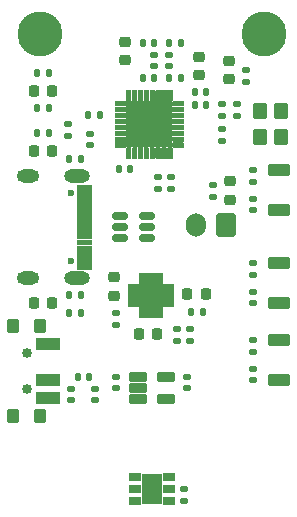
<source format=gts>
G04 #@! TF.GenerationSoftware,KiCad,Pcbnew,9.0.3*
G04 #@! TF.CreationDate,2025-07-16T17:21:36+12:00*
G04 #@! TF.ProjectId,TempSense,54656d70-5365-46e7-9365-2e6b69636164,rev?*
G04 #@! TF.SameCoordinates,Original*
G04 #@! TF.FileFunction,Soldermask,Top*
G04 #@! TF.FilePolarity,Negative*
%FSLAX46Y46*%
G04 Gerber Fmt 4.6, Leading zero omitted, Abs format (unit mm)*
G04 Created by KiCad (PCBNEW 9.0.3) date 2025-07-16 17:21:36*
%MOMM*%
%LPD*%
G01*
G04 APERTURE LIST*
G04 Aperture macros list*
%AMRoundRect*
0 Rectangle with rounded corners*
0 $1 Rounding radius*
0 $2 $3 $4 $5 $6 $7 $8 $9 X,Y pos of 4 corners*
0 Add a 4 corners polygon primitive as box body*
4,1,4,$2,$3,$4,$5,$6,$7,$8,$9,$2,$3,0*
0 Add four circle primitives for the rounded corners*
1,1,$1+$1,$2,$3*
1,1,$1+$1,$4,$5*
1,1,$1+$1,$6,$7*
1,1,$1+$1,$8,$9*
0 Add four rect primitives between the rounded corners*
20,1,$1+$1,$2,$3,$4,$5,0*
20,1,$1+$1,$4,$5,$6,$7,0*
20,1,$1+$1,$6,$7,$8,$9,0*
20,1,$1+$1,$8,$9,$2,$3,0*%
G04 Aperture macros list end*
%ADD10C,0.010000*%
%ADD11RoundRect,0.078000X-0.454000X-0.234000X0.454000X-0.234000X0.454000X0.234000X-0.454000X0.234000X0*%
%ADD12RoundRect,0.102000X-0.750000X-1.200000X0.750000X-1.200000X0.750000X1.200000X-0.750000X1.200000X0*%
%ADD13RoundRect,0.218750X0.256250X-0.218750X0.256250X0.218750X-0.256250X0.218750X-0.256250X-0.218750X0*%
%ADD14RoundRect,0.060300X-0.716700X-0.341700X0.716700X-0.341700X0.716700X0.341700X-0.716700X0.341700X0*%
%ADD15RoundRect,0.140000X-0.140000X-0.170000X0.140000X-0.170000X0.140000X0.170000X-0.140000X0.170000X0*%
%ADD16RoundRect,0.140000X-0.170000X0.140000X-0.170000X-0.140000X0.170000X-0.140000X0.170000X0.140000X0*%
%ADD17RoundRect,0.102000X-0.850000X0.400000X-0.850000X-0.400000X0.850000X-0.400000X0.850000X0.400000X0*%
%ADD18RoundRect,0.147500X-0.172500X0.147500X-0.172500X-0.147500X0.172500X-0.147500X0.172500X0.147500X0*%
%ADD19RoundRect,0.135000X0.135000X0.185000X-0.135000X0.185000X-0.135000X-0.185000X0.135000X-0.185000X0*%
%ADD20RoundRect,0.225000X-0.250000X0.225000X-0.250000X-0.225000X0.250000X-0.225000X0.250000X0.225000X0*%
%ADD21RoundRect,0.218750X-0.218750X-0.256250X0.218750X-0.256250X0.218750X0.256250X-0.218750X0.256250X0*%
%ADD22RoundRect,0.135000X-0.135000X-0.185000X0.135000X-0.185000X0.135000X0.185000X-0.135000X0.185000X0*%
%ADD23RoundRect,0.140000X0.140000X0.170000X-0.140000X0.170000X-0.140000X-0.170000X0.140000X-0.170000X0*%
%ADD24RoundRect,0.135000X0.185000X-0.135000X0.185000X0.135000X-0.185000X0.135000X-0.185000X-0.135000X0*%
%ADD25C,3.800000*%
%ADD26RoundRect,0.150000X-0.512500X-0.150000X0.512500X-0.150000X0.512500X0.150000X-0.512500X0.150000X0*%
%ADD27C,0.850000*%
%ADD28RoundRect,0.050800X-1.000000X0.450000X-1.000000X-0.450000X1.000000X-0.450000X1.000000X0.450000X0*%
%ADD29RoundRect,0.050800X-0.465000X0.550000X-0.465000X-0.550000X0.465000X-0.550000X0.465000X0.550000X0*%
%ADD30RoundRect,0.050800X0.465000X-0.550000X0.465000X0.550000X-0.465000X0.550000X-0.465000X-0.550000X0*%
%ADD31RoundRect,0.218750X-0.256250X0.218750X-0.256250X-0.218750X0.256250X-0.218750X0.256250X0.218750X0*%
%ADD32RoundRect,0.147500X-0.147500X-0.172500X0.147500X-0.172500X0.147500X0.172500X-0.147500X0.172500X0*%
%ADD33RoundRect,0.135000X-0.185000X0.135000X-0.185000X-0.135000X0.185000X-0.135000X0.185000X0.135000X0*%
%ADD34RoundRect,0.225000X-0.225000X-0.250000X0.225000X-0.250000X0.225000X0.250000X-0.225000X0.250000X0*%
%ADD35RoundRect,0.218750X0.218750X0.256250X-0.218750X0.256250X-0.218750X-0.256250X0.218750X-0.256250X0*%
%ADD36RoundRect,0.140000X0.170000X-0.140000X0.170000X0.140000X-0.170000X0.140000X-0.170000X-0.140000X0*%
%ADD37RoundRect,0.058000X0.474000X0.174000X-0.474000X0.174000X-0.474000X-0.174000X0.474000X-0.174000X0*%
%ADD38RoundRect,0.058000X0.174000X0.474000X-0.174000X0.474000X-0.174000X-0.474000X0.174000X-0.474000X0*%
%ADD39RoundRect,0.102000X0.840000X0.840000X-0.840000X0.840000X-0.840000X-0.840000X0.840000X-0.840000X0*%
%ADD40RoundRect,0.225000X0.250000X-0.225000X0.250000X0.225000X-0.250000X0.225000X-0.250000X-0.225000X0*%
%ADD41C,0.600000*%
%ADD42O,2.204000X1.104000*%
%ADD43O,1.904000X1.104000*%
%ADD44RoundRect,0.147500X0.172500X-0.147500X0.172500X0.147500X-0.172500X0.147500X-0.172500X-0.147500X0*%
%ADD45RoundRect,0.250000X0.350000X-0.450000X0.350000X0.450000X-0.350000X0.450000X-0.350000X-0.450000X0*%
%ADD46RoundRect,0.250000X0.600000X0.750000X-0.600000X0.750000X-0.600000X-0.750000X0.600000X-0.750000X0*%
%ADD47O,1.700000X2.000000*%
G04 APERTURE END LIST*
D10*
X70870000Y-68475000D02*
X69630000Y-68475000D01*
X69630000Y-67775000D01*
X70870000Y-67775000D01*
X70870000Y-68475000D01*
G36*
X70870000Y-68475000D02*
G01*
X69630000Y-68475000D01*
X69630000Y-67775000D01*
X70870000Y-67775000D01*
X70870000Y-68475000D01*
G37*
X70870000Y-69275000D02*
X69630000Y-69275000D01*
X69630000Y-68575000D01*
X70870000Y-68575000D01*
X70870000Y-69275000D01*
G36*
X70870000Y-69275000D02*
G01*
X69630000Y-69275000D01*
X69630000Y-68575000D01*
X70870000Y-68575000D01*
X70870000Y-69275000D01*
G37*
X70870000Y-69775000D02*
X69630000Y-69775000D01*
X69630000Y-69375000D01*
X70870000Y-69375000D01*
X70870000Y-69775000D01*
G36*
X70870000Y-69775000D02*
G01*
X69630000Y-69775000D01*
X69630000Y-69375000D01*
X70870000Y-69375000D01*
X70870000Y-69775000D01*
G37*
X70870000Y-70275000D02*
X69630000Y-70275000D01*
X69630000Y-69875000D01*
X70870000Y-69875000D01*
X70870000Y-70275000D01*
G36*
X70870000Y-70275000D02*
G01*
X69630000Y-70275000D01*
X69630000Y-69875000D01*
X70870000Y-69875000D01*
X70870000Y-70275000D01*
G37*
X70870000Y-70775000D02*
X69630000Y-70775000D01*
X69630000Y-70375000D01*
X70870000Y-70375000D01*
X70870000Y-70775000D01*
G36*
X70870000Y-70775000D02*
G01*
X69630000Y-70775000D01*
X69630000Y-70375000D01*
X70870000Y-70375000D01*
X70870000Y-70775000D01*
G37*
X70870000Y-71275000D02*
X69630000Y-71275000D01*
X69630000Y-70875000D01*
X70870000Y-70875000D01*
X70870000Y-71275000D01*
G36*
X70870000Y-71275000D02*
G01*
X69630000Y-71275000D01*
X69630000Y-70875000D01*
X70870000Y-70875000D01*
X70870000Y-71275000D01*
G37*
X70870000Y-71775000D02*
X69630000Y-71775000D01*
X69630000Y-71375000D01*
X70870000Y-71375000D01*
X70870000Y-71775000D01*
G36*
X70870000Y-71775000D02*
G01*
X69630000Y-71775000D01*
X69630000Y-71375000D01*
X70870000Y-71375000D01*
X70870000Y-71775000D01*
G37*
X70870000Y-72275000D02*
X69630000Y-72275000D01*
X69630000Y-71875000D01*
X70870000Y-71875000D01*
X70870000Y-72275000D01*
G36*
X70870000Y-72275000D02*
G01*
X69630000Y-72275000D01*
X69630000Y-71875000D01*
X70870000Y-71875000D01*
X70870000Y-72275000D01*
G37*
X70870000Y-72775000D02*
X69630000Y-72775000D01*
X69630000Y-72375000D01*
X70870000Y-72375000D01*
X70870000Y-72775000D01*
G36*
X70870000Y-72775000D02*
G01*
X69630000Y-72775000D01*
X69630000Y-72375000D01*
X70870000Y-72375000D01*
X70870000Y-72775000D01*
G37*
X70870000Y-73275000D02*
X69630000Y-73275000D01*
X69630000Y-72875000D01*
X70870000Y-72875000D01*
X70870000Y-73275000D01*
G36*
X70870000Y-73275000D02*
G01*
X69630000Y-73275000D01*
X69630000Y-72875000D01*
X70870000Y-72875000D01*
X70870000Y-73275000D01*
G37*
X70870000Y-74075000D02*
X69630000Y-74075000D01*
X69630000Y-73375000D01*
X70870000Y-73375000D01*
X70870000Y-74075000D01*
G36*
X70870000Y-74075000D02*
G01*
X69630000Y-74075000D01*
X69630000Y-73375000D01*
X70870000Y-73375000D01*
X70870000Y-74075000D01*
G37*
X70870000Y-74875000D02*
X69630000Y-74875000D01*
X69630000Y-74175000D01*
X70870000Y-74175000D01*
X70870000Y-74875000D01*
G36*
X70870000Y-74875000D02*
G01*
X69630000Y-74875000D01*
X69630000Y-74175000D01*
X70870000Y-74175000D01*
X70870000Y-74875000D01*
G37*
X77650000Y-64475000D02*
X73850000Y-64475000D01*
X73850000Y-60675000D01*
X77650000Y-60675000D01*
X77650000Y-64475000D01*
G36*
X77650000Y-64475000D02*
G01*
X73850000Y-64475000D01*
X73850000Y-60675000D01*
X77650000Y-60675000D01*
X77650000Y-64475000D01*
G37*
X73689000Y-60641000D02*
X73693000Y-60642000D01*
X73698000Y-60643000D01*
X73702000Y-60644000D01*
X73706000Y-60646000D01*
X73710000Y-60647000D01*
X73714000Y-60649000D01*
X73718000Y-60651000D01*
X73722000Y-60654000D01*
X73725000Y-60656000D01*
X73729000Y-60659000D01*
X73732000Y-60662000D01*
X73735000Y-60665000D01*
X73738000Y-60668000D01*
X73741000Y-60671000D01*
X73744000Y-60675000D01*
X73746000Y-60678000D01*
X73749000Y-60682000D01*
X73751000Y-60686000D01*
X73753000Y-60690000D01*
X73754000Y-60694000D01*
X73756000Y-60698000D01*
X73757000Y-60702000D01*
X73758000Y-60707000D01*
X73759000Y-60711000D01*
X73760000Y-60715000D01*
X73760000Y-60720000D01*
X73760000Y-60724000D01*
X73760000Y-60926000D01*
X73760000Y-60930000D01*
X73760000Y-60935000D01*
X73759000Y-60939000D01*
X73758000Y-60943000D01*
X73757000Y-60948000D01*
X73756000Y-60952000D01*
X73754000Y-60956000D01*
X73753000Y-60960000D01*
X73751000Y-60964000D01*
X73749000Y-60968000D01*
X73746000Y-60972000D01*
X73744000Y-60975000D01*
X73741000Y-60979000D01*
X73738000Y-60982000D01*
X73735000Y-60985000D01*
X73732000Y-60988000D01*
X73729000Y-60991000D01*
X73725000Y-60994000D01*
X73722000Y-60996000D01*
X73718000Y-60999000D01*
X73714000Y-61001000D01*
X73710000Y-61003000D01*
X73706000Y-61004000D01*
X73702000Y-61006000D01*
X73698000Y-61007000D01*
X73693000Y-61008000D01*
X73689000Y-61009000D01*
X73685000Y-61010000D01*
X73680000Y-61010000D01*
X73676000Y-61010000D01*
X72934000Y-61010000D01*
X72930000Y-61010000D01*
X72925000Y-61010000D01*
X72921000Y-61009000D01*
X72917000Y-61008000D01*
X72912000Y-61007000D01*
X72908000Y-61006000D01*
X72904000Y-61004000D01*
X72900000Y-61003000D01*
X72896000Y-61001000D01*
X72892000Y-60999000D01*
X72888000Y-60996000D01*
X72885000Y-60994000D01*
X72881000Y-60991000D01*
X72878000Y-60988000D01*
X72875000Y-60985000D01*
X72872000Y-60982000D01*
X72869000Y-60979000D01*
X72866000Y-60975000D01*
X72864000Y-60972000D01*
X72861000Y-60968000D01*
X72859000Y-60964000D01*
X72857000Y-60960000D01*
X72856000Y-60956000D01*
X72854000Y-60952000D01*
X72853000Y-60948000D01*
X72852000Y-60943000D01*
X72851000Y-60939000D01*
X72850000Y-60935000D01*
X72850000Y-60930000D01*
X72850000Y-60926000D01*
X72850000Y-60724000D01*
X72850000Y-60720000D01*
X72850000Y-60715000D01*
X72851000Y-60711000D01*
X72852000Y-60707000D01*
X72853000Y-60702000D01*
X72854000Y-60698000D01*
X72856000Y-60694000D01*
X72857000Y-60690000D01*
X72859000Y-60686000D01*
X72861000Y-60682000D01*
X72864000Y-60678000D01*
X72866000Y-60675000D01*
X72869000Y-60671000D01*
X72872000Y-60668000D01*
X72875000Y-60665000D01*
X72878000Y-60662000D01*
X72881000Y-60659000D01*
X72885000Y-60656000D01*
X72888000Y-60654000D01*
X72892000Y-60651000D01*
X72896000Y-60649000D01*
X72900000Y-60647000D01*
X72904000Y-60646000D01*
X72908000Y-60644000D01*
X72912000Y-60643000D01*
X72917000Y-60642000D01*
X72921000Y-60641000D01*
X72925000Y-60640000D01*
X72930000Y-60640000D01*
X72934000Y-60640000D01*
X73676000Y-60640000D01*
X73680000Y-60640000D01*
X73685000Y-60640000D01*
X73689000Y-60641000D01*
G36*
X73689000Y-60641000D02*
G01*
X73693000Y-60642000D01*
X73698000Y-60643000D01*
X73702000Y-60644000D01*
X73706000Y-60646000D01*
X73710000Y-60647000D01*
X73714000Y-60649000D01*
X73718000Y-60651000D01*
X73722000Y-60654000D01*
X73725000Y-60656000D01*
X73729000Y-60659000D01*
X73732000Y-60662000D01*
X73735000Y-60665000D01*
X73738000Y-60668000D01*
X73741000Y-60671000D01*
X73744000Y-60675000D01*
X73746000Y-60678000D01*
X73749000Y-60682000D01*
X73751000Y-60686000D01*
X73753000Y-60690000D01*
X73754000Y-60694000D01*
X73756000Y-60698000D01*
X73757000Y-60702000D01*
X73758000Y-60707000D01*
X73759000Y-60711000D01*
X73760000Y-60715000D01*
X73760000Y-60720000D01*
X73760000Y-60724000D01*
X73760000Y-60926000D01*
X73760000Y-60930000D01*
X73760000Y-60935000D01*
X73759000Y-60939000D01*
X73758000Y-60943000D01*
X73757000Y-60948000D01*
X73756000Y-60952000D01*
X73754000Y-60956000D01*
X73753000Y-60960000D01*
X73751000Y-60964000D01*
X73749000Y-60968000D01*
X73746000Y-60972000D01*
X73744000Y-60975000D01*
X73741000Y-60979000D01*
X73738000Y-60982000D01*
X73735000Y-60985000D01*
X73732000Y-60988000D01*
X73729000Y-60991000D01*
X73725000Y-60994000D01*
X73722000Y-60996000D01*
X73718000Y-60999000D01*
X73714000Y-61001000D01*
X73710000Y-61003000D01*
X73706000Y-61004000D01*
X73702000Y-61006000D01*
X73698000Y-61007000D01*
X73693000Y-61008000D01*
X73689000Y-61009000D01*
X73685000Y-61010000D01*
X73680000Y-61010000D01*
X73676000Y-61010000D01*
X72934000Y-61010000D01*
X72930000Y-61010000D01*
X72925000Y-61010000D01*
X72921000Y-61009000D01*
X72917000Y-61008000D01*
X72912000Y-61007000D01*
X72908000Y-61006000D01*
X72904000Y-61004000D01*
X72900000Y-61003000D01*
X72896000Y-61001000D01*
X72892000Y-60999000D01*
X72888000Y-60996000D01*
X72885000Y-60994000D01*
X72881000Y-60991000D01*
X72878000Y-60988000D01*
X72875000Y-60985000D01*
X72872000Y-60982000D01*
X72869000Y-60979000D01*
X72866000Y-60975000D01*
X72864000Y-60972000D01*
X72861000Y-60968000D01*
X72859000Y-60964000D01*
X72857000Y-60960000D01*
X72856000Y-60956000D01*
X72854000Y-60952000D01*
X72853000Y-60948000D01*
X72852000Y-60943000D01*
X72851000Y-60939000D01*
X72850000Y-60935000D01*
X72850000Y-60930000D01*
X72850000Y-60926000D01*
X72850000Y-60724000D01*
X72850000Y-60720000D01*
X72850000Y-60715000D01*
X72851000Y-60711000D01*
X72852000Y-60707000D01*
X72853000Y-60702000D01*
X72854000Y-60698000D01*
X72856000Y-60694000D01*
X72857000Y-60690000D01*
X72859000Y-60686000D01*
X72861000Y-60682000D01*
X72864000Y-60678000D01*
X72866000Y-60675000D01*
X72869000Y-60671000D01*
X72872000Y-60668000D01*
X72875000Y-60665000D01*
X72878000Y-60662000D01*
X72881000Y-60659000D01*
X72885000Y-60656000D01*
X72888000Y-60654000D01*
X72892000Y-60651000D01*
X72896000Y-60649000D01*
X72900000Y-60647000D01*
X72904000Y-60646000D01*
X72908000Y-60644000D01*
X72912000Y-60643000D01*
X72917000Y-60642000D01*
X72921000Y-60641000D01*
X72925000Y-60640000D01*
X72930000Y-60640000D01*
X72934000Y-60640000D01*
X73676000Y-60640000D01*
X73680000Y-60640000D01*
X73685000Y-60640000D01*
X73689000Y-60641000D01*
G37*
X73689000Y-61141000D02*
X73693000Y-61142000D01*
X73698000Y-61143000D01*
X73702000Y-61144000D01*
X73706000Y-61146000D01*
X73710000Y-61147000D01*
X73714000Y-61149000D01*
X73718000Y-61151000D01*
X73722000Y-61154000D01*
X73725000Y-61156000D01*
X73729000Y-61159000D01*
X73732000Y-61162000D01*
X73735000Y-61165000D01*
X73738000Y-61168000D01*
X73741000Y-61171000D01*
X73744000Y-61175000D01*
X73746000Y-61178000D01*
X73749000Y-61182000D01*
X73751000Y-61186000D01*
X73753000Y-61190000D01*
X73754000Y-61194000D01*
X73756000Y-61198000D01*
X73757000Y-61202000D01*
X73758000Y-61207000D01*
X73759000Y-61211000D01*
X73760000Y-61215000D01*
X73760000Y-61220000D01*
X73760000Y-61224000D01*
X73760000Y-61426000D01*
X73760000Y-61430000D01*
X73760000Y-61435000D01*
X73759000Y-61439000D01*
X73758000Y-61443000D01*
X73757000Y-61448000D01*
X73756000Y-61452000D01*
X73754000Y-61456000D01*
X73753000Y-61460000D01*
X73751000Y-61464000D01*
X73749000Y-61468000D01*
X73746000Y-61472000D01*
X73744000Y-61475000D01*
X73741000Y-61479000D01*
X73738000Y-61482000D01*
X73735000Y-61485000D01*
X73732000Y-61488000D01*
X73729000Y-61491000D01*
X73725000Y-61494000D01*
X73722000Y-61496000D01*
X73718000Y-61499000D01*
X73714000Y-61501000D01*
X73710000Y-61503000D01*
X73706000Y-61504000D01*
X73702000Y-61506000D01*
X73698000Y-61507000D01*
X73693000Y-61508000D01*
X73689000Y-61509000D01*
X73685000Y-61510000D01*
X73680000Y-61510000D01*
X73676000Y-61510000D01*
X72934000Y-61510000D01*
X72930000Y-61510000D01*
X72925000Y-61510000D01*
X72921000Y-61509000D01*
X72917000Y-61508000D01*
X72912000Y-61507000D01*
X72908000Y-61506000D01*
X72904000Y-61504000D01*
X72900000Y-61503000D01*
X72896000Y-61501000D01*
X72892000Y-61499000D01*
X72888000Y-61496000D01*
X72885000Y-61494000D01*
X72881000Y-61491000D01*
X72878000Y-61488000D01*
X72875000Y-61485000D01*
X72872000Y-61482000D01*
X72869000Y-61479000D01*
X72866000Y-61475000D01*
X72864000Y-61472000D01*
X72861000Y-61468000D01*
X72859000Y-61464000D01*
X72857000Y-61460000D01*
X72856000Y-61456000D01*
X72854000Y-61452000D01*
X72853000Y-61448000D01*
X72852000Y-61443000D01*
X72851000Y-61439000D01*
X72850000Y-61435000D01*
X72850000Y-61430000D01*
X72850000Y-61426000D01*
X72850000Y-61224000D01*
X72850000Y-61220000D01*
X72850000Y-61215000D01*
X72851000Y-61211000D01*
X72852000Y-61207000D01*
X72853000Y-61202000D01*
X72854000Y-61198000D01*
X72856000Y-61194000D01*
X72857000Y-61190000D01*
X72859000Y-61186000D01*
X72861000Y-61182000D01*
X72864000Y-61178000D01*
X72866000Y-61175000D01*
X72869000Y-61171000D01*
X72872000Y-61168000D01*
X72875000Y-61165000D01*
X72878000Y-61162000D01*
X72881000Y-61159000D01*
X72885000Y-61156000D01*
X72888000Y-61154000D01*
X72892000Y-61151000D01*
X72896000Y-61149000D01*
X72900000Y-61147000D01*
X72904000Y-61146000D01*
X72908000Y-61144000D01*
X72912000Y-61143000D01*
X72917000Y-61142000D01*
X72921000Y-61141000D01*
X72925000Y-61140000D01*
X72930000Y-61140000D01*
X72934000Y-61140000D01*
X73676000Y-61140000D01*
X73680000Y-61140000D01*
X73685000Y-61140000D01*
X73689000Y-61141000D01*
G36*
X73689000Y-61141000D02*
G01*
X73693000Y-61142000D01*
X73698000Y-61143000D01*
X73702000Y-61144000D01*
X73706000Y-61146000D01*
X73710000Y-61147000D01*
X73714000Y-61149000D01*
X73718000Y-61151000D01*
X73722000Y-61154000D01*
X73725000Y-61156000D01*
X73729000Y-61159000D01*
X73732000Y-61162000D01*
X73735000Y-61165000D01*
X73738000Y-61168000D01*
X73741000Y-61171000D01*
X73744000Y-61175000D01*
X73746000Y-61178000D01*
X73749000Y-61182000D01*
X73751000Y-61186000D01*
X73753000Y-61190000D01*
X73754000Y-61194000D01*
X73756000Y-61198000D01*
X73757000Y-61202000D01*
X73758000Y-61207000D01*
X73759000Y-61211000D01*
X73760000Y-61215000D01*
X73760000Y-61220000D01*
X73760000Y-61224000D01*
X73760000Y-61426000D01*
X73760000Y-61430000D01*
X73760000Y-61435000D01*
X73759000Y-61439000D01*
X73758000Y-61443000D01*
X73757000Y-61448000D01*
X73756000Y-61452000D01*
X73754000Y-61456000D01*
X73753000Y-61460000D01*
X73751000Y-61464000D01*
X73749000Y-61468000D01*
X73746000Y-61472000D01*
X73744000Y-61475000D01*
X73741000Y-61479000D01*
X73738000Y-61482000D01*
X73735000Y-61485000D01*
X73732000Y-61488000D01*
X73729000Y-61491000D01*
X73725000Y-61494000D01*
X73722000Y-61496000D01*
X73718000Y-61499000D01*
X73714000Y-61501000D01*
X73710000Y-61503000D01*
X73706000Y-61504000D01*
X73702000Y-61506000D01*
X73698000Y-61507000D01*
X73693000Y-61508000D01*
X73689000Y-61509000D01*
X73685000Y-61510000D01*
X73680000Y-61510000D01*
X73676000Y-61510000D01*
X72934000Y-61510000D01*
X72930000Y-61510000D01*
X72925000Y-61510000D01*
X72921000Y-61509000D01*
X72917000Y-61508000D01*
X72912000Y-61507000D01*
X72908000Y-61506000D01*
X72904000Y-61504000D01*
X72900000Y-61503000D01*
X72896000Y-61501000D01*
X72892000Y-61499000D01*
X72888000Y-61496000D01*
X72885000Y-61494000D01*
X72881000Y-61491000D01*
X72878000Y-61488000D01*
X72875000Y-61485000D01*
X72872000Y-61482000D01*
X72869000Y-61479000D01*
X72866000Y-61475000D01*
X72864000Y-61472000D01*
X72861000Y-61468000D01*
X72859000Y-61464000D01*
X72857000Y-61460000D01*
X72856000Y-61456000D01*
X72854000Y-61452000D01*
X72853000Y-61448000D01*
X72852000Y-61443000D01*
X72851000Y-61439000D01*
X72850000Y-61435000D01*
X72850000Y-61430000D01*
X72850000Y-61426000D01*
X72850000Y-61224000D01*
X72850000Y-61220000D01*
X72850000Y-61215000D01*
X72851000Y-61211000D01*
X72852000Y-61207000D01*
X72853000Y-61202000D01*
X72854000Y-61198000D01*
X72856000Y-61194000D01*
X72857000Y-61190000D01*
X72859000Y-61186000D01*
X72861000Y-61182000D01*
X72864000Y-61178000D01*
X72866000Y-61175000D01*
X72869000Y-61171000D01*
X72872000Y-61168000D01*
X72875000Y-61165000D01*
X72878000Y-61162000D01*
X72881000Y-61159000D01*
X72885000Y-61156000D01*
X72888000Y-61154000D01*
X72892000Y-61151000D01*
X72896000Y-61149000D01*
X72900000Y-61147000D01*
X72904000Y-61146000D01*
X72908000Y-61144000D01*
X72912000Y-61143000D01*
X72917000Y-61142000D01*
X72921000Y-61141000D01*
X72925000Y-61140000D01*
X72930000Y-61140000D01*
X72934000Y-61140000D01*
X73676000Y-61140000D01*
X73680000Y-61140000D01*
X73685000Y-61140000D01*
X73689000Y-61141000D01*
G37*
X73689000Y-61641000D02*
X73693000Y-61642000D01*
X73698000Y-61643000D01*
X73702000Y-61644000D01*
X73706000Y-61646000D01*
X73710000Y-61647000D01*
X73714000Y-61649000D01*
X73718000Y-61651000D01*
X73722000Y-61654000D01*
X73725000Y-61656000D01*
X73729000Y-61659000D01*
X73732000Y-61662000D01*
X73735000Y-61665000D01*
X73738000Y-61668000D01*
X73741000Y-61671000D01*
X73744000Y-61675000D01*
X73746000Y-61678000D01*
X73749000Y-61682000D01*
X73751000Y-61686000D01*
X73753000Y-61690000D01*
X73754000Y-61694000D01*
X73756000Y-61698000D01*
X73757000Y-61702000D01*
X73758000Y-61707000D01*
X73759000Y-61711000D01*
X73760000Y-61715000D01*
X73760000Y-61720000D01*
X73760000Y-61724000D01*
X73760000Y-61926000D01*
X73760000Y-61930000D01*
X73760000Y-61935000D01*
X73759000Y-61939000D01*
X73758000Y-61943000D01*
X73757000Y-61948000D01*
X73756000Y-61952000D01*
X73754000Y-61956000D01*
X73753000Y-61960000D01*
X73751000Y-61964000D01*
X73749000Y-61968000D01*
X73746000Y-61972000D01*
X73744000Y-61975000D01*
X73741000Y-61979000D01*
X73738000Y-61982000D01*
X73735000Y-61985000D01*
X73732000Y-61988000D01*
X73729000Y-61991000D01*
X73725000Y-61994000D01*
X73722000Y-61996000D01*
X73718000Y-61999000D01*
X73714000Y-62001000D01*
X73710000Y-62003000D01*
X73706000Y-62004000D01*
X73702000Y-62006000D01*
X73698000Y-62007000D01*
X73693000Y-62008000D01*
X73689000Y-62009000D01*
X73685000Y-62010000D01*
X73680000Y-62010000D01*
X73676000Y-62010000D01*
X72934000Y-62010000D01*
X72930000Y-62010000D01*
X72925000Y-62010000D01*
X72921000Y-62009000D01*
X72917000Y-62008000D01*
X72912000Y-62007000D01*
X72908000Y-62006000D01*
X72904000Y-62004000D01*
X72900000Y-62003000D01*
X72896000Y-62001000D01*
X72892000Y-61999000D01*
X72888000Y-61996000D01*
X72885000Y-61994000D01*
X72881000Y-61991000D01*
X72878000Y-61988000D01*
X72875000Y-61985000D01*
X72872000Y-61982000D01*
X72869000Y-61979000D01*
X72866000Y-61975000D01*
X72864000Y-61972000D01*
X72861000Y-61968000D01*
X72859000Y-61964000D01*
X72857000Y-61960000D01*
X72856000Y-61956000D01*
X72854000Y-61952000D01*
X72853000Y-61948000D01*
X72852000Y-61943000D01*
X72851000Y-61939000D01*
X72850000Y-61935000D01*
X72850000Y-61930000D01*
X72850000Y-61926000D01*
X72850000Y-61724000D01*
X72850000Y-61720000D01*
X72850000Y-61715000D01*
X72851000Y-61711000D01*
X72852000Y-61707000D01*
X72853000Y-61702000D01*
X72854000Y-61698000D01*
X72856000Y-61694000D01*
X72857000Y-61690000D01*
X72859000Y-61686000D01*
X72861000Y-61682000D01*
X72864000Y-61678000D01*
X72866000Y-61675000D01*
X72869000Y-61671000D01*
X72872000Y-61668000D01*
X72875000Y-61665000D01*
X72878000Y-61662000D01*
X72881000Y-61659000D01*
X72885000Y-61656000D01*
X72888000Y-61654000D01*
X72892000Y-61651000D01*
X72896000Y-61649000D01*
X72900000Y-61647000D01*
X72904000Y-61646000D01*
X72908000Y-61644000D01*
X72912000Y-61643000D01*
X72917000Y-61642000D01*
X72921000Y-61641000D01*
X72925000Y-61640000D01*
X72930000Y-61640000D01*
X72934000Y-61640000D01*
X73676000Y-61640000D01*
X73680000Y-61640000D01*
X73685000Y-61640000D01*
X73689000Y-61641000D01*
G36*
X73689000Y-61641000D02*
G01*
X73693000Y-61642000D01*
X73698000Y-61643000D01*
X73702000Y-61644000D01*
X73706000Y-61646000D01*
X73710000Y-61647000D01*
X73714000Y-61649000D01*
X73718000Y-61651000D01*
X73722000Y-61654000D01*
X73725000Y-61656000D01*
X73729000Y-61659000D01*
X73732000Y-61662000D01*
X73735000Y-61665000D01*
X73738000Y-61668000D01*
X73741000Y-61671000D01*
X73744000Y-61675000D01*
X73746000Y-61678000D01*
X73749000Y-61682000D01*
X73751000Y-61686000D01*
X73753000Y-61690000D01*
X73754000Y-61694000D01*
X73756000Y-61698000D01*
X73757000Y-61702000D01*
X73758000Y-61707000D01*
X73759000Y-61711000D01*
X73760000Y-61715000D01*
X73760000Y-61720000D01*
X73760000Y-61724000D01*
X73760000Y-61926000D01*
X73760000Y-61930000D01*
X73760000Y-61935000D01*
X73759000Y-61939000D01*
X73758000Y-61943000D01*
X73757000Y-61948000D01*
X73756000Y-61952000D01*
X73754000Y-61956000D01*
X73753000Y-61960000D01*
X73751000Y-61964000D01*
X73749000Y-61968000D01*
X73746000Y-61972000D01*
X73744000Y-61975000D01*
X73741000Y-61979000D01*
X73738000Y-61982000D01*
X73735000Y-61985000D01*
X73732000Y-61988000D01*
X73729000Y-61991000D01*
X73725000Y-61994000D01*
X73722000Y-61996000D01*
X73718000Y-61999000D01*
X73714000Y-62001000D01*
X73710000Y-62003000D01*
X73706000Y-62004000D01*
X73702000Y-62006000D01*
X73698000Y-62007000D01*
X73693000Y-62008000D01*
X73689000Y-62009000D01*
X73685000Y-62010000D01*
X73680000Y-62010000D01*
X73676000Y-62010000D01*
X72934000Y-62010000D01*
X72930000Y-62010000D01*
X72925000Y-62010000D01*
X72921000Y-62009000D01*
X72917000Y-62008000D01*
X72912000Y-62007000D01*
X72908000Y-62006000D01*
X72904000Y-62004000D01*
X72900000Y-62003000D01*
X72896000Y-62001000D01*
X72892000Y-61999000D01*
X72888000Y-61996000D01*
X72885000Y-61994000D01*
X72881000Y-61991000D01*
X72878000Y-61988000D01*
X72875000Y-61985000D01*
X72872000Y-61982000D01*
X72869000Y-61979000D01*
X72866000Y-61975000D01*
X72864000Y-61972000D01*
X72861000Y-61968000D01*
X72859000Y-61964000D01*
X72857000Y-61960000D01*
X72856000Y-61956000D01*
X72854000Y-61952000D01*
X72853000Y-61948000D01*
X72852000Y-61943000D01*
X72851000Y-61939000D01*
X72850000Y-61935000D01*
X72850000Y-61930000D01*
X72850000Y-61926000D01*
X72850000Y-61724000D01*
X72850000Y-61720000D01*
X72850000Y-61715000D01*
X72851000Y-61711000D01*
X72852000Y-61707000D01*
X72853000Y-61702000D01*
X72854000Y-61698000D01*
X72856000Y-61694000D01*
X72857000Y-61690000D01*
X72859000Y-61686000D01*
X72861000Y-61682000D01*
X72864000Y-61678000D01*
X72866000Y-61675000D01*
X72869000Y-61671000D01*
X72872000Y-61668000D01*
X72875000Y-61665000D01*
X72878000Y-61662000D01*
X72881000Y-61659000D01*
X72885000Y-61656000D01*
X72888000Y-61654000D01*
X72892000Y-61651000D01*
X72896000Y-61649000D01*
X72900000Y-61647000D01*
X72904000Y-61646000D01*
X72908000Y-61644000D01*
X72912000Y-61643000D01*
X72917000Y-61642000D01*
X72921000Y-61641000D01*
X72925000Y-61640000D01*
X72930000Y-61640000D01*
X72934000Y-61640000D01*
X73676000Y-61640000D01*
X73680000Y-61640000D01*
X73685000Y-61640000D01*
X73689000Y-61641000D01*
G37*
X73689000Y-62141000D02*
X73693000Y-62142000D01*
X73698000Y-62143000D01*
X73702000Y-62144000D01*
X73706000Y-62146000D01*
X73710000Y-62147000D01*
X73714000Y-62149000D01*
X73718000Y-62151000D01*
X73722000Y-62154000D01*
X73725000Y-62156000D01*
X73729000Y-62159000D01*
X73732000Y-62162000D01*
X73735000Y-62165000D01*
X73738000Y-62168000D01*
X73741000Y-62171000D01*
X73744000Y-62175000D01*
X73746000Y-62178000D01*
X73749000Y-62182000D01*
X73751000Y-62186000D01*
X73753000Y-62190000D01*
X73754000Y-62194000D01*
X73756000Y-62198000D01*
X73757000Y-62202000D01*
X73758000Y-62207000D01*
X73759000Y-62211000D01*
X73760000Y-62215000D01*
X73760000Y-62220000D01*
X73760000Y-62224000D01*
X73760000Y-62426000D01*
X73760000Y-62430000D01*
X73760000Y-62435000D01*
X73759000Y-62439000D01*
X73758000Y-62443000D01*
X73757000Y-62448000D01*
X73756000Y-62452000D01*
X73754000Y-62456000D01*
X73753000Y-62460000D01*
X73751000Y-62464000D01*
X73749000Y-62468000D01*
X73746000Y-62472000D01*
X73744000Y-62475000D01*
X73741000Y-62479000D01*
X73738000Y-62482000D01*
X73735000Y-62485000D01*
X73732000Y-62488000D01*
X73729000Y-62491000D01*
X73725000Y-62494000D01*
X73722000Y-62496000D01*
X73718000Y-62499000D01*
X73714000Y-62501000D01*
X73710000Y-62503000D01*
X73706000Y-62504000D01*
X73702000Y-62506000D01*
X73698000Y-62507000D01*
X73693000Y-62508000D01*
X73689000Y-62509000D01*
X73685000Y-62510000D01*
X73680000Y-62510000D01*
X73676000Y-62510000D01*
X72934000Y-62510000D01*
X72930000Y-62510000D01*
X72925000Y-62510000D01*
X72921000Y-62509000D01*
X72917000Y-62508000D01*
X72912000Y-62507000D01*
X72908000Y-62506000D01*
X72904000Y-62504000D01*
X72900000Y-62503000D01*
X72896000Y-62501000D01*
X72892000Y-62499000D01*
X72888000Y-62496000D01*
X72885000Y-62494000D01*
X72881000Y-62491000D01*
X72878000Y-62488000D01*
X72875000Y-62485000D01*
X72872000Y-62482000D01*
X72869000Y-62479000D01*
X72866000Y-62475000D01*
X72864000Y-62472000D01*
X72861000Y-62468000D01*
X72859000Y-62464000D01*
X72857000Y-62460000D01*
X72856000Y-62456000D01*
X72854000Y-62452000D01*
X72853000Y-62448000D01*
X72852000Y-62443000D01*
X72851000Y-62439000D01*
X72850000Y-62435000D01*
X72850000Y-62430000D01*
X72850000Y-62426000D01*
X72850000Y-62224000D01*
X72850000Y-62220000D01*
X72850000Y-62215000D01*
X72851000Y-62211000D01*
X72852000Y-62207000D01*
X72853000Y-62202000D01*
X72854000Y-62198000D01*
X72856000Y-62194000D01*
X72857000Y-62190000D01*
X72859000Y-62186000D01*
X72861000Y-62182000D01*
X72864000Y-62178000D01*
X72866000Y-62175000D01*
X72869000Y-62171000D01*
X72872000Y-62168000D01*
X72875000Y-62165000D01*
X72878000Y-62162000D01*
X72881000Y-62159000D01*
X72885000Y-62156000D01*
X72888000Y-62154000D01*
X72892000Y-62151000D01*
X72896000Y-62149000D01*
X72900000Y-62147000D01*
X72904000Y-62146000D01*
X72908000Y-62144000D01*
X72912000Y-62143000D01*
X72917000Y-62142000D01*
X72921000Y-62141000D01*
X72925000Y-62140000D01*
X72930000Y-62140000D01*
X72934000Y-62140000D01*
X73676000Y-62140000D01*
X73680000Y-62140000D01*
X73685000Y-62140000D01*
X73689000Y-62141000D01*
G36*
X73689000Y-62141000D02*
G01*
X73693000Y-62142000D01*
X73698000Y-62143000D01*
X73702000Y-62144000D01*
X73706000Y-62146000D01*
X73710000Y-62147000D01*
X73714000Y-62149000D01*
X73718000Y-62151000D01*
X73722000Y-62154000D01*
X73725000Y-62156000D01*
X73729000Y-62159000D01*
X73732000Y-62162000D01*
X73735000Y-62165000D01*
X73738000Y-62168000D01*
X73741000Y-62171000D01*
X73744000Y-62175000D01*
X73746000Y-62178000D01*
X73749000Y-62182000D01*
X73751000Y-62186000D01*
X73753000Y-62190000D01*
X73754000Y-62194000D01*
X73756000Y-62198000D01*
X73757000Y-62202000D01*
X73758000Y-62207000D01*
X73759000Y-62211000D01*
X73760000Y-62215000D01*
X73760000Y-62220000D01*
X73760000Y-62224000D01*
X73760000Y-62426000D01*
X73760000Y-62430000D01*
X73760000Y-62435000D01*
X73759000Y-62439000D01*
X73758000Y-62443000D01*
X73757000Y-62448000D01*
X73756000Y-62452000D01*
X73754000Y-62456000D01*
X73753000Y-62460000D01*
X73751000Y-62464000D01*
X73749000Y-62468000D01*
X73746000Y-62472000D01*
X73744000Y-62475000D01*
X73741000Y-62479000D01*
X73738000Y-62482000D01*
X73735000Y-62485000D01*
X73732000Y-62488000D01*
X73729000Y-62491000D01*
X73725000Y-62494000D01*
X73722000Y-62496000D01*
X73718000Y-62499000D01*
X73714000Y-62501000D01*
X73710000Y-62503000D01*
X73706000Y-62504000D01*
X73702000Y-62506000D01*
X73698000Y-62507000D01*
X73693000Y-62508000D01*
X73689000Y-62509000D01*
X73685000Y-62510000D01*
X73680000Y-62510000D01*
X73676000Y-62510000D01*
X72934000Y-62510000D01*
X72930000Y-62510000D01*
X72925000Y-62510000D01*
X72921000Y-62509000D01*
X72917000Y-62508000D01*
X72912000Y-62507000D01*
X72908000Y-62506000D01*
X72904000Y-62504000D01*
X72900000Y-62503000D01*
X72896000Y-62501000D01*
X72892000Y-62499000D01*
X72888000Y-62496000D01*
X72885000Y-62494000D01*
X72881000Y-62491000D01*
X72878000Y-62488000D01*
X72875000Y-62485000D01*
X72872000Y-62482000D01*
X72869000Y-62479000D01*
X72866000Y-62475000D01*
X72864000Y-62472000D01*
X72861000Y-62468000D01*
X72859000Y-62464000D01*
X72857000Y-62460000D01*
X72856000Y-62456000D01*
X72854000Y-62452000D01*
X72853000Y-62448000D01*
X72852000Y-62443000D01*
X72851000Y-62439000D01*
X72850000Y-62435000D01*
X72850000Y-62430000D01*
X72850000Y-62426000D01*
X72850000Y-62224000D01*
X72850000Y-62220000D01*
X72850000Y-62215000D01*
X72851000Y-62211000D01*
X72852000Y-62207000D01*
X72853000Y-62202000D01*
X72854000Y-62198000D01*
X72856000Y-62194000D01*
X72857000Y-62190000D01*
X72859000Y-62186000D01*
X72861000Y-62182000D01*
X72864000Y-62178000D01*
X72866000Y-62175000D01*
X72869000Y-62171000D01*
X72872000Y-62168000D01*
X72875000Y-62165000D01*
X72878000Y-62162000D01*
X72881000Y-62159000D01*
X72885000Y-62156000D01*
X72888000Y-62154000D01*
X72892000Y-62151000D01*
X72896000Y-62149000D01*
X72900000Y-62147000D01*
X72904000Y-62146000D01*
X72908000Y-62144000D01*
X72912000Y-62143000D01*
X72917000Y-62142000D01*
X72921000Y-62141000D01*
X72925000Y-62140000D01*
X72930000Y-62140000D01*
X72934000Y-62140000D01*
X73676000Y-62140000D01*
X73680000Y-62140000D01*
X73685000Y-62140000D01*
X73689000Y-62141000D01*
G37*
X73689000Y-62641000D02*
X73693000Y-62642000D01*
X73698000Y-62643000D01*
X73702000Y-62644000D01*
X73706000Y-62646000D01*
X73710000Y-62647000D01*
X73714000Y-62649000D01*
X73718000Y-62651000D01*
X73722000Y-62654000D01*
X73725000Y-62656000D01*
X73729000Y-62659000D01*
X73732000Y-62662000D01*
X73735000Y-62665000D01*
X73738000Y-62668000D01*
X73741000Y-62671000D01*
X73744000Y-62675000D01*
X73746000Y-62678000D01*
X73749000Y-62682000D01*
X73751000Y-62686000D01*
X73753000Y-62690000D01*
X73754000Y-62694000D01*
X73756000Y-62698000D01*
X73757000Y-62702000D01*
X73758000Y-62707000D01*
X73759000Y-62711000D01*
X73760000Y-62715000D01*
X73760000Y-62720000D01*
X73760000Y-62724000D01*
X73760000Y-62926000D01*
X73760000Y-62930000D01*
X73760000Y-62935000D01*
X73759000Y-62939000D01*
X73758000Y-62943000D01*
X73757000Y-62948000D01*
X73756000Y-62952000D01*
X73754000Y-62956000D01*
X73753000Y-62960000D01*
X73751000Y-62964000D01*
X73749000Y-62968000D01*
X73746000Y-62972000D01*
X73744000Y-62975000D01*
X73741000Y-62979000D01*
X73738000Y-62982000D01*
X73735000Y-62985000D01*
X73732000Y-62988000D01*
X73729000Y-62991000D01*
X73725000Y-62994000D01*
X73722000Y-62996000D01*
X73718000Y-62999000D01*
X73714000Y-63001000D01*
X73710000Y-63003000D01*
X73706000Y-63004000D01*
X73702000Y-63006000D01*
X73698000Y-63007000D01*
X73693000Y-63008000D01*
X73689000Y-63009000D01*
X73685000Y-63010000D01*
X73680000Y-63010000D01*
X73676000Y-63010000D01*
X72934000Y-63010000D01*
X72930000Y-63010000D01*
X72925000Y-63010000D01*
X72921000Y-63009000D01*
X72917000Y-63008000D01*
X72912000Y-63007000D01*
X72908000Y-63006000D01*
X72904000Y-63004000D01*
X72900000Y-63003000D01*
X72896000Y-63001000D01*
X72892000Y-62999000D01*
X72888000Y-62996000D01*
X72885000Y-62994000D01*
X72881000Y-62991000D01*
X72878000Y-62988000D01*
X72875000Y-62985000D01*
X72872000Y-62982000D01*
X72869000Y-62979000D01*
X72866000Y-62975000D01*
X72864000Y-62972000D01*
X72861000Y-62968000D01*
X72859000Y-62964000D01*
X72857000Y-62960000D01*
X72856000Y-62956000D01*
X72854000Y-62952000D01*
X72853000Y-62948000D01*
X72852000Y-62943000D01*
X72851000Y-62939000D01*
X72850000Y-62935000D01*
X72850000Y-62930000D01*
X72850000Y-62926000D01*
X72850000Y-62724000D01*
X72850000Y-62720000D01*
X72850000Y-62715000D01*
X72851000Y-62711000D01*
X72852000Y-62707000D01*
X72853000Y-62702000D01*
X72854000Y-62698000D01*
X72856000Y-62694000D01*
X72857000Y-62690000D01*
X72859000Y-62686000D01*
X72861000Y-62682000D01*
X72864000Y-62678000D01*
X72866000Y-62675000D01*
X72869000Y-62671000D01*
X72872000Y-62668000D01*
X72875000Y-62665000D01*
X72878000Y-62662000D01*
X72881000Y-62659000D01*
X72885000Y-62656000D01*
X72888000Y-62654000D01*
X72892000Y-62651000D01*
X72896000Y-62649000D01*
X72900000Y-62647000D01*
X72904000Y-62646000D01*
X72908000Y-62644000D01*
X72912000Y-62643000D01*
X72917000Y-62642000D01*
X72921000Y-62641000D01*
X72925000Y-62640000D01*
X72930000Y-62640000D01*
X72934000Y-62640000D01*
X73676000Y-62640000D01*
X73680000Y-62640000D01*
X73685000Y-62640000D01*
X73689000Y-62641000D01*
G36*
X73689000Y-62641000D02*
G01*
X73693000Y-62642000D01*
X73698000Y-62643000D01*
X73702000Y-62644000D01*
X73706000Y-62646000D01*
X73710000Y-62647000D01*
X73714000Y-62649000D01*
X73718000Y-62651000D01*
X73722000Y-62654000D01*
X73725000Y-62656000D01*
X73729000Y-62659000D01*
X73732000Y-62662000D01*
X73735000Y-62665000D01*
X73738000Y-62668000D01*
X73741000Y-62671000D01*
X73744000Y-62675000D01*
X73746000Y-62678000D01*
X73749000Y-62682000D01*
X73751000Y-62686000D01*
X73753000Y-62690000D01*
X73754000Y-62694000D01*
X73756000Y-62698000D01*
X73757000Y-62702000D01*
X73758000Y-62707000D01*
X73759000Y-62711000D01*
X73760000Y-62715000D01*
X73760000Y-62720000D01*
X73760000Y-62724000D01*
X73760000Y-62926000D01*
X73760000Y-62930000D01*
X73760000Y-62935000D01*
X73759000Y-62939000D01*
X73758000Y-62943000D01*
X73757000Y-62948000D01*
X73756000Y-62952000D01*
X73754000Y-62956000D01*
X73753000Y-62960000D01*
X73751000Y-62964000D01*
X73749000Y-62968000D01*
X73746000Y-62972000D01*
X73744000Y-62975000D01*
X73741000Y-62979000D01*
X73738000Y-62982000D01*
X73735000Y-62985000D01*
X73732000Y-62988000D01*
X73729000Y-62991000D01*
X73725000Y-62994000D01*
X73722000Y-62996000D01*
X73718000Y-62999000D01*
X73714000Y-63001000D01*
X73710000Y-63003000D01*
X73706000Y-63004000D01*
X73702000Y-63006000D01*
X73698000Y-63007000D01*
X73693000Y-63008000D01*
X73689000Y-63009000D01*
X73685000Y-63010000D01*
X73680000Y-63010000D01*
X73676000Y-63010000D01*
X72934000Y-63010000D01*
X72930000Y-63010000D01*
X72925000Y-63010000D01*
X72921000Y-63009000D01*
X72917000Y-63008000D01*
X72912000Y-63007000D01*
X72908000Y-63006000D01*
X72904000Y-63004000D01*
X72900000Y-63003000D01*
X72896000Y-63001000D01*
X72892000Y-62999000D01*
X72888000Y-62996000D01*
X72885000Y-62994000D01*
X72881000Y-62991000D01*
X72878000Y-62988000D01*
X72875000Y-62985000D01*
X72872000Y-62982000D01*
X72869000Y-62979000D01*
X72866000Y-62975000D01*
X72864000Y-62972000D01*
X72861000Y-62968000D01*
X72859000Y-62964000D01*
X72857000Y-62960000D01*
X72856000Y-62956000D01*
X72854000Y-62952000D01*
X72853000Y-62948000D01*
X72852000Y-62943000D01*
X72851000Y-62939000D01*
X72850000Y-62935000D01*
X72850000Y-62930000D01*
X72850000Y-62926000D01*
X72850000Y-62724000D01*
X72850000Y-62720000D01*
X72850000Y-62715000D01*
X72851000Y-62711000D01*
X72852000Y-62707000D01*
X72853000Y-62702000D01*
X72854000Y-62698000D01*
X72856000Y-62694000D01*
X72857000Y-62690000D01*
X72859000Y-62686000D01*
X72861000Y-62682000D01*
X72864000Y-62678000D01*
X72866000Y-62675000D01*
X72869000Y-62671000D01*
X72872000Y-62668000D01*
X72875000Y-62665000D01*
X72878000Y-62662000D01*
X72881000Y-62659000D01*
X72885000Y-62656000D01*
X72888000Y-62654000D01*
X72892000Y-62651000D01*
X72896000Y-62649000D01*
X72900000Y-62647000D01*
X72904000Y-62646000D01*
X72908000Y-62644000D01*
X72912000Y-62643000D01*
X72917000Y-62642000D01*
X72921000Y-62641000D01*
X72925000Y-62640000D01*
X72930000Y-62640000D01*
X72934000Y-62640000D01*
X73676000Y-62640000D01*
X73680000Y-62640000D01*
X73685000Y-62640000D01*
X73689000Y-62641000D01*
G37*
X73689000Y-63141000D02*
X73693000Y-63142000D01*
X73698000Y-63143000D01*
X73702000Y-63144000D01*
X73706000Y-63146000D01*
X73710000Y-63147000D01*
X73714000Y-63149000D01*
X73718000Y-63151000D01*
X73722000Y-63154000D01*
X73725000Y-63156000D01*
X73729000Y-63159000D01*
X73732000Y-63162000D01*
X73735000Y-63165000D01*
X73738000Y-63168000D01*
X73741000Y-63171000D01*
X73744000Y-63175000D01*
X73746000Y-63178000D01*
X73749000Y-63182000D01*
X73751000Y-63186000D01*
X73753000Y-63190000D01*
X73754000Y-63194000D01*
X73756000Y-63198000D01*
X73757000Y-63202000D01*
X73758000Y-63207000D01*
X73759000Y-63211000D01*
X73760000Y-63215000D01*
X73760000Y-63220000D01*
X73760000Y-63224000D01*
X73760000Y-63426000D01*
X73760000Y-63430000D01*
X73760000Y-63435000D01*
X73759000Y-63439000D01*
X73758000Y-63443000D01*
X73757000Y-63448000D01*
X73756000Y-63452000D01*
X73754000Y-63456000D01*
X73753000Y-63460000D01*
X73751000Y-63464000D01*
X73749000Y-63468000D01*
X73746000Y-63472000D01*
X73744000Y-63475000D01*
X73741000Y-63479000D01*
X73738000Y-63482000D01*
X73735000Y-63485000D01*
X73732000Y-63488000D01*
X73729000Y-63491000D01*
X73725000Y-63494000D01*
X73722000Y-63496000D01*
X73718000Y-63499000D01*
X73714000Y-63501000D01*
X73710000Y-63503000D01*
X73706000Y-63504000D01*
X73702000Y-63506000D01*
X73698000Y-63507000D01*
X73693000Y-63508000D01*
X73689000Y-63509000D01*
X73685000Y-63510000D01*
X73680000Y-63510000D01*
X73676000Y-63510000D01*
X72934000Y-63510000D01*
X72930000Y-63510000D01*
X72925000Y-63510000D01*
X72921000Y-63509000D01*
X72917000Y-63508000D01*
X72912000Y-63507000D01*
X72908000Y-63506000D01*
X72904000Y-63504000D01*
X72900000Y-63503000D01*
X72896000Y-63501000D01*
X72892000Y-63499000D01*
X72888000Y-63496000D01*
X72885000Y-63494000D01*
X72881000Y-63491000D01*
X72878000Y-63488000D01*
X72875000Y-63485000D01*
X72872000Y-63482000D01*
X72869000Y-63479000D01*
X72866000Y-63475000D01*
X72864000Y-63472000D01*
X72861000Y-63468000D01*
X72859000Y-63464000D01*
X72857000Y-63460000D01*
X72856000Y-63456000D01*
X72854000Y-63452000D01*
X72853000Y-63448000D01*
X72852000Y-63443000D01*
X72851000Y-63439000D01*
X72850000Y-63435000D01*
X72850000Y-63430000D01*
X72850000Y-63426000D01*
X72850000Y-63224000D01*
X72850000Y-63220000D01*
X72850000Y-63215000D01*
X72851000Y-63211000D01*
X72852000Y-63207000D01*
X72853000Y-63202000D01*
X72854000Y-63198000D01*
X72856000Y-63194000D01*
X72857000Y-63190000D01*
X72859000Y-63186000D01*
X72861000Y-63182000D01*
X72864000Y-63178000D01*
X72866000Y-63175000D01*
X72869000Y-63171000D01*
X72872000Y-63168000D01*
X72875000Y-63165000D01*
X72878000Y-63162000D01*
X72881000Y-63159000D01*
X72885000Y-63156000D01*
X72888000Y-63154000D01*
X72892000Y-63151000D01*
X72896000Y-63149000D01*
X72900000Y-63147000D01*
X72904000Y-63146000D01*
X72908000Y-63144000D01*
X72912000Y-63143000D01*
X72917000Y-63142000D01*
X72921000Y-63141000D01*
X72925000Y-63140000D01*
X72930000Y-63140000D01*
X72934000Y-63140000D01*
X73676000Y-63140000D01*
X73680000Y-63140000D01*
X73685000Y-63140000D01*
X73689000Y-63141000D01*
G36*
X73689000Y-63141000D02*
G01*
X73693000Y-63142000D01*
X73698000Y-63143000D01*
X73702000Y-63144000D01*
X73706000Y-63146000D01*
X73710000Y-63147000D01*
X73714000Y-63149000D01*
X73718000Y-63151000D01*
X73722000Y-63154000D01*
X73725000Y-63156000D01*
X73729000Y-63159000D01*
X73732000Y-63162000D01*
X73735000Y-63165000D01*
X73738000Y-63168000D01*
X73741000Y-63171000D01*
X73744000Y-63175000D01*
X73746000Y-63178000D01*
X73749000Y-63182000D01*
X73751000Y-63186000D01*
X73753000Y-63190000D01*
X73754000Y-63194000D01*
X73756000Y-63198000D01*
X73757000Y-63202000D01*
X73758000Y-63207000D01*
X73759000Y-63211000D01*
X73760000Y-63215000D01*
X73760000Y-63220000D01*
X73760000Y-63224000D01*
X73760000Y-63426000D01*
X73760000Y-63430000D01*
X73760000Y-63435000D01*
X73759000Y-63439000D01*
X73758000Y-63443000D01*
X73757000Y-63448000D01*
X73756000Y-63452000D01*
X73754000Y-63456000D01*
X73753000Y-63460000D01*
X73751000Y-63464000D01*
X73749000Y-63468000D01*
X73746000Y-63472000D01*
X73744000Y-63475000D01*
X73741000Y-63479000D01*
X73738000Y-63482000D01*
X73735000Y-63485000D01*
X73732000Y-63488000D01*
X73729000Y-63491000D01*
X73725000Y-63494000D01*
X73722000Y-63496000D01*
X73718000Y-63499000D01*
X73714000Y-63501000D01*
X73710000Y-63503000D01*
X73706000Y-63504000D01*
X73702000Y-63506000D01*
X73698000Y-63507000D01*
X73693000Y-63508000D01*
X73689000Y-63509000D01*
X73685000Y-63510000D01*
X73680000Y-63510000D01*
X73676000Y-63510000D01*
X72934000Y-63510000D01*
X72930000Y-63510000D01*
X72925000Y-63510000D01*
X72921000Y-63509000D01*
X72917000Y-63508000D01*
X72912000Y-63507000D01*
X72908000Y-63506000D01*
X72904000Y-63504000D01*
X72900000Y-63503000D01*
X72896000Y-63501000D01*
X72892000Y-63499000D01*
X72888000Y-63496000D01*
X72885000Y-63494000D01*
X72881000Y-63491000D01*
X72878000Y-63488000D01*
X72875000Y-63485000D01*
X72872000Y-63482000D01*
X72869000Y-63479000D01*
X72866000Y-63475000D01*
X72864000Y-63472000D01*
X72861000Y-63468000D01*
X72859000Y-63464000D01*
X72857000Y-63460000D01*
X72856000Y-63456000D01*
X72854000Y-63452000D01*
X72853000Y-63448000D01*
X72852000Y-63443000D01*
X72851000Y-63439000D01*
X72850000Y-63435000D01*
X72850000Y-63430000D01*
X72850000Y-63426000D01*
X72850000Y-63224000D01*
X72850000Y-63220000D01*
X72850000Y-63215000D01*
X72851000Y-63211000D01*
X72852000Y-63207000D01*
X72853000Y-63202000D01*
X72854000Y-63198000D01*
X72856000Y-63194000D01*
X72857000Y-63190000D01*
X72859000Y-63186000D01*
X72861000Y-63182000D01*
X72864000Y-63178000D01*
X72866000Y-63175000D01*
X72869000Y-63171000D01*
X72872000Y-63168000D01*
X72875000Y-63165000D01*
X72878000Y-63162000D01*
X72881000Y-63159000D01*
X72885000Y-63156000D01*
X72888000Y-63154000D01*
X72892000Y-63151000D01*
X72896000Y-63149000D01*
X72900000Y-63147000D01*
X72904000Y-63146000D01*
X72908000Y-63144000D01*
X72912000Y-63143000D01*
X72917000Y-63142000D01*
X72921000Y-63141000D01*
X72925000Y-63140000D01*
X72930000Y-63140000D01*
X72934000Y-63140000D01*
X73676000Y-63140000D01*
X73680000Y-63140000D01*
X73685000Y-63140000D01*
X73689000Y-63141000D01*
G37*
X73689000Y-63641000D02*
X73693000Y-63642000D01*
X73698000Y-63643000D01*
X73702000Y-63644000D01*
X73706000Y-63646000D01*
X73710000Y-63647000D01*
X73714000Y-63649000D01*
X73718000Y-63651000D01*
X73722000Y-63654000D01*
X73725000Y-63656000D01*
X73729000Y-63659000D01*
X73732000Y-63662000D01*
X73735000Y-63665000D01*
X73738000Y-63668000D01*
X73741000Y-63671000D01*
X73744000Y-63675000D01*
X73746000Y-63678000D01*
X73749000Y-63682000D01*
X73751000Y-63686000D01*
X73753000Y-63690000D01*
X73754000Y-63694000D01*
X73756000Y-63698000D01*
X73757000Y-63702000D01*
X73758000Y-63707000D01*
X73759000Y-63711000D01*
X73760000Y-63715000D01*
X73760000Y-63720000D01*
X73760000Y-63724000D01*
X73760000Y-63926000D01*
X73760000Y-63930000D01*
X73760000Y-63935000D01*
X73759000Y-63939000D01*
X73758000Y-63943000D01*
X73757000Y-63948000D01*
X73756000Y-63952000D01*
X73754000Y-63956000D01*
X73753000Y-63960000D01*
X73751000Y-63964000D01*
X73749000Y-63968000D01*
X73746000Y-63972000D01*
X73744000Y-63975000D01*
X73741000Y-63979000D01*
X73738000Y-63982000D01*
X73735000Y-63985000D01*
X73732000Y-63988000D01*
X73729000Y-63991000D01*
X73725000Y-63994000D01*
X73722000Y-63996000D01*
X73718000Y-63999000D01*
X73714000Y-64001000D01*
X73710000Y-64003000D01*
X73706000Y-64004000D01*
X73702000Y-64006000D01*
X73698000Y-64007000D01*
X73693000Y-64008000D01*
X73689000Y-64009000D01*
X73685000Y-64010000D01*
X73680000Y-64010000D01*
X73676000Y-64010000D01*
X72934000Y-64010000D01*
X72930000Y-64010000D01*
X72925000Y-64010000D01*
X72921000Y-64009000D01*
X72917000Y-64008000D01*
X72912000Y-64007000D01*
X72908000Y-64006000D01*
X72904000Y-64004000D01*
X72900000Y-64003000D01*
X72896000Y-64001000D01*
X72892000Y-63999000D01*
X72888000Y-63996000D01*
X72885000Y-63994000D01*
X72881000Y-63991000D01*
X72878000Y-63988000D01*
X72875000Y-63985000D01*
X72872000Y-63982000D01*
X72869000Y-63979000D01*
X72866000Y-63975000D01*
X72864000Y-63972000D01*
X72861000Y-63968000D01*
X72859000Y-63964000D01*
X72857000Y-63960000D01*
X72856000Y-63956000D01*
X72854000Y-63952000D01*
X72853000Y-63948000D01*
X72852000Y-63943000D01*
X72851000Y-63939000D01*
X72850000Y-63935000D01*
X72850000Y-63930000D01*
X72850000Y-63926000D01*
X72850000Y-63724000D01*
X72850000Y-63720000D01*
X72850000Y-63715000D01*
X72851000Y-63711000D01*
X72852000Y-63707000D01*
X72853000Y-63702000D01*
X72854000Y-63698000D01*
X72856000Y-63694000D01*
X72857000Y-63690000D01*
X72859000Y-63686000D01*
X72861000Y-63682000D01*
X72864000Y-63678000D01*
X72866000Y-63675000D01*
X72869000Y-63671000D01*
X72872000Y-63668000D01*
X72875000Y-63665000D01*
X72878000Y-63662000D01*
X72881000Y-63659000D01*
X72885000Y-63656000D01*
X72888000Y-63654000D01*
X72892000Y-63651000D01*
X72896000Y-63649000D01*
X72900000Y-63647000D01*
X72904000Y-63646000D01*
X72908000Y-63644000D01*
X72912000Y-63643000D01*
X72917000Y-63642000D01*
X72921000Y-63641000D01*
X72925000Y-63640000D01*
X72930000Y-63640000D01*
X72934000Y-63640000D01*
X73676000Y-63640000D01*
X73680000Y-63640000D01*
X73685000Y-63640000D01*
X73689000Y-63641000D01*
G36*
X73689000Y-63641000D02*
G01*
X73693000Y-63642000D01*
X73698000Y-63643000D01*
X73702000Y-63644000D01*
X73706000Y-63646000D01*
X73710000Y-63647000D01*
X73714000Y-63649000D01*
X73718000Y-63651000D01*
X73722000Y-63654000D01*
X73725000Y-63656000D01*
X73729000Y-63659000D01*
X73732000Y-63662000D01*
X73735000Y-63665000D01*
X73738000Y-63668000D01*
X73741000Y-63671000D01*
X73744000Y-63675000D01*
X73746000Y-63678000D01*
X73749000Y-63682000D01*
X73751000Y-63686000D01*
X73753000Y-63690000D01*
X73754000Y-63694000D01*
X73756000Y-63698000D01*
X73757000Y-63702000D01*
X73758000Y-63707000D01*
X73759000Y-63711000D01*
X73760000Y-63715000D01*
X73760000Y-63720000D01*
X73760000Y-63724000D01*
X73760000Y-63926000D01*
X73760000Y-63930000D01*
X73760000Y-63935000D01*
X73759000Y-63939000D01*
X73758000Y-63943000D01*
X73757000Y-63948000D01*
X73756000Y-63952000D01*
X73754000Y-63956000D01*
X73753000Y-63960000D01*
X73751000Y-63964000D01*
X73749000Y-63968000D01*
X73746000Y-63972000D01*
X73744000Y-63975000D01*
X73741000Y-63979000D01*
X73738000Y-63982000D01*
X73735000Y-63985000D01*
X73732000Y-63988000D01*
X73729000Y-63991000D01*
X73725000Y-63994000D01*
X73722000Y-63996000D01*
X73718000Y-63999000D01*
X73714000Y-64001000D01*
X73710000Y-64003000D01*
X73706000Y-64004000D01*
X73702000Y-64006000D01*
X73698000Y-64007000D01*
X73693000Y-64008000D01*
X73689000Y-64009000D01*
X73685000Y-64010000D01*
X73680000Y-64010000D01*
X73676000Y-64010000D01*
X72934000Y-64010000D01*
X72930000Y-64010000D01*
X72925000Y-64010000D01*
X72921000Y-64009000D01*
X72917000Y-64008000D01*
X72912000Y-64007000D01*
X72908000Y-64006000D01*
X72904000Y-64004000D01*
X72900000Y-64003000D01*
X72896000Y-64001000D01*
X72892000Y-63999000D01*
X72888000Y-63996000D01*
X72885000Y-63994000D01*
X72881000Y-63991000D01*
X72878000Y-63988000D01*
X72875000Y-63985000D01*
X72872000Y-63982000D01*
X72869000Y-63979000D01*
X72866000Y-63975000D01*
X72864000Y-63972000D01*
X72861000Y-63968000D01*
X72859000Y-63964000D01*
X72857000Y-63960000D01*
X72856000Y-63956000D01*
X72854000Y-63952000D01*
X72853000Y-63948000D01*
X72852000Y-63943000D01*
X72851000Y-63939000D01*
X72850000Y-63935000D01*
X72850000Y-63930000D01*
X72850000Y-63926000D01*
X72850000Y-63724000D01*
X72850000Y-63720000D01*
X72850000Y-63715000D01*
X72851000Y-63711000D01*
X72852000Y-63707000D01*
X72853000Y-63702000D01*
X72854000Y-63698000D01*
X72856000Y-63694000D01*
X72857000Y-63690000D01*
X72859000Y-63686000D01*
X72861000Y-63682000D01*
X72864000Y-63678000D01*
X72866000Y-63675000D01*
X72869000Y-63671000D01*
X72872000Y-63668000D01*
X72875000Y-63665000D01*
X72878000Y-63662000D01*
X72881000Y-63659000D01*
X72885000Y-63656000D01*
X72888000Y-63654000D01*
X72892000Y-63651000D01*
X72896000Y-63649000D01*
X72900000Y-63647000D01*
X72904000Y-63646000D01*
X72908000Y-63644000D01*
X72912000Y-63643000D01*
X72917000Y-63642000D01*
X72921000Y-63641000D01*
X72925000Y-63640000D01*
X72930000Y-63640000D01*
X72934000Y-63640000D01*
X73676000Y-63640000D01*
X73680000Y-63640000D01*
X73685000Y-63640000D01*
X73689000Y-63641000D01*
G37*
X73689000Y-64141000D02*
X73693000Y-64142000D01*
X73698000Y-64143000D01*
X73702000Y-64144000D01*
X73706000Y-64146000D01*
X73710000Y-64147000D01*
X73714000Y-64149000D01*
X73718000Y-64151000D01*
X73722000Y-64154000D01*
X73725000Y-64156000D01*
X73729000Y-64159000D01*
X73732000Y-64162000D01*
X73735000Y-64165000D01*
X73738000Y-64168000D01*
X73741000Y-64171000D01*
X73744000Y-64175000D01*
X73746000Y-64178000D01*
X73749000Y-64182000D01*
X73751000Y-64186000D01*
X73753000Y-64190000D01*
X73754000Y-64194000D01*
X73756000Y-64198000D01*
X73757000Y-64202000D01*
X73758000Y-64207000D01*
X73759000Y-64211000D01*
X73760000Y-64215000D01*
X73760000Y-64220000D01*
X73760000Y-64224000D01*
X73760000Y-64426000D01*
X73760000Y-64430000D01*
X73760000Y-64435000D01*
X73759000Y-64439000D01*
X73758000Y-64443000D01*
X73757000Y-64448000D01*
X73756000Y-64452000D01*
X73754000Y-64456000D01*
X73753000Y-64460000D01*
X73751000Y-64464000D01*
X73749000Y-64468000D01*
X73746000Y-64472000D01*
X73744000Y-64475000D01*
X73741000Y-64479000D01*
X73738000Y-64482000D01*
X73735000Y-64485000D01*
X73732000Y-64488000D01*
X73729000Y-64491000D01*
X73725000Y-64494000D01*
X73722000Y-64496000D01*
X73718000Y-64499000D01*
X73714000Y-64501000D01*
X73710000Y-64503000D01*
X73706000Y-64504000D01*
X73702000Y-64506000D01*
X73698000Y-64507000D01*
X73693000Y-64508000D01*
X73689000Y-64509000D01*
X73685000Y-64510000D01*
X73680000Y-64510000D01*
X73676000Y-64510000D01*
X72934000Y-64510000D01*
X72930000Y-64510000D01*
X72925000Y-64510000D01*
X72921000Y-64509000D01*
X72917000Y-64508000D01*
X72912000Y-64507000D01*
X72908000Y-64506000D01*
X72904000Y-64504000D01*
X72900000Y-64503000D01*
X72896000Y-64501000D01*
X72892000Y-64499000D01*
X72888000Y-64496000D01*
X72885000Y-64494000D01*
X72881000Y-64491000D01*
X72878000Y-64488000D01*
X72875000Y-64485000D01*
X72872000Y-64482000D01*
X72869000Y-64479000D01*
X72866000Y-64475000D01*
X72864000Y-64472000D01*
X72861000Y-64468000D01*
X72859000Y-64464000D01*
X72857000Y-64460000D01*
X72856000Y-64456000D01*
X72854000Y-64452000D01*
X72853000Y-64448000D01*
X72852000Y-64443000D01*
X72851000Y-64439000D01*
X72850000Y-64435000D01*
X72850000Y-64430000D01*
X72850000Y-64426000D01*
X72850000Y-64224000D01*
X72850000Y-64220000D01*
X72850000Y-64215000D01*
X72851000Y-64211000D01*
X72852000Y-64207000D01*
X72853000Y-64202000D01*
X72854000Y-64198000D01*
X72856000Y-64194000D01*
X72857000Y-64190000D01*
X72859000Y-64186000D01*
X72861000Y-64182000D01*
X72864000Y-64178000D01*
X72866000Y-64175000D01*
X72869000Y-64171000D01*
X72872000Y-64168000D01*
X72875000Y-64165000D01*
X72878000Y-64162000D01*
X72881000Y-64159000D01*
X72885000Y-64156000D01*
X72888000Y-64154000D01*
X72892000Y-64151000D01*
X72896000Y-64149000D01*
X72900000Y-64147000D01*
X72904000Y-64146000D01*
X72908000Y-64144000D01*
X72912000Y-64143000D01*
X72917000Y-64142000D01*
X72921000Y-64141000D01*
X72925000Y-64140000D01*
X72930000Y-64140000D01*
X72934000Y-64140000D01*
X73676000Y-64140000D01*
X73680000Y-64140000D01*
X73685000Y-64140000D01*
X73689000Y-64141000D01*
G36*
X73689000Y-64141000D02*
G01*
X73693000Y-64142000D01*
X73698000Y-64143000D01*
X73702000Y-64144000D01*
X73706000Y-64146000D01*
X73710000Y-64147000D01*
X73714000Y-64149000D01*
X73718000Y-64151000D01*
X73722000Y-64154000D01*
X73725000Y-64156000D01*
X73729000Y-64159000D01*
X73732000Y-64162000D01*
X73735000Y-64165000D01*
X73738000Y-64168000D01*
X73741000Y-64171000D01*
X73744000Y-64175000D01*
X73746000Y-64178000D01*
X73749000Y-64182000D01*
X73751000Y-64186000D01*
X73753000Y-64190000D01*
X73754000Y-64194000D01*
X73756000Y-64198000D01*
X73757000Y-64202000D01*
X73758000Y-64207000D01*
X73759000Y-64211000D01*
X73760000Y-64215000D01*
X73760000Y-64220000D01*
X73760000Y-64224000D01*
X73760000Y-64426000D01*
X73760000Y-64430000D01*
X73760000Y-64435000D01*
X73759000Y-64439000D01*
X73758000Y-64443000D01*
X73757000Y-64448000D01*
X73756000Y-64452000D01*
X73754000Y-64456000D01*
X73753000Y-64460000D01*
X73751000Y-64464000D01*
X73749000Y-64468000D01*
X73746000Y-64472000D01*
X73744000Y-64475000D01*
X73741000Y-64479000D01*
X73738000Y-64482000D01*
X73735000Y-64485000D01*
X73732000Y-64488000D01*
X73729000Y-64491000D01*
X73725000Y-64494000D01*
X73722000Y-64496000D01*
X73718000Y-64499000D01*
X73714000Y-64501000D01*
X73710000Y-64503000D01*
X73706000Y-64504000D01*
X73702000Y-64506000D01*
X73698000Y-64507000D01*
X73693000Y-64508000D01*
X73689000Y-64509000D01*
X73685000Y-64510000D01*
X73680000Y-64510000D01*
X73676000Y-64510000D01*
X72934000Y-64510000D01*
X72930000Y-64510000D01*
X72925000Y-64510000D01*
X72921000Y-64509000D01*
X72917000Y-64508000D01*
X72912000Y-64507000D01*
X72908000Y-64506000D01*
X72904000Y-64504000D01*
X72900000Y-64503000D01*
X72896000Y-64501000D01*
X72892000Y-64499000D01*
X72888000Y-64496000D01*
X72885000Y-64494000D01*
X72881000Y-64491000D01*
X72878000Y-64488000D01*
X72875000Y-64485000D01*
X72872000Y-64482000D01*
X72869000Y-64479000D01*
X72866000Y-64475000D01*
X72864000Y-64472000D01*
X72861000Y-64468000D01*
X72859000Y-64464000D01*
X72857000Y-64460000D01*
X72856000Y-64456000D01*
X72854000Y-64452000D01*
X72853000Y-64448000D01*
X72852000Y-64443000D01*
X72851000Y-64439000D01*
X72850000Y-64435000D01*
X72850000Y-64430000D01*
X72850000Y-64426000D01*
X72850000Y-64224000D01*
X72850000Y-64220000D01*
X72850000Y-64215000D01*
X72851000Y-64211000D01*
X72852000Y-64207000D01*
X72853000Y-64202000D01*
X72854000Y-64198000D01*
X72856000Y-64194000D01*
X72857000Y-64190000D01*
X72859000Y-64186000D01*
X72861000Y-64182000D01*
X72864000Y-64178000D01*
X72866000Y-64175000D01*
X72869000Y-64171000D01*
X72872000Y-64168000D01*
X72875000Y-64165000D01*
X72878000Y-64162000D01*
X72881000Y-64159000D01*
X72885000Y-64156000D01*
X72888000Y-64154000D01*
X72892000Y-64151000D01*
X72896000Y-64149000D01*
X72900000Y-64147000D01*
X72904000Y-64146000D01*
X72908000Y-64144000D01*
X72912000Y-64143000D01*
X72917000Y-64142000D01*
X72921000Y-64141000D01*
X72925000Y-64140000D01*
X72930000Y-64140000D01*
X72934000Y-64140000D01*
X73676000Y-64140000D01*
X73680000Y-64140000D01*
X73685000Y-64140000D01*
X73689000Y-64141000D01*
G37*
X74114000Y-64566000D02*
X74118000Y-64567000D01*
X74123000Y-64568000D01*
X74127000Y-64569000D01*
X74131000Y-64571000D01*
X74135000Y-64572000D01*
X74139000Y-64574000D01*
X74143000Y-64576000D01*
X74147000Y-64579000D01*
X74150000Y-64581000D01*
X74154000Y-64584000D01*
X74157000Y-64587000D01*
X74160000Y-64590000D01*
X74163000Y-64593000D01*
X74166000Y-64596000D01*
X74169000Y-64600000D01*
X74171000Y-64603000D01*
X74174000Y-64607000D01*
X74176000Y-64611000D01*
X74178000Y-64615000D01*
X74179000Y-64619000D01*
X74181000Y-64623000D01*
X74182000Y-64627000D01*
X74183000Y-64632000D01*
X74184000Y-64636000D01*
X74185000Y-64640000D01*
X74185000Y-64645000D01*
X74185000Y-64649000D01*
X74185000Y-65391000D01*
X74185000Y-65395000D01*
X74185000Y-65400000D01*
X74184000Y-65404000D01*
X74183000Y-65408000D01*
X74182000Y-65413000D01*
X74181000Y-65417000D01*
X74179000Y-65421000D01*
X74178000Y-65425000D01*
X74176000Y-65429000D01*
X74174000Y-65433000D01*
X74171000Y-65437000D01*
X74169000Y-65440000D01*
X74166000Y-65444000D01*
X74163000Y-65447000D01*
X74160000Y-65450000D01*
X74157000Y-65453000D01*
X74154000Y-65456000D01*
X74150000Y-65459000D01*
X74147000Y-65461000D01*
X74143000Y-65464000D01*
X74139000Y-65466000D01*
X74135000Y-65468000D01*
X74131000Y-65469000D01*
X74127000Y-65471000D01*
X74123000Y-65472000D01*
X74118000Y-65473000D01*
X74114000Y-65474000D01*
X74110000Y-65475000D01*
X74105000Y-65475000D01*
X74101000Y-65475000D01*
X73899000Y-65475000D01*
X73895000Y-65475000D01*
X73890000Y-65475000D01*
X73886000Y-65474000D01*
X73882000Y-65473000D01*
X73877000Y-65472000D01*
X73873000Y-65471000D01*
X73869000Y-65469000D01*
X73865000Y-65468000D01*
X73861000Y-65466000D01*
X73857000Y-65464000D01*
X73853000Y-65461000D01*
X73850000Y-65459000D01*
X73846000Y-65456000D01*
X73843000Y-65453000D01*
X73840000Y-65450000D01*
X73837000Y-65447000D01*
X73834000Y-65444000D01*
X73831000Y-65440000D01*
X73829000Y-65437000D01*
X73826000Y-65433000D01*
X73824000Y-65429000D01*
X73822000Y-65425000D01*
X73821000Y-65421000D01*
X73819000Y-65417000D01*
X73818000Y-65413000D01*
X73817000Y-65408000D01*
X73816000Y-65404000D01*
X73815000Y-65400000D01*
X73815000Y-65395000D01*
X73815000Y-65391000D01*
X73815000Y-64649000D01*
X73815000Y-64645000D01*
X73815000Y-64640000D01*
X73816000Y-64636000D01*
X73817000Y-64632000D01*
X73818000Y-64627000D01*
X73819000Y-64623000D01*
X73821000Y-64619000D01*
X73822000Y-64615000D01*
X73824000Y-64611000D01*
X73826000Y-64607000D01*
X73829000Y-64603000D01*
X73831000Y-64600000D01*
X73834000Y-64596000D01*
X73837000Y-64593000D01*
X73840000Y-64590000D01*
X73843000Y-64587000D01*
X73846000Y-64584000D01*
X73850000Y-64581000D01*
X73853000Y-64579000D01*
X73857000Y-64576000D01*
X73861000Y-64574000D01*
X73865000Y-64572000D01*
X73869000Y-64571000D01*
X73873000Y-64569000D01*
X73877000Y-64568000D01*
X73882000Y-64567000D01*
X73886000Y-64566000D01*
X73890000Y-64565000D01*
X73895000Y-64565000D01*
X73899000Y-64565000D01*
X74101000Y-64565000D01*
X74105000Y-64565000D01*
X74110000Y-64565000D01*
X74114000Y-64566000D01*
G36*
X74114000Y-64566000D02*
G01*
X74118000Y-64567000D01*
X74123000Y-64568000D01*
X74127000Y-64569000D01*
X74131000Y-64571000D01*
X74135000Y-64572000D01*
X74139000Y-64574000D01*
X74143000Y-64576000D01*
X74147000Y-64579000D01*
X74150000Y-64581000D01*
X74154000Y-64584000D01*
X74157000Y-64587000D01*
X74160000Y-64590000D01*
X74163000Y-64593000D01*
X74166000Y-64596000D01*
X74169000Y-64600000D01*
X74171000Y-64603000D01*
X74174000Y-64607000D01*
X74176000Y-64611000D01*
X74178000Y-64615000D01*
X74179000Y-64619000D01*
X74181000Y-64623000D01*
X74182000Y-64627000D01*
X74183000Y-64632000D01*
X74184000Y-64636000D01*
X74185000Y-64640000D01*
X74185000Y-64645000D01*
X74185000Y-64649000D01*
X74185000Y-65391000D01*
X74185000Y-65395000D01*
X74185000Y-65400000D01*
X74184000Y-65404000D01*
X74183000Y-65408000D01*
X74182000Y-65413000D01*
X74181000Y-65417000D01*
X74179000Y-65421000D01*
X74178000Y-65425000D01*
X74176000Y-65429000D01*
X74174000Y-65433000D01*
X74171000Y-65437000D01*
X74169000Y-65440000D01*
X74166000Y-65444000D01*
X74163000Y-65447000D01*
X74160000Y-65450000D01*
X74157000Y-65453000D01*
X74154000Y-65456000D01*
X74150000Y-65459000D01*
X74147000Y-65461000D01*
X74143000Y-65464000D01*
X74139000Y-65466000D01*
X74135000Y-65468000D01*
X74131000Y-65469000D01*
X74127000Y-65471000D01*
X74123000Y-65472000D01*
X74118000Y-65473000D01*
X74114000Y-65474000D01*
X74110000Y-65475000D01*
X74105000Y-65475000D01*
X74101000Y-65475000D01*
X73899000Y-65475000D01*
X73895000Y-65475000D01*
X73890000Y-65475000D01*
X73886000Y-65474000D01*
X73882000Y-65473000D01*
X73877000Y-65472000D01*
X73873000Y-65471000D01*
X73869000Y-65469000D01*
X73865000Y-65468000D01*
X73861000Y-65466000D01*
X73857000Y-65464000D01*
X73853000Y-65461000D01*
X73850000Y-65459000D01*
X73846000Y-65456000D01*
X73843000Y-65453000D01*
X73840000Y-65450000D01*
X73837000Y-65447000D01*
X73834000Y-65444000D01*
X73831000Y-65440000D01*
X73829000Y-65437000D01*
X73826000Y-65433000D01*
X73824000Y-65429000D01*
X73822000Y-65425000D01*
X73821000Y-65421000D01*
X73819000Y-65417000D01*
X73818000Y-65413000D01*
X73817000Y-65408000D01*
X73816000Y-65404000D01*
X73815000Y-65400000D01*
X73815000Y-65395000D01*
X73815000Y-65391000D01*
X73815000Y-64649000D01*
X73815000Y-64645000D01*
X73815000Y-64640000D01*
X73816000Y-64636000D01*
X73817000Y-64632000D01*
X73818000Y-64627000D01*
X73819000Y-64623000D01*
X73821000Y-64619000D01*
X73822000Y-64615000D01*
X73824000Y-64611000D01*
X73826000Y-64607000D01*
X73829000Y-64603000D01*
X73831000Y-64600000D01*
X73834000Y-64596000D01*
X73837000Y-64593000D01*
X73840000Y-64590000D01*
X73843000Y-64587000D01*
X73846000Y-64584000D01*
X73850000Y-64581000D01*
X73853000Y-64579000D01*
X73857000Y-64576000D01*
X73861000Y-64574000D01*
X73865000Y-64572000D01*
X73869000Y-64571000D01*
X73873000Y-64569000D01*
X73877000Y-64568000D01*
X73882000Y-64567000D01*
X73886000Y-64566000D01*
X73890000Y-64565000D01*
X73895000Y-64565000D01*
X73899000Y-64565000D01*
X74101000Y-64565000D01*
X74105000Y-64565000D01*
X74110000Y-64565000D01*
X74114000Y-64566000D01*
G37*
X74114000Y-59676000D02*
X74118000Y-59677000D01*
X74123000Y-59678000D01*
X74127000Y-59679000D01*
X74131000Y-59681000D01*
X74135000Y-59682000D01*
X74139000Y-59684000D01*
X74143000Y-59686000D01*
X74147000Y-59689000D01*
X74150000Y-59691000D01*
X74154000Y-59694000D01*
X74157000Y-59697000D01*
X74160000Y-59700000D01*
X74163000Y-59703000D01*
X74166000Y-59706000D01*
X74169000Y-59710000D01*
X74171000Y-59713000D01*
X74174000Y-59717000D01*
X74176000Y-59721000D01*
X74178000Y-59725000D01*
X74179000Y-59729000D01*
X74181000Y-59733000D01*
X74182000Y-59737000D01*
X74183000Y-59742000D01*
X74184000Y-59746000D01*
X74185000Y-59750000D01*
X74185000Y-59755000D01*
X74185000Y-59759000D01*
X74185000Y-60501000D01*
X74185000Y-60505000D01*
X74185000Y-60510000D01*
X74184000Y-60514000D01*
X74183000Y-60518000D01*
X74182000Y-60523000D01*
X74181000Y-60527000D01*
X74179000Y-60531000D01*
X74178000Y-60535000D01*
X74176000Y-60539000D01*
X74174000Y-60543000D01*
X74171000Y-60547000D01*
X74169000Y-60550000D01*
X74166000Y-60554000D01*
X74163000Y-60557000D01*
X74160000Y-60560000D01*
X74157000Y-60563000D01*
X74154000Y-60566000D01*
X74150000Y-60569000D01*
X74147000Y-60571000D01*
X74143000Y-60574000D01*
X74139000Y-60576000D01*
X74135000Y-60578000D01*
X74131000Y-60579000D01*
X74127000Y-60581000D01*
X74123000Y-60582000D01*
X74118000Y-60583000D01*
X74114000Y-60584000D01*
X74110000Y-60585000D01*
X74105000Y-60585000D01*
X74101000Y-60585000D01*
X73899000Y-60585000D01*
X73895000Y-60585000D01*
X73890000Y-60585000D01*
X73886000Y-60584000D01*
X73882000Y-60583000D01*
X73877000Y-60582000D01*
X73873000Y-60581000D01*
X73869000Y-60579000D01*
X73865000Y-60578000D01*
X73861000Y-60576000D01*
X73857000Y-60574000D01*
X73853000Y-60571000D01*
X73850000Y-60569000D01*
X73846000Y-60566000D01*
X73843000Y-60563000D01*
X73840000Y-60560000D01*
X73837000Y-60557000D01*
X73834000Y-60554000D01*
X73831000Y-60550000D01*
X73829000Y-60547000D01*
X73826000Y-60543000D01*
X73824000Y-60539000D01*
X73822000Y-60535000D01*
X73821000Y-60531000D01*
X73819000Y-60527000D01*
X73818000Y-60523000D01*
X73817000Y-60518000D01*
X73816000Y-60514000D01*
X73815000Y-60510000D01*
X73815000Y-60505000D01*
X73815000Y-60501000D01*
X73815000Y-59759000D01*
X73815000Y-59755000D01*
X73815000Y-59750000D01*
X73816000Y-59746000D01*
X73817000Y-59742000D01*
X73818000Y-59737000D01*
X73819000Y-59733000D01*
X73821000Y-59729000D01*
X73822000Y-59725000D01*
X73824000Y-59721000D01*
X73826000Y-59717000D01*
X73829000Y-59713000D01*
X73831000Y-59710000D01*
X73834000Y-59706000D01*
X73837000Y-59703000D01*
X73840000Y-59700000D01*
X73843000Y-59697000D01*
X73846000Y-59694000D01*
X73850000Y-59691000D01*
X73853000Y-59689000D01*
X73857000Y-59686000D01*
X73861000Y-59684000D01*
X73865000Y-59682000D01*
X73869000Y-59681000D01*
X73873000Y-59679000D01*
X73877000Y-59678000D01*
X73882000Y-59677000D01*
X73886000Y-59676000D01*
X73890000Y-59675000D01*
X73895000Y-59675000D01*
X73899000Y-59675000D01*
X74101000Y-59675000D01*
X74105000Y-59675000D01*
X74110000Y-59675000D01*
X74114000Y-59676000D01*
G36*
X74114000Y-59676000D02*
G01*
X74118000Y-59677000D01*
X74123000Y-59678000D01*
X74127000Y-59679000D01*
X74131000Y-59681000D01*
X74135000Y-59682000D01*
X74139000Y-59684000D01*
X74143000Y-59686000D01*
X74147000Y-59689000D01*
X74150000Y-59691000D01*
X74154000Y-59694000D01*
X74157000Y-59697000D01*
X74160000Y-59700000D01*
X74163000Y-59703000D01*
X74166000Y-59706000D01*
X74169000Y-59710000D01*
X74171000Y-59713000D01*
X74174000Y-59717000D01*
X74176000Y-59721000D01*
X74178000Y-59725000D01*
X74179000Y-59729000D01*
X74181000Y-59733000D01*
X74182000Y-59737000D01*
X74183000Y-59742000D01*
X74184000Y-59746000D01*
X74185000Y-59750000D01*
X74185000Y-59755000D01*
X74185000Y-59759000D01*
X74185000Y-60501000D01*
X74185000Y-60505000D01*
X74185000Y-60510000D01*
X74184000Y-60514000D01*
X74183000Y-60518000D01*
X74182000Y-60523000D01*
X74181000Y-60527000D01*
X74179000Y-60531000D01*
X74178000Y-60535000D01*
X74176000Y-60539000D01*
X74174000Y-60543000D01*
X74171000Y-60547000D01*
X74169000Y-60550000D01*
X74166000Y-60554000D01*
X74163000Y-60557000D01*
X74160000Y-60560000D01*
X74157000Y-60563000D01*
X74154000Y-60566000D01*
X74150000Y-60569000D01*
X74147000Y-60571000D01*
X74143000Y-60574000D01*
X74139000Y-60576000D01*
X74135000Y-60578000D01*
X74131000Y-60579000D01*
X74127000Y-60581000D01*
X74123000Y-60582000D01*
X74118000Y-60583000D01*
X74114000Y-60584000D01*
X74110000Y-60585000D01*
X74105000Y-60585000D01*
X74101000Y-60585000D01*
X73899000Y-60585000D01*
X73895000Y-60585000D01*
X73890000Y-60585000D01*
X73886000Y-60584000D01*
X73882000Y-60583000D01*
X73877000Y-60582000D01*
X73873000Y-60581000D01*
X73869000Y-60579000D01*
X73865000Y-60578000D01*
X73861000Y-60576000D01*
X73857000Y-60574000D01*
X73853000Y-60571000D01*
X73850000Y-60569000D01*
X73846000Y-60566000D01*
X73843000Y-60563000D01*
X73840000Y-60560000D01*
X73837000Y-60557000D01*
X73834000Y-60554000D01*
X73831000Y-60550000D01*
X73829000Y-60547000D01*
X73826000Y-60543000D01*
X73824000Y-60539000D01*
X73822000Y-60535000D01*
X73821000Y-60531000D01*
X73819000Y-60527000D01*
X73818000Y-60523000D01*
X73817000Y-60518000D01*
X73816000Y-60514000D01*
X73815000Y-60510000D01*
X73815000Y-60505000D01*
X73815000Y-60501000D01*
X73815000Y-59759000D01*
X73815000Y-59755000D01*
X73815000Y-59750000D01*
X73816000Y-59746000D01*
X73817000Y-59742000D01*
X73818000Y-59737000D01*
X73819000Y-59733000D01*
X73821000Y-59729000D01*
X73822000Y-59725000D01*
X73824000Y-59721000D01*
X73826000Y-59717000D01*
X73829000Y-59713000D01*
X73831000Y-59710000D01*
X73834000Y-59706000D01*
X73837000Y-59703000D01*
X73840000Y-59700000D01*
X73843000Y-59697000D01*
X73846000Y-59694000D01*
X73850000Y-59691000D01*
X73853000Y-59689000D01*
X73857000Y-59686000D01*
X73861000Y-59684000D01*
X73865000Y-59682000D01*
X73869000Y-59681000D01*
X73873000Y-59679000D01*
X73877000Y-59678000D01*
X73882000Y-59677000D01*
X73886000Y-59676000D01*
X73890000Y-59675000D01*
X73895000Y-59675000D01*
X73899000Y-59675000D01*
X74101000Y-59675000D01*
X74105000Y-59675000D01*
X74110000Y-59675000D01*
X74114000Y-59676000D01*
G37*
X74614000Y-64566000D02*
X74618000Y-64567000D01*
X74623000Y-64568000D01*
X74627000Y-64569000D01*
X74631000Y-64571000D01*
X74635000Y-64572000D01*
X74639000Y-64574000D01*
X74643000Y-64576000D01*
X74647000Y-64579000D01*
X74650000Y-64581000D01*
X74654000Y-64584000D01*
X74657000Y-64587000D01*
X74660000Y-64590000D01*
X74663000Y-64593000D01*
X74666000Y-64596000D01*
X74669000Y-64600000D01*
X74671000Y-64603000D01*
X74674000Y-64607000D01*
X74676000Y-64611000D01*
X74678000Y-64615000D01*
X74679000Y-64619000D01*
X74681000Y-64623000D01*
X74682000Y-64627000D01*
X74683000Y-64632000D01*
X74684000Y-64636000D01*
X74685000Y-64640000D01*
X74685000Y-64645000D01*
X74685000Y-64649000D01*
X74685000Y-65391000D01*
X74685000Y-65395000D01*
X74685000Y-65400000D01*
X74684000Y-65404000D01*
X74683000Y-65408000D01*
X74682000Y-65413000D01*
X74681000Y-65417000D01*
X74679000Y-65421000D01*
X74678000Y-65425000D01*
X74676000Y-65429000D01*
X74674000Y-65433000D01*
X74671000Y-65437000D01*
X74669000Y-65440000D01*
X74666000Y-65444000D01*
X74663000Y-65447000D01*
X74660000Y-65450000D01*
X74657000Y-65453000D01*
X74654000Y-65456000D01*
X74650000Y-65459000D01*
X74647000Y-65461000D01*
X74643000Y-65464000D01*
X74639000Y-65466000D01*
X74635000Y-65468000D01*
X74631000Y-65469000D01*
X74627000Y-65471000D01*
X74623000Y-65472000D01*
X74618000Y-65473000D01*
X74614000Y-65474000D01*
X74610000Y-65475000D01*
X74605000Y-65475000D01*
X74601000Y-65475000D01*
X74399000Y-65475000D01*
X74395000Y-65475000D01*
X74390000Y-65475000D01*
X74386000Y-65474000D01*
X74382000Y-65473000D01*
X74377000Y-65472000D01*
X74373000Y-65471000D01*
X74369000Y-65469000D01*
X74365000Y-65468000D01*
X74361000Y-65466000D01*
X74357000Y-65464000D01*
X74353000Y-65461000D01*
X74350000Y-65459000D01*
X74346000Y-65456000D01*
X74343000Y-65453000D01*
X74340000Y-65450000D01*
X74337000Y-65447000D01*
X74334000Y-65444000D01*
X74331000Y-65440000D01*
X74329000Y-65437000D01*
X74326000Y-65433000D01*
X74324000Y-65429000D01*
X74322000Y-65425000D01*
X74321000Y-65421000D01*
X74319000Y-65417000D01*
X74318000Y-65413000D01*
X74317000Y-65408000D01*
X74316000Y-65404000D01*
X74315000Y-65400000D01*
X74315000Y-65395000D01*
X74315000Y-65391000D01*
X74315000Y-64649000D01*
X74315000Y-64645000D01*
X74315000Y-64640000D01*
X74316000Y-64636000D01*
X74317000Y-64632000D01*
X74318000Y-64627000D01*
X74319000Y-64623000D01*
X74321000Y-64619000D01*
X74322000Y-64615000D01*
X74324000Y-64611000D01*
X74326000Y-64607000D01*
X74329000Y-64603000D01*
X74331000Y-64600000D01*
X74334000Y-64596000D01*
X74337000Y-64593000D01*
X74340000Y-64590000D01*
X74343000Y-64587000D01*
X74346000Y-64584000D01*
X74350000Y-64581000D01*
X74353000Y-64579000D01*
X74357000Y-64576000D01*
X74361000Y-64574000D01*
X74365000Y-64572000D01*
X74369000Y-64571000D01*
X74373000Y-64569000D01*
X74377000Y-64568000D01*
X74382000Y-64567000D01*
X74386000Y-64566000D01*
X74390000Y-64565000D01*
X74395000Y-64565000D01*
X74399000Y-64565000D01*
X74601000Y-64565000D01*
X74605000Y-64565000D01*
X74610000Y-64565000D01*
X74614000Y-64566000D01*
G36*
X74614000Y-64566000D02*
G01*
X74618000Y-64567000D01*
X74623000Y-64568000D01*
X74627000Y-64569000D01*
X74631000Y-64571000D01*
X74635000Y-64572000D01*
X74639000Y-64574000D01*
X74643000Y-64576000D01*
X74647000Y-64579000D01*
X74650000Y-64581000D01*
X74654000Y-64584000D01*
X74657000Y-64587000D01*
X74660000Y-64590000D01*
X74663000Y-64593000D01*
X74666000Y-64596000D01*
X74669000Y-64600000D01*
X74671000Y-64603000D01*
X74674000Y-64607000D01*
X74676000Y-64611000D01*
X74678000Y-64615000D01*
X74679000Y-64619000D01*
X74681000Y-64623000D01*
X74682000Y-64627000D01*
X74683000Y-64632000D01*
X74684000Y-64636000D01*
X74685000Y-64640000D01*
X74685000Y-64645000D01*
X74685000Y-64649000D01*
X74685000Y-65391000D01*
X74685000Y-65395000D01*
X74685000Y-65400000D01*
X74684000Y-65404000D01*
X74683000Y-65408000D01*
X74682000Y-65413000D01*
X74681000Y-65417000D01*
X74679000Y-65421000D01*
X74678000Y-65425000D01*
X74676000Y-65429000D01*
X74674000Y-65433000D01*
X74671000Y-65437000D01*
X74669000Y-65440000D01*
X74666000Y-65444000D01*
X74663000Y-65447000D01*
X74660000Y-65450000D01*
X74657000Y-65453000D01*
X74654000Y-65456000D01*
X74650000Y-65459000D01*
X74647000Y-65461000D01*
X74643000Y-65464000D01*
X74639000Y-65466000D01*
X74635000Y-65468000D01*
X74631000Y-65469000D01*
X74627000Y-65471000D01*
X74623000Y-65472000D01*
X74618000Y-65473000D01*
X74614000Y-65474000D01*
X74610000Y-65475000D01*
X74605000Y-65475000D01*
X74601000Y-65475000D01*
X74399000Y-65475000D01*
X74395000Y-65475000D01*
X74390000Y-65475000D01*
X74386000Y-65474000D01*
X74382000Y-65473000D01*
X74377000Y-65472000D01*
X74373000Y-65471000D01*
X74369000Y-65469000D01*
X74365000Y-65468000D01*
X74361000Y-65466000D01*
X74357000Y-65464000D01*
X74353000Y-65461000D01*
X74350000Y-65459000D01*
X74346000Y-65456000D01*
X74343000Y-65453000D01*
X74340000Y-65450000D01*
X74337000Y-65447000D01*
X74334000Y-65444000D01*
X74331000Y-65440000D01*
X74329000Y-65437000D01*
X74326000Y-65433000D01*
X74324000Y-65429000D01*
X74322000Y-65425000D01*
X74321000Y-65421000D01*
X74319000Y-65417000D01*
X74318000Y-65413000D01*
X74317000Y-65408000D01*
X74316000Y-65404000D01*
X74315000Y-65400000D01*
X74315000Y-65395000D01*
X74315000Y-65391000D01*
X74315000Y-64649000D01*
X74315000Y-64645000D01*
X74315000Y-64640000D01*
X74316000Y-64636000D01*
X74317000Y-64632000D01*
X74318000Y-64627000D01*
X74319000Y-64623000D01*
X74321000Y-64619000D01*
X74322000Y-64615000D01*
X74324000Y-64611000D01*
X74326000Y-64607000D01*
X74329000Y-64603000D01*
X74331000Y-64600000D01*
X74334000Y-64596000D01*
X74337000Y-64593000D01*
X74340000Y-64590000D01*
X74343000Y-64587000D01*
X74346000Y-64584000D01*
X74350000Y-64581000D01*
X74353000Y-64579000D01*
X74357000Y-64576000D01*
X74361000Y-64574000D01*
X74365000Y-64572000D01*
X74369000Y-64571000D01*
X74373000Y-64569000D01*
X74377000Y-64568000D01*
X74382000Y-64567000D01*
X74386000Y-64566000D01*
X74390000Y-64565000D01*
X74395000Y-64565000D01*
X74399000Y-64565000D01*
X74601000Y-64565000D01*
X74605000Y-64565000D01*
X74610000Y-64565000D01*
X74614000Y-64566000D01*
G37*
X74614000Y-59676000D02*
X74618000Y-59677000D01*
X74623000Y-59678000D01*
X74627000Y-59679000D01*
X74631000Y-59681000D01*
X74635000Y-59682000D01*
X74639000Y-59684000D01*
X74643000Y-59686000D01*
X74647000Y-59689000D01*
X74650000Y-59691000D01*
X74654000Y-59694000D01*
X74657000Y-59697000D01*
X74660000Y-59700000D01*
X74663000Y-59703000D01*
X74666000Y-59706000D01*
X74669000Y-59710000D01*
X74671000Y-59713000D01*
X74674000Y-59717000D01*
X74676000Y-59721000D01*
X74678000Y-59725000D01*
X74679000Y-59729000D01*
X74681000Y-59733000D01*
X74682000Y-59737000D01*
X74683000Y-59742000D01*
X74684000Y-59746000D01*
X74685000Y-59750000D01*
X74685000Y-59755000D01*
X74685000Y-59759000D01*
X74685000Y-60501000D01*
X74685000Y-60505000D01*
X74685000Y-60510000D01*
X74684000Y-60514000D01*
X74683000Y-60518000D01*
X74682000Y-60523000D01*
X74681000Y-60527000D01*
X74679000Y-60531000D01*
X74678000Y-60535000D01*
X74676000Y-60539000D01*
X74674000Y-60543000D01*
X74671000Y-60547000D01*
X74669000Y-60550000D01*
X74666000Y-60554000D01*
X74663000Y-60557000D01*
X74660000Y-60560000D01*
X74657000Y-60563000D01*
X74654000Y-60566000D01*
X74650000Y-60569000D01*
X74647000Y-60571000D01*
X74643000Y-60574000D01*
X74639000Y-60576000D01*
X74635000Y-60578000D01*
X74631000Y-60579000D01*
X74627000Y-60581000D01*
X74623000Y-60582000D01*
X74618000Y-60583000D01*
X74614000Y-60584000D01*
X74610000Y-60585000D01*
X74605000Y-60585000D01*
X74601000Y-60585000D01*
X74399000Y-60585000D01*
X74395000Y-60585000D01*
X74390000Y-60585000D01*
X74386000Y-60584000D01*
X74382000Y-60583000D01*
X74377000Y-60582000D01*
X74373000Y-60581000D01*
X74369000Y-60579000D01*
X74365000Y-60578000D01*
X74361000Y-60576000D01*
X74357000Y-60574000D01*
X74353000Y-60571000D01*
X74350000Y-60569000D01*
X74346000Y-60566000D01*
X74343000Y-60563000D01*
X74340000Y-60560000D01*
X74337000Y-60557000D01*
X74334000Y-60554000D01*
X74331000Y-60550000D01*
X74329000Y-60547000D01*
X74326000Y-60543000D01*
X74324000Y-60539000D01*
X74322000Y-60535000D01*
X74321000Y-60531000D01*
X74319000Y-60527000D01*
X74318000Y-60523000D01*
X74317000Y-60518000D01*
X74316000Y-60514000D01*
X74315000Y-60510000D01*
X74315000Y-60505000D01*
X74315000Y-60501000D01*
X74315000Y-59759000D01*
X74315000Y-59755000D01*
X74315000Y-59750000D01*
X74316000Y-59746000D01*
X74317000Y-59742000D01*
X74318000Y-59737000D01*
X74319000Y-59733000D01*
X74321000Y-59729000D01*
X74322000Y-59725000D01*
X74324000Y-59721000D01*
X74326000Y-59717000D01*
X74329000Y-59713000D01*
X74331000Y-59710000D01*
X74334000Y-59706000D01*
X74337000Y-59703000D01*
X74340000Y-59700000D01*
X74343000Y-59697000D01*
X74346000Y-59694000D01*
X74350000Y-59691000D01*
X74353000Y-59689000D01*
X74357000Y-59686000D01*
X74361000Y-59684000D01*
X74365000Y-59682000D01*
X74369000Y-59681000D01*
X74373000Y-59679000D01*
X74377000Y-59678000D01*
X74382000Y-59677000D01*
X74386000Y-59676000D01*
X74390000Y-59675000D01*
X74395000Y-59675000D01*
X74399000Y-59675000D01*
X74601000Y-59675000D01*
X74605000Y-59675000D01*
X74610000Y-59675000D01*
X74614000Y-59676000D01*
G36*
X74614000Y-59676000D02*
G01*
X74618000Y-59677000D01*
X74623000Y-59678000D01*
X74627000Y-59679000D01*
X74631000Y-59681000D01*
X74635000Y-59682000D01*
X74639000Y-59684000D01*
X74643000Y-59686000D01*
X74647000Y-59689000D01*
X74650000Y-59691000D01*
X74654000Y-59694000D01*
X74657000Y-59697000D01*
X74660000Y-59700000D01*
X74663000Y-59703000D01*
X74666000Y-59706000D01*
X74669000Y-59710000D01*
X74671000Y-59713000D01*
X74674000Y-59717000D01*
X74676000Y-59721000D01*
X74678000Y-59725000D01*
X74679000Y-59729000D01*
X74681000Y-59733000D01*
X74682000Y-59737000D01*
X74683000Y-59742000D01*
X74684000Y-59746000D01*
X74685000Y-59750000D01*
X74685000Y-59755000D01*
X74685000Y-59759000D01*
X74685000Y-60501000D01*
X74685000Y-60505000D01*
X74685000Y-60510000D01*
X74684000Y-60514000D01*
X74683000Y-60518000D01*
X74682000Y-60523000D01*
X74681000Y-60527000D01*
X74679000Y-60531000D01*
X74678000Y-60535000D01*
X74676000Y-60539000D01*
X74674000Y-60543000D01*
X74671000Y-60547000D01*
X74669000Y-60550000D01*
X74666000Y-60554000D01*
X74663000Y-60557000D01*
X74660000Y-60560000D01*
X74657000Y-60563000D01*
X74654000Y-60566000D01*
X74650000Y-60569000D01*
X74647000Y-60571000D01*
X74643000Y-60574000D01*
X74639000Y-60576000D01*
X74635000Y-60578000D01*
X74631000Y-60579000D01*
X74627000Y-60581000D01*
X74623000Y-60582000D01*
X74618000Y-60583000D01*
X74614000Y-60584000D01*
X74610000Y-60585000D01*
X74605000Y-60585000D01*
X74601000Y-60585000D01*
X74399000Y-60585000D01*
X74395000Y-60585000D01*
X74390000Y-60585000D01*
X74386000Y-60584000D01*
X74382000Y-60583000D01*
X74377000Y-60582000D01*
X74373000Y-60581000D01*
X74369000Y-60579000D01*
X74365000Y-60578000D01*
X74361000Y-60576000D01*
X74357000Y-60574000D01*
X74353000Y-60571000D01*
X74350000Y-60569000D01*
X74346000Y-60566000D01*
X74343000Y-60563000D01*
X74340000Y-60560000D01*
X74337000Y-60557000D01*
X74334000Y-60554000D01*
X74331000Y-60550000D01*
X74329000Y-60547000D01*
X74326000Y-60543000D01*
X74324000Y-60539000D01*
X74322000Y-60535000D01*
X74321000Y-60531000D01*
X74319000Y-60527000D01*
X74318000Y-60523000D01*
X74317000Y-60518000D01*
X74316000Y-60514000D01*
X74315000Y-60510000D01*
X74315000Y-60505000D01*
X74315000Y-60501000D01*
X74315000Y-59759000D01*
X74315000Y-59755000D01*
X74315000Y-59750000D01*
X74316000Y-59746000D01*
X74317000Y-59742000D01*
X74318000Y-59737000D01*
X74319000Y-59733000D01*
X74321000Y-59729000D01*
X74322000Y-59725000D01*
X74324000Y-59721000D01*
X74326000Y-59717000D01*
X74329000Y-59713000D01*
X74331000Y-59710000D01*
X74334000Y-59706000D01*
X74337000Y-59703000D01*
X74340000Y-59700000D01*
X74343000Y-59697000D01*
X74346000Y-59694000D01*
X74350000Y-59691000D01*
X74353000Y-59689000D01*
X74357000Y-59686000D01*
X74361000Y-59684000D01*
X74365000Y-59682000D01*
X74369000Y-59681000D01*
X74373000Y-59679000D01*
X74377000Y-59678000D01*
X74382000Y-59677000D01*
X74386000Y-59676000D01*
X74390000Y-59675000D01*
X74395000Y-59675000D01*
X74399000Y-59675000D01*
X74601000Y-59675000D01*
X74605000Y-59675000D01*
X74610000Y-59675000D01*
X74614000Y-59676000D01*
G37*
X75114000Y-64566000D02*
X75118000Y-64567000D01*
X75123000Y-64568000D01*
X75127000Y-64569000D01*
X75131000Y-64571000D01*
X75135000Y-64572000D01*
X75139000Y-64574000D01*
X75143000Y-64576000D01*
X75147000Y-64579000D01*
X75150000Y-64581000D01*
X75154000Y-64584000D01*
X75157000Y-64587000D01*
X75160000Y-64590000D01*
X75163000Y-64593000D01*
X75166000Y-64596000D01*
X75169000Y-64600000D01*
X75171000Y-64603000D01*
X75174000Y-64607000D01*
X75176000Y-64611000D01*
X75178000Y-64615000D01*
X75179000Y-64619000D01*
X75181000Y-64623000D01*
X75182000Y-64627000D01*
X75183000Y-64632000D01*
X75184000Y-64636000D01*
X75185000Y-64640000D01*
X75185000Y-64645000D01*
X75185000Y-64649000D01*
X75185000Y-65391000D01*
X75185000Y-65395000D01*
X75185000Y-65400000D01*
X75184000Y-65404000D01*
X75183000Y-65408000D01*
X75182000Y-65413000D01*
X75181000Y-65417000D01*
X75179000Y-65421000D01*
X75178000Y-65425000D01*
X75176000Y-65429000D01*
X75174000Y-65433000D01*
X75171000Y-65437000D01*
X75169000Y-65440000D01*
X75166000Y-65444000D01*
X75163000Y-65447000D01*
X75160000Y-65450000D01*
X75157000Y-65453000D01*
X75154000Y-65456000D01*
X75150000Y-65459000D01*
X75147000Y-65461000D01*
X75143000Y-65464000D01*
X75139000Y-65466000D01*
X75135000Y-65468000D01*
X75131000Y-65469000D01*
X75127000Y-65471000D01*
X75123000Y-65472000D01*
X75118000Y-65473000D01*
X75114000Y-65474000D01*
X75110000Y-65475000D01*
X75105000Y-65475000D01*
X75101000Y-65475000D01*
X74899000Y-65475000D01*
X74895000Y-65475000D01*
X74890000Y-65475000D01*
X74886000Y-65474000D01*
X74882000Y-65473000D01*
X74877000Y-65472000D01*
X74873000Y-65471000D01*
X74869000Y-65469000D01*
X74865000Y-65468000D01*
X74861000Y-65466000D01*
X74857000Y-65464000D01*
X74853000Y-65461000D01*
X74850000Y-65459000D01*
X74846000Y-65456000D01*
X74843000Y-65453000D01*
X74840000Y-65450000D01*
X74837000Y-65447000D01*
X74834000Y-65444000D01*
X74831000Y-65440000D01*
X74829000Y-65437000D01*
X74826000Y-65433000D01*
X74824000Y-65429000D01*
X74822000Y-65425000D01*
X74821000Y-65421000D01*
X74819000Y-65417000D01*
X74818000Y-65413000D01*
X74817000Y-65408000D01*
X74816000Y-65404000D01*
X74815000Y-65400000D01*
X74815000Y-65395000D01*
X74815000Y-65391000D01*
X74815000Y-64649000D01*
X74815000Y-64645000D01*
X74815000Y-64640000D01*
X74816000Y-64636000D01*
X74817000Y-64632000D01*
X74818000Y-64627000D01*
X74819000Y-64623000D01*
X74821000Y-64619000D01*
X74822000Y-64615000D01*
X74824000Y-64611000D01*
X74826000Y-64607000D01*
X74829000Y-64603000D01*
X74831000Y-64600000D01*
X74834000Y-64596000D01*
X74837000Y-64593000D01*
X74840000Y-64590000D01*
X74843000Y-64587000D01*
X74846000Y-64584000D01*
X74850000Y-64581000D01*
X74853000Y-64579000D01*
X74857000Y-64576000D01*
X74861000Y-64574000D01*
X74865000Y-64572000D01*
X74869000Y-64571000D01*
X74873000Y-64569000D01*
X74877000Y-64568000D01*
X74882000Y-64567000D01*
X74886000Y-64566000D01*
X74890000Y-64565000D01*
X74895000Y-64565000D01*
X74899000Y-64565000D01*
X75101000Y-64565000D01*
X75105000Y-64565000D01*
X75110000Y-64565000D01*
X75114000Y-64566000D01*
G36*
X75114000Y-64566000D02*
G01*
X75118000Y-64567000D01*
X75123000Y-64568000D01*
X75127000Y-64569000D01*
X75131000Y-64571000D01*
X75135000Y-64572000D01*
X75139000Y-64574000D01*
X75143000Y-64576000D01*
X75147000Y-64579000D01*
X75150000Y-64581000D01*
X75154000Y-64584000D01*
X75157000Y-64587000D01*
X75160000Y-64590000D01*
X75163000Y-64593000D01*
X75166000Y-64596000D01*
X75169000Y-64600000D01*
X75171000Y-64603000D01*
X75174000Y-64607000D01*
X75176000Y-64611000D01*
X75178000Y-64615000D01*
X75179000Y-64619000D01*
X75181000Y-64623000D01*
X75182000Y-64627000D01*
X75183000Y-64632000D01*
X75184000Y-64636000D01*
X75185000Y-64640000D01*
X75185000Y-64645000D01*
X75185000Y-64649000D01*
X75185000Y-65391000D01*
X75185000Y-65395000D01*
X75185000Y-65400000D01*
X75184000Y-65404000D01*
X75183000Y-65408000D01*
X75182000Y-65413000D01*
X75181000Y-65417000D01*
X75179000Y-65421000D01*
X75178000Y-65425000D01*
X75176000Y-65429000D01*
X75174000Y-65433000D01*
X75171000Y-65437000D01*
X75169000Y-65440000D01*
X75166000Y-65444000D01*
X75163000Y-65447000D01*
X75160000Y-65450000D01*
X75157000Y-65453000D01*
X75154000Y-65456000D01*
X75150000Y-65459000D01*
X75147000Y-65461000D01*
X75143000Y-65464000D01*
X75139000Y-65466000D01*
X75135000Y-65468000D01*
X75131000Y-65469000D01*
X75127000Y-65471000D01*
X75123000Y-65472000D01*
X75118000Y-65473000D01*
X75114000Y-65474000D01*
X75110000Y-65475000D01*
X75105000Y-65475000D01*
X75101000Y-65475000D01*
X74899000Y-65475000D01*
X74895000Y-65475000D01*
X74890000Y-65475000D01*
X74886000Y-65474000D01*
X74882000Y-65473000D01*
X74877000Y-65472000D01*
X74873000Y-65471000D01*
X74869000Y-65469000D01*
X74865000Y-65468000D01*
X74861000Y-65466000D01*
X74857000Y-65464000D01*
X74853000Y-65461000D01*
X74850000Y-65459000D01*
X74846000Y-65456000D01*
X74843000Y-65453000D01*
X74840000Y-65450000D01*
X74837000Y-65447000D01*
X74834000Y-65444000D01*
X74831000Y-65440000D01*
X74829000Y-65437000D01*
X74826000Y-65433000D01*
X74824000Y-65429000D01*
X74822000Y-65425000D01*
X74821000Y-65421000D01*
X74819000Y-65417000D01*
X74818000Y-65413000D01*
X74817000Y-65408000D01*
X74816000Y-65404000D01*
X74815000Y-65400000D01*
X74815000Y-65395000D01*
X74815000Y-65391000D01*
X74815000Y-64649000D01*
X74815000Y-64645000D01*
X74815000Y-64640000D01*
X74816000Y-64636000D01*
X74817000Y-64632000D01*
X74818000Y-64627000D01*
X74819000Y-64623000D01*
X74821000Y-64619000D01*
X74822000Y-64615000D01*
X74824000Y-64611000D01*
X74826000Y-64607000D01*
X74829000Y-64603000D01*
X74831000Y-64600000D01*
X74834000Y-64596000D01*
X74837000Y-64593000D01*
X74840000Y-64590000D01*
X74843000Y-64587000D01*
X74846000Y-64584000D01*
X74850000Y-64581000D01*
X74853000Y-64579000D01*
X74857000Y-64576000D01*
X74861000Y-64574000D01*
X74865000Y-64572000D01*
X74869000Y-64571000D01*
X74873000Y-64569000D01*
X74877000Y-64568000D01*
X74882000Y-64567000D01*
X74886000Y-64566000D01*
X74890000Y-64565000D01*
X74895000Y-64565000D01*
X74899000Y-64565000D01*
X75101000Y-64565000D01*
X75105000Y-64565000D01*
X75110000Y-64565000D01*
X75114000Y-64566000D01*
G37*
X75114000Y-59676000D02*
X75118000Y-59677000D01*
X75123000Y-59678000D01*
X75127000Y-59679000D01*
X75131000Y-59681000D01*
X75135000Y-59682000D01*
X75139000Y-59684000D01*
X75143000Y-59686000D01*
X75147000Y-59689000D01*
X75150000Y-59691000D01*
X75154000Y-59694000D01*
X75157000Y-59697000D01*
X75160000Y-59700000D01*
X75163000Y-59703000D01*
X75166000Y-59706000D01*
X75169000Y-59710000D01*
X75171000Y-59713000D01*
X75174000Y-59717000D01*
X75176000Y-59721000D01*
X75178000Y-59725000D01*
X75179000Y-59729000D01*
X75181000Y-59733000D01*
X75182000Y-59737000D01*
X75183000Y-59742000D01*
X75184000Y-59746000D01*
X75185000Y-59750000D01*
X75185000Y-59755000D01*
X75185000Y-59759000D01*
X75185000Y-60501000D01*
X75185000Y-60505000D01*
X75185000Y-60510000D01*
X75184000Y-60514000D01*
X75183000Y-60518000D01*
X75182000Y-60523000D01*
X75181000Y-60527000D01*
X75179000Y-60531000D01*
X75178000Y-60535000D01*
X75176000Y-60539000D01*
X75174000Y-60543000D01*
X75171000Y-60547000D01*
X75169000Y-60550000D01*
X75166000Y-60554000D01*
X75163000Y-60557000D01*
X75160000Y-60560000D01*
X75157000Y-60563000D01*
X75154000Y-60566000D01*
X75150000Y-60569000D01*
X75147000Y-60571000D01*
X75143000Y-60574000D01*
X75139000Y-60576000D01*
X75135000Y-60578000D01*
X75131000Y-60579000D01*
X75127000Y-60581000D01*
X75123000Y-60582000D01*
X75118000Y-60583000D01*
X75114000Y-60584000D01*
X75110000Y-60585000D01*
X75105000Y-60585000D01*
X75101000Y-60585000D01*
X74899000Y-60585000D01*
X74895000Y-60585000D01*
X74890000Y-60585000D01*
X74886000Y-60584000D01*
X74882000Y-60583000D01*
X74877000Y-60582000D01*
X74873000Y-60581000D01*
X74869000Y-60579000D01*
X74865000Y-60578000D01*
X74861000Y-60576000D01*
X74857000Y-60574000D01*
X74853000Y-60571000D01*
X74850000Y-60569000D01*
X74846000Y-60566000D01*
X74843000Y-60563000D01*
X74840000Y-60560000D01*
X74837000Y-60557000D01*
X74834000Y-60554000D01*
X74831000Y-60550000D01*
X74829000Y-60547000D01*
X74826000Y-60543000D01*
X74824000Y-60539000D01*
X74822000Y-60535000D01*
X74821000Y-60531000D01*
X74819000Y-60527000D01*
X74818000Y-60523000D01*
X74817000Y-60518000D01*
X74816000Y-60514000D01*
X74815000Y-60510000D01*
X74815000Y-60505000D01*
X74815000Y-60501000D01*
X74815000Y-59759000D01*
X74815000Y-59755000D01*
X74815000Y-59750000D01*
X74816000Y-59746000D01*
X74817000Y-59742000D01*
X74818000Y-59737000D01*
X74819000Y-59733000D01*
X74821000Y-59729000D01*
X74822000Y-59725000D01*
X74824000Y-59721000D01*
X74826000Y-59717000D01*
X74829000Y-59713000D01*
X74831000Y-59710000D01*
X74834000Y-59706000D01*
X74837000Y-59703000D01*
X74840000Y-59700000D01*
X74843000Y-59697000D01*
X74846000Y-59694000D01*
X74850000Y-59691000D01*
X74853000Y-59689000D01*
X74857000Y-59686000D01*
X74861000Y-59684000D01*
X74865000Y-59682000D01*
X74869000Y-59681000D01*
X74873000Y-59679000D01*
X74877000Y-59678000D01*
X74882000Y-59677000D01*
X74886000Y-59676000D01*
X74890000Y-59675000D01*
X74895000Y-59675000D01*
X74899000Y-59675000D01*
X75101000Y-59675000D01*
X75105000Y-59675000D01*
X75110000Y-59675000D01*
X75114000Y-59676000D01*
G36*
X75114000Y-59676000D02*
G01*
X75118000Y-59677000D01*
X75123000Y-59678000D01*
X75127000Y-59679000D01*
X75131000Y-59681000D01*
X75135000Y-59682000D01*
X75139000Y-59684000D01*
X75143000Y-59686000D01*
X75147000Y-59689000D01*
X75150000Y-59691000D01*
X75154000Y-59694000D01*
X75157000Y-59697000D01*
X75160000Y-59700000D01*
X75163000Y-59703000D01*
X75166000Y-59706000D01*
X75169000Y-59710000D01*
X75171000Y-59713000D01*
X75174000Y-59717000D01*
X75176000Y-59721000D01*
X75178000Y-59725000D01*
X75179000Y-59729000D01*
X75181000Y-59733000D01*
X75182000Y-59737000D01*
X75183000Y-59742000D01*
X75184000Y-59746000D01*
X75185000Y-59750000D01*
X75185000Y-59755000D01*
X75185000Y-59759000D01*
X75185000Y-60501000D01*
X75185000Y-60505000D01*
X75185000Y-60510000D01*
X75184000Y-60514000D01*
X75183000Y-60518000D01*
X75182000Y-60523000D01*
X75181000Y-60527000D01*
X75179000Y-60531000D01*
X75178000Y-60535000D01*
X75176000Y-60539000D01*
X75174000Y-60543000D01*
X75171000Y-60547000D01*
X75169000Y-60550000D01*
X75166000Y-60554000D01*
X75163000Y-60557000D01*
X75160000Y-60560000D01*
X75157000Y-60563000D01*
X75154000Y-60566000D01*
X75150000Y-60569000D01*
X75147000Y-60571000D01*
X75143000Y-60574000D01*
X75139000Y-60576000D01*
X75135000Y-60578000D01*
X75131000Y-60579000D01*
X75127000Y-60581000D01*
X75123000Y-60582000D01*
X75118000Y-60583000D01*
X75114000Y-60584000D01*
X75110000Y-60585000D01*
X75105000Y-60585000D01*
X75101000Y-60585000D01*
X74899000Y-60585000D01*
X74895000Y-60585000D01*
X74890000Y-60585000D01*
X74886000Y-60584000D01*
X74882000Y-60583000D01*
X74877000Y-60582000D01*
X74873000Y-60581000D01*
X74869000Y-60579000D01*
X74865000Y-60578000D01*
X74861000Y-60576000D01*
X74857000Y-60574000D01*
X74853000Y-60571000D01*
X74850000Y-60569000D01*
X74846000Y-60566000D01*
X74843000Y-60563000D01*
X74840000Y-60560000D01*
X74837000Y-60557000D01*
X74834000Y-60554000D01*
X74831000Y-60550000D01*
X74829000Y-60547000D01*
X74826000Y-60543000D01*
X74824000Y-60539000D01*
X74822000Y-60535000D01*
X74821000Y-60531000D01*
X74819000Y-60527000D01*
X74818000Y-60523000D01*
X74817000Y-60518000D01*
X74816000Y-60514000D01*
X74815000Y-60510000D01*
X74815000Y-60505000D01*
X74815000Y-60501000D01*
X74815000Y-59759000D01*
X74815000Y-59755000D01*
X74815000Y-59750000D01*
X74816000Y-59746000D01*
X74817000Y-59742000D01*
X74818000Y-59737000D01*
X74819000Y-59733000D01*
X74821000Y-59729000D01*
X74822000Y-59725000D01*
X74824000Y-59721000D01*
X74826000Y-59717000D01*
X74829000Y-59713000D01*
X74831000Y-59710000D01*
X74834000Y-59706000D01*
X74837000Y-59703000D01*
X74840000Y-59700000D01*
X74843000Y-59697000D01*
X74846000Y-59694000D01*
X74850000Y-59691000D01*
X74853000Y-59689000D01*
X74857000Y-59686000D01*
X74861000Y-59684000D01*
X74865000Y-59682000D01*
X74869000Y-59681000D01*
X74873000Y-59679000D01*
X74877000Y-59678000D01*
X74882000Y-59677000D01*
X74886000Y-59676000D01*
X74890000Y-59675000D01*
X74895000Y-59675000D01*
X74899000Y-59675000D01*
X75101000Y-59675000D01*
X75105000Y-59675000D01*
X75110000Y-59675000D01*
X75114000Y-59676000D01*
G37*
X75614000Y-64566000D02*
X75618000Y-64567000D01*
X75623000Y-64568000D01*
X75627000Y-64569000D01*
X75631000Y-64571000D01*
X75635000Y-64572000D01*
X75639000Y-64574000D01*
X75643000Y-64576000D01*
X75647000Y-64579000D01*
X75650000Y-64581000D01*
X75654000Y-64584000D01*
X75657000Y-64587000D01*
X75660000Y-64590000D01*
X75663000Y-64593000D01*
X75666000Y-64596000D01*
X75669000Y-64600000D01*
X75671000Y-64603000D01*
X75674000Y-64607000D01*
X75676000Y-64611000D01*
X75678000Y-64615000D01*
X75679000Y-64619000D01*
X75681000Y-64623000D01*
X75682000Y-64627000D01*
X75683000Y-64632000D01*
X75684000Y-64636000D01*
X75685000Y-64640000D01*
X75685000Y-64645000D01*
X75685000Y-64649000D01*
X75685000Y-65391000D01*
X75685000Y-65395000D01*
X75685000Y-65400000D01*
X75684000Y-65404000D01*
X75683000Y-65408000D01*
X75682000Y-65413000D01*
X75681000Y-65417000D01*
X75679000Y-65421000D01*
X75678000Y-65425000D01*
X75676000Y-65429000D01*
X75674000Y-65433000D01*
X75671000Y-65437000D01*
X75669000Y-65440000D01*
X75666000Y-65444000D01*
X75663000Y-65447000D01*
X75660000Y-65450000D01*
X75657000Y-65453000D01*
X75654000Y-65456000D01*
X75650000Y-65459000D01*
X75647000Y-65461000D01*
X75643000Y-65464000D01*
X75639000Y-65466000D01*
X75635000Y-65468000D01*
X75631000Y-65469000D01*
X75627000Y-65471000D01*
X75623000Y-65472000D01*
X75618000Y-65473000D01*
X75614000Y-65474000D01*
X75610000Y-65475000D01*
X75605000Y-65475000D01*
X75601000Y-65475000D01*
X75399000Y-65475000D01*
X75395000Y-65475000D01*
X75390000Y-65475000D01*
X75386000Y-65474000D01*
X75382000Y-65473000D01*
X75377000Y-65472000D01*
X75373000Y-65471000D01*
X75369000Y-65469000D01*
X75365000Y-65468000D01*
X75361000Y-65466000D01*
X75357000Y-65464000D01*
X75353000Y-65461000D01*
X75350000Y-65459000D01*
X75346000Y-65456000D01*
X75343000Y-65453000D01*
X75340000Y-65450000D01*
X75337000Y-65447000D01*
X75334000Y-65444000D01*
X75331000Y-65440000D01*
X75329000Y-65437000D01*
X75326000Y-65433000D01*
X75324000Y-65429000D01*
X75322000Y-65425000D01*
X75321000Y-65421000D01*
X75319000Y-65417000D01*
X75318000Y-65413000D01*
X75317000Y-65408000D01*
X75316000Y-65404000D01*
X75315000Y-65400000D01*
X75315000Y-65395000D01*
X75315000Y-65391000D01*
X75315000Y-64649000D01*
X75315000Y-64645000D01*
X75315000Y-64640000D01*
X75316000Y-64636000D01*
X75317000Y-64632000D01*
X75318000Y-64627000D01*
X75319000Y-64623000D01*
X75321000Y-64619000D01*
X75322000Y-64615000D01*
X75324000Y-64611000D01*
X75326000Y-64607000D01*
X75329000Y-64603000D01*
X75331000Y-64600000D01*
X75334000Y-64596000D01*
X75337000Y-64593000D01*
X75340000Y-64590000D01*
X75343000Y-64587000D01*
X75346000Y-64584000D01*
X75350000Y-64581000D01*
X75353000Y-64579000D01*
X75357000Y-64576000D01*
X75361000Y-64574000D01*
X75365000Y-64572000D01*
X75369000Y-64571000D01*
X75373000Y-64569000D01*
X75377000Y-64568000D01*
X75382000Y-64567000D01*
X75386000Y-64566000D01*
X75390000Y-64565000D01*
X75395000Y-64565000D01*
X75399000Y-64565000D01*
X75601000Y-64565000D01*
X75605000Y-64565000D01*
X75610000Y-64565000D01*
X75614000Y-64566000D01*
G36*
X75614000Y-64566000D02*
G01*
X75618000Y-64567000D01*
X75623000Y-64568000D01*
X75627000Y-64569000D01*
X75631000Y-64571000D01*
X75635000Y-64572000D01*
X75639000Y-64574000D01*
X75643000Y-64576000D01*
X75647000Y-64579000D01*
X75650000Y-64581000D01*
X75654000Y-64584000D01*
X75657000Y-64587000D01*
X75660000Y-64590000D01*
X75663000Y-64593000D01*
X75666000Y-64596000D01*
X75669000Y-64600000D01*
X75671000Y-64603000D01*
X75674000Y-64607000D01*
X75676000Y-64611000D01*
X75678000Y-64615000D01*
X75679000Y-64619000D01*
X75681000Y-64623000D01*
X75682000Y-64627000D01*
X75683000Y-64632000D01*
X75684000Y-64636000D01*
X75685000Y-64640000D01*
X75685000Y-64645000D01*
X75685000Y-64649000D01*
X75685000Y-65391000D01*
X75685000Y-65395000D01*
X75685000Y-65400000D01*
X75684000Y-65404000D01*
X75683000Y-65408000D01*
X75682000Y-65413000D01*
X75681000Y-65417000D01*
X75679000Y-65421000D01*
X75678000Y-65425000D01*
X75676000Y-65429000D01*
X75674000Y-65433000D01*
X75671000Y-65437000D01*
X75669000Y-65440000D01*
X75666000Y-65444000D01*
X75663000Y-65447000D01*
X75660000Y-65450000D01*
X75657000Y-65453000D01*
X75654000Y-65456000D01*
X75650000Y-65459000D01*
X75647000Y-65461000D01*
X75643000Y-65464000D01*
X75639000Y-65466000D01*
X75635000Y-65468000D01*
X75631000Y-65469000D01*
X75627000Y-65471000D01*
X75623000Y-65472000D01*
X75618000Y-65473000D01*
X75614000Y-65474000D01*
X75610000Y-65475000D01*
X75605000Y-65475000D01*
X75601000Y-65475000D01*
X75399000Y-65475000D01*
X75395000Y-65475000D01*
X75390000Y-65475000D01*
X75386000Y-65474000D01*
X75382000Y-65473000D01*
X75377000Y-65472000D01*
X75373000Y-65471000D01*
X75369000Y-65469000D01*
X75365000Y-65468000D01*
X75361000Y-65466000D01*
X75357000Y-65464000D01*
X75353000Y-65461000D01*
X75350000Y-65459000D01*
X75346000Y-65456000D01*
X75343000Y-65453000D01*
X75340000Y-65450000D01*
X75337000Y-65447000D01*
X75334000Y-65444000D01*
X75331000Y-65440000D01*
X75329000Y-65437000D01*
X75326000Y-65433000D01*
X75324000Y-65429000D01*
X75322000Y-65425000D01*
X75321000Y-65421000D01*
X75319000Y-65417000D01*
X75318000Y-65413000D01*
X75317000Y-65408000D01*
X75316000Y-65404000D01*
X75315000Y-65400000D01*
X75315000Y-65395000D01*
X75315000Y-65391000D01*
X75315000Y-64649000D01*
X75315000Y-64645000D01*
X75315000Y-64640000D01*
X75316000Y-64636000D01*
X75317000Y-64632000D01*
X75318000Y-64627000D01*
X75319000Y-64623000D01*
X75321000Y-64619000D01*
X75322000Y-64615000D01*
X75324000Y-64611000D01*
X75326000Y-64607000D01*
X75329000Y-64603000D01*
X75331000Y-64600000D01*
X75334000Y-64596000D01*
X75337000Y-64593000D01*
X75340000Y-64590000D01*
X75343000Y-64587000D01*
X75346000Y-64584000D01*
X75350000Y-64581000D01*
X75353000Y-64579000D01*
X75357000Y-64576000D01*
X75361000Y-64574000D01*
X75365000Y-64572000D01*
X75369000Y-64571000D01*
X75373000Y-64569000D01*
X75377000Y-64568000D01*
X75382000Y-64567000D01*
X75386000Y-64566000D01*
X75390000Y-64565000D01*
X75395000Y-64565000D01*
X75399000Y-64565000D01*
X75601000Y-64565000D01*
X75605000Y-64565000D01*
X75610000Y-64565000D01*
X75614000Y-64566000D01*
G37*
X75614000Y-59676000D02*
X75618000Y-59677000D01*
X75623000Y-59678000D01*
X75627000Y-59679000D01*
X75631000Y-59681000D01*
X75635000Y-59682000D01*
X75639000Y-59684000D01*
X75643000Y-59686000D01*
X75647000Y-59689000D01*
X75650000Y-59691000D01*
X75654000Y-59694000D01*
X75657000Y-59697000D01*
X75660000Y-59700000D01*
X75663000Y-59703000D01*
X75666000Y-59706000D01*
X75669000Y-59710000D01*
X75671000Y-59713000D01*
X75674000Y-59717000D01*
X75676000Y-59721000D01*
X75678000Y-59725000D01*
X75679000Y-59729000D01*
X75681000Y-59733000D01*
X75682000Y-59737000D01*
X75683000Y-59742000D01*
X75684000Y-59746000D01*
X75685000Y-59750000D01*
X75685000Y-59755000D01*
X75685000Y-59759000D01*
X75685000Y-60501000D01*
X75685000Y-60505000D01*
X75685000Y-60510000D01*
X75684000Y-60514000D01*
X75683000Y-60518000D01*
X75682000Y-60523000D01*
X75681000Y-60527000D01*
X75679000Y-60531000D01*
X75678000Y-60535000D01*
X75676000Y-60539000D01*
X75674000Y-60543000D01*
X75671000Y-60547000D01*
X75669000Y-60550000D01*
X75666000Y-60554000D01*
X75663000Y-60557000D01*
X75660000Y-60560000D01*
X75657000Y-60563000D01*
X75654000Y-60566000D01*
X75650000Y-60569000D01*
X75647000Y-60571000D01*
X75643000Y-60574000D01*
X75639000Y-60576000D01*
X75635000Y-60578000D01*
X75631000Y-60579000D01*
X75627000Y-60581000D01*
X75623000Y-60582000D01*
X75618000Y-60583000D01*
X75614000Y-60584000D01*
X75610000Y-60585000D01*
X75605000Y-60585000D01*
X75601000Y-60585000D01*
X75399000Y-60585000D01*
X75395000Y-60585000D01*
X75390000Y-60585000D01*
X75386000Y-60584000D01*
X75382000Y-60583000D01*
X75377000Y-60582000D01*
X75373000Y-60581000D01*
X75369000Y-60579000D01*
X75365000Y-60578000D01*
X75361000Y-60576000D01*
X75357000Y-60574000D01*
X75353000Y-60571000D01*
X75350000Y-60569000D01*
X75346000Y-60566000D01*
X75343000Y-60563000D01*
X75340000Y-60560000D01*
X75337000Y-60557000D01*
X75334000Y-60554000D01*
X75331000Y-60550000D01*
X75329000Y-60547000D01*
X75326000Y-60543000D01*
X75324000Y-60539000D01*
X75322000Y-60535000D01*
X75321000Y-60531000D01*
X75319000Y-60527000D01*
X75318000Y-60523000D01*
X75317000Y-60518000D01*
X75316000Y-60514000D01*
X75315000Y-60510000D01*
X75315000Y-60505000D01*
X75315000Y-60501000D01*
X75315000Y-59759000D01*
X75315000Y-59755000D01*
X75315000Y-59750000D01*
X75316000Y-59746000D01*
X75317000Y-59742000D01*
X75318000Y-59737000D01*
X75319000Y-59733000D01*
X75321000Y-59729000D01*
X75322000Y-59725000D01*
X75324000Y-59721000D01*
X75326000Y-59717000D01*
X75329000Y-59713000D01*
X75331000Y-59710000D01*
X75334000Y-59706000D01*
X75337000Y-59703000D01*
X75340000Y-59700000D01*
X75343000Y-59697000D01*
X75346000Y-59694000D01*
X75350000Y-59691000D01*
X75353000Y-59689000D01*
X75357000Y-59686000D01*
X75361000Y-59684000D01*
X75365000Y-59682000D01*
X75369000Y-59681000D01*
X75373000Y-59679000D01*
X75377000Y-59678000D01*
X75382000Y-59677000D01*
X75386000Y-59676000D01*
X75390000Y-59675000D01*
X75395000Y-59675000D01*
X75399000Y-59675000D01*
X75601000Y-59675000D01*
X75605000Y-59675000D01*
X75610000Y-59675000D01*
X75614000Y-59676000D01*
G36*
X75614000Y-59676000D02*
G01*
X75618000Y-59677000D01*
X75623000Y-59678000D01*
X75627000Y-59679000D01*
X75631000Y-59681000D01*
X75635000Y-59682000D01*
X75639000Y-59684000D01*
X75643000Y-59686000D01*
X75647000Y-59689000D01*
X75650000Y-59691000D01*
X75654000Y-59694000D01*
X75657000Y-59697000D01*
X75660000Y-59700000D01*
X75663000Y-59703000D01*
X75666000Y-59706000D01*
X75669000Y-59710000D01*
X75671000Y-59713000D01*
X75674000Y-59717000D01*
X75676000Y-59721000D01*
X75678000Y-59725000D01*
X75679000Y-59729000D01*
X75681000Y-59733000D01*
X75682000Y-59737000D01*
X75683000Y-59742000D01*
X75684000Y-59746000D01*
X75685000Y-59750000D01*
X75685000Y-59755000D01*
X75685000Y-59759000D01*
X75685000Y-60501000D01*
X75685000Y-60505000D01*
X75685000Y-60510000D01*
X75684000Y-60514000D01*
X75683000Y-60518000D01*
X75682000Y-60523000D01*
X75681000Y-60527000D01*
X75679000Y-60531000D01*
X75678000Y-60535000D01*
X75676000Y-60539000D01*
X75674000Y-60543000D01*
X75671000Y-60547000D01*
X75669000Y-60550000D01*
X75666000Y-60554000D01*
X75663000Y-60557000D01*
X75660000Y-60560000D01*
X75657000Y-60563000D01*
X75654000Y-60566000D01*
X75650000Y-60569000D01*
X75647000Y-60571000D01*
X75643000Y-60574000D01*
X75639000Y-60576000D01*
X75635000Y-60578000D01*
X75631000Y-60579000D01*
X75627000Y-60581000D01*
X75623000Y-60582000D01*
X75618000Y-60583000D01*
X75614000Y-60584000D01*
X75610000Y-60585000D01*
X75605000Y-60585000D01*
X75601000Y-60585000D01*
X75399000Y-60585000D01*
X75395000Y-60585000D01*
X75390000Y-60585000D01*
X75386000Y-60584000D01*
X75382000Y-60583000D01*
X75377000Y-60582000D01*
X75373000Y-60581000D01*
X75369000Y-60579000D01*
X75365000Y-60578000D01*
X75361000Y-60576000D01*
X75357000Y-60574000D01*
X75353000Y-60571000D01*
X75350000Y-60569000D01*
X75346000Y-60566000D01*
X75343000Y-60563000D01*
X75340000Y-60560000D01*
X75337000Y-60557000D01*
X75334000Y-60554000D01*
X75331000Y-60550000D01*
X75329000Y-60547000D01*
X75326000Y-60543000D01*
X75324000Y-60539000D01*
X75322000Y-60535000D01*
X75321000Y-60531000D01*
X75319000Y-60527000D01*
X75318000Y-60523000D01*
X75317000Y-60518000D01*
X75316000Y-60514000D01*
X75315000Y-60510000D01*
X75315000Y-60505000D01*
X75315000Y-60501000D01*
X75315000Y-59759000D01*
X75315000Y-59755000D01*
X75315000Y-59750000D01*
X75316000Y-59746000D01*
X75317000Y-59742000D01*
X75318000Y-59737000D01*
X75319000Y-59733000D01*
X75321000Y-59729000D01*
X75322000Y-59725000D01*
X75324000Y-59721000D01*
X75326000Y-59717000D01*
X75329000Y-59713000D01*
X75331000Y-59710000D01*
X75334000Y-59706000D01*
X75337000Y-59703000D01*
X75340000Y-59700000D01*
X75343000Y-59697000D01*
X75346000Y-59694000D01*
X75350000Y-59691000D01*
X75353000Y-59689000D01*
X75357000Y-59686000D01*
X75361000Y-59684000D01*
X75365000Y-59682000D01*
X75369000Y-59681000D01*
X75373000Y-59679000D01*
X75377000Y-59678000D01*
X75382000Y-59677000D01*
X75386000Y-59676000D01*
X75390000Y-59675000D01*
X75395000Y-59675000D01*
X75399000Y-59675000D01*
X75601000Y-59675000D01*
X75605000Y-59675000D01*
X75610000Y-59675000D01*
X75614000Y-59676000D01*
G37*
X76114000Y-64566000D02*
X76118000Y-64567000D01*
X76123000Y-64568000D01*
X76127000Y-64569000D01*
X76131000Y-64571000D01*
X76135000Y-64572000D01*
X76139000Y-64574000D01*
X76143000Y-64576000D01*
X76147000Y-64579000D01*
X76150000Y-64581000D01*
X76154000Y-64584000D01*
X76157000Y-64587000D01*
X76160000Y-64590000D01*
X76163000Y-64593000D01*
X76166000Y-64596000D01*
X76169000Y-64600000D01*
X76171000Y-64603000D01*
X76174000Y-64607000D01*
X76176000Y-64611000D01*
X76178000Y-64615000D01*
X76179000Y-64619000D01*
X76181000Y-64623000D01*
X76182000Y-64627000D01*
X76183000Y-64632000D01*
X76184000Y-64636000D01*
X76185000Y-64640000D01*
X76185000Y-64645000D01*
X76185000Y-64649000D01*
X76185000Y-65391000D01*
X76185000Y-65395000D01*
X76185000Y-65400000D01*
X76184000Y-65404000D01*
X76183000Y-65408000D01*
X76182000Y-65413000D01*
X76181000Y-65417000D01*
X76179000Y-65421000D01*
X76178000Y-65425000D01*
X76176000Y-65429000D01*
X76174000Y-65433000D01*
X76171000Y-65437000D01*
X76169000Y-65440000D01*
X76166000Y-65444000D01*
X76163000Y-65447000D01*
X76160000Y-65450000D01*
X76157000Y-65453000D01*
X76154000Y-65456000D01*
X76150000Y-65459000D01*
X76147000Y-65461000D01*
X76143000Y-65464000D01*
X76139000Y-65466000D01*
X76135000Y-65468000D01*
X76131000Y-65469000D01*
X76127000Y-65471000D01*
X76123000Y-65472000D01*
X76118000Y-65473000D01*
X76114000Y-65474000D01*
X76110000Y-65475000D01*
X76105000Y-65475000D01*
X76101000Y-65475000D01*
X75899000Y-65475000D01*
X75895000Y-65475000D01*
X75890000Y-65475000D01*
X75886000Y-65474000D01*
X75882000Y-65473000D01*
X75877000Y-65472000D01*
X75873000Y-65471000D01*
X75869000Y-65469000D01*
X75865000Y-65468000D01*
X75861000Y-65466000D01*
X75857000Y-65464000D01*
X75853000Y-65461000D01*
X75850000Y-65459000D01*
X75846000Y-65456000D01*
X75843000Y-65453000D01*
X75840000Y-65450000D01*
X75837000Y-65447000D01*
X75834000Y-65444000D01*
X75831000Y-65440000D01*
X75829000Y-65437000D01*
X75826000Y-65433000D01*
X75824000Y-65429000D01*
X75822000Y-65425000D01*
X75821000Y-65421000D01*
X75819000Y-65417000D01*
X75818000Y-65413000D01*
X75817000Y-65408000D01*
X75816000Y-65404000D01*
X75815000Y-65400000D01*
X75815000Y-65395000D01*
X75815000Y-65391000D01*
X75815000Y-64649000D01*
X75815000Y-64645000D01*
X75815000Y-64640000D01*
X75816000Y-64636000D01*
X75817000Y-64632000D01*
X75818000Y-64627000D01*
X75819000Y-64623000D01*
X75821000Y-64619000D01*
X75822000Y-64615000D01*
X75824000Y-64611000D01*
X75826000Y-64607000D01*
X75829000Y-64603000D01*
X75831000Y-64600000D01*
X75834000Y-64596000D01*
X75837000Y-64593000D01*
X75840000Y-64590000D01*
X75843000Y-64587000D01*
X75846000Y-64584000D01*
X75850000Y-64581000D01*
X75853000Y-64579000D01*
X75857000Y-64576000D01*
X75861000Y-64574000D01*
X75865000Y-64572000D01*
X75869000Y-64571000D01*
X75873000Y-64569000D01*
X75877000Y-64568000D01*
X75882000Y-64567000D01*
X75886000Y-64566000D01*
X75890000Y-64565000D01*
X75895000Y-64565000D01*
X75899000Y-64565000D01*
X76101000Y-64565000D01*
X76105000Y-64565000D01*
X76110000Y-64565000D01*
X76114000Y-64566000D01*
G36*
X76114000Y-64566000D02*
G01*
X76118000Y-64567000D01*
X76123000Y-64568000D01*
X76127000Y-64569000D01*
X76131000Y-64571000D01*
X76135000Y-64572000D01*
X76139000Y-64574000D01*
X76143000Y-64576000D01*
X76147000Y-64579000D01*
X76150000Y-64581000D01*
X76154000Y-64584000D01*
X76157000Y-64587000D01*
X76160000Y-64590000D01*
X76163000Y-64593000D01*
X76166000Y-64596000D01*
X76169000Y-64600000D01*
X76171000Y-64603000D01*
X76174000Y-64607000D01*
X76176000Y-64611000D01*
X76178000Y-64615000D01*
X76179000Y-64619000D01*
X76181000Y-64623000D01*
X76182000Y-64627000D01*
X76183000Y-64632000D01*
X76184000Y-64636000D01*
X76185000Y-64640000D01*
X76185000Y-64645000D01*
X76185000Y-64649000D01*
X76185000Y-65391000D01*
X76185000Y-65395000D01*
X76185000Y-65400000D01*
X76184000Y-65404000D01*
X76183000Y-65408000D01*
X76182000Y-65413000D01*
X76181000Y-65417000D01*
X76179000Y-65421000D01*
X76178000Y-65425000D01*
X76176000Y-65429000D01*
X76174000Y-65433000D01*
X76171000Y-65437000D01*
X76169000Y-65440000D01*
X76166000Y-65444000D01*
X76163000Y-65447000D01*
X76160000Y-65450000D01*
X76157000Y-65453000D01*
X76154000Y-65456000D01*
X76150000Y-65459000D01*
X76147000Y-65461000D01*
X76143000Y-65464000D01*
X76139000Y-65466000D01*
X76135000Y-65468000D01*
X76131000Y-65469000D01*
X76127000Y-65471000D01*
X76123000Y-65472000D01*
X76118000Y-65473000D01*
X76114000Y-65474000D01*
X76110000Y-65475000D01*
X76105000Y-65475000D01*
X76101000Y-65475000D01*
X75899000Y-65475000D01*
X75895000Y-65475000D01*
X75890000Y-65475000D01*
X75886000Y-65474000D01*
X75882000Y-65473000D01*
X75877000Y-65472000D01*
X75873000Y-65471000D01*
X75869000Y-65469000D01*
X75865000Y-65468000D01*
X75861000Y-65466000D01*
X75857000Y-65464000D01*
X75853000Y-65461000D01*
X75850000Y-65459000D01*
X75846000Y-65456000D01*
X75843000Y-65453000D01*
X75840000Y-65450000D01*
X75837000Y-65447000D01*
X75834000Y-65444000D01*
X75831000Y-65440000D01*
X75829000Y-65437000D01*
X75826000Y-65433000D01*
X75824000Y-65429000D01*
X75822000Y-65425000D01*
X75821000Y-65421000D01*
X75819000Y-65417000D01*
X75818000Y-65413000D01*
X75817000Y-65408000D01*
X75816000Y-65404000D01*
X75815000Y-65400000D01*
X75815000Y-65395000D01*
X75815000Y-65391000D01*
X75815000Y-64649000D01*
X75815000Y-64645000D01*
X75815000Y-64640000D01*
X75816000Y-64636000D01*
X75817000Y-64632000D01*
X75818000Y-64627000D01*
X75819000Y-64623000D01*
X75821000Y-64619000D01*
X75822000Y-64615000D01*
X75824000Y-64611000D01*
X75826000Y-64607000D01*
X75829000Y-64603000D01*
X75831000Y-64600000D01*
X75834000Y-64596000D01*
X75837000Y-64593000D01*
X75840000Y-64590000D01*
X75843000Y-64587000D01*
X75846000Y-64584000D01*
X75850000Y-64581000D01*
X75853000Y-64579000D01*
X75857000Y-64576000D01*
X75861000Y-64574000D01*
X75865000Y-64572000D01*
X75869000Y-64571000D01*
X75873000Y-64569000D01*
X75877000Y-64568000D01*
X75882000Y-64567000D01*
X75886000Y-64566000D01*
X75890000Y-64565000D01*
X75895000Y-64565000D01*
X75899000Y-64565000D01*
X76101000Y-64565000D01*
X76105000Y-64565000D01*
X76110000Y-64565000D01*
X76114000Y-64566000D01*
G37*
X76114000Y-59676000D02*
X76118000Y-59677000D01*
X76123000Y-59678000D01*
X76127000Y-59679000D01*
X76131000Y-59681000D01*
X76135000Y-59682000D01*
X76139000Y-59684000D01*
X76143000Y-59686000D01*
X76147000Y-59689000D01*
X76150000Y-59691000D01*
X76154000Y-59694000D01*
X76157000Y-59697000D01*
X76160000Y-59700000D01*
X76163000Y-59703000D01*
X76166000Y-59706000D01*
X76169000Y-59710000D01*
X76171000Y-59713000D01*
X76174000Y-59717000D01*
X76176000Y-59721000D01*
X76178000Y-59725000D01*
X76179000Y-59729000D01*
X76181000Y-59733000D01*
X76182000Y-59737000D01*
X76183000Y-59742000D01*
X76184000Y-59746000D01*
X76185000Y-59750000D01*
X76185000Y-59755000D01*
X76185000Y-59759000D01*
X76185000Y-60501000D01*
X76185000Y-60505000D01*
X76185000Y-60510000D01*
X76184000Y-60514000D01*
X76183000Y-60518000D01*
X76182000Y-60523000D01*
X76181000Y-60527000D01*
X76179000Y-60531000D01*
X76178000Y-60535000D01*
X76176000Y-60539000D01*
X76174000Y-60543000D01*
X76171000Y-60547000D01*
X76169000Y-60550000D01*
X76166000Y-60554000D01*
X76163000Y-60557000D01*
X76160000Y-60560000D01*
X76157000Y-60563000D01*
X76154000Y-60566000D01*
X76150000Y-60569000D01*
X76147000Y-60571000D01*
X76143000Y-60574000D01*
X76139000Y-60576000D01*
X76135000Y-60578000D01*
X76131000Y-60579000D01*
X76127000Y-60581000D01*
X76123000Y-60582000D01*
X76118000Y-60583000D01*
X76114000Y-60584000D01*
X76110000Y-60585000D01*
X76105000Y-60585000D01*
X76101000Y-60585000D01*
X75899000Y-60585000D01*
X75895000Y-60585000D01*
X75890000Y-60585000D01*
X75886000Y-60584000D01*
X75882000Y-60583000D01*
X75877000Y-60582000D01*
X75873000Y-60581000D01*
X75869000Y-60579000D01*
X75865000Y-60578000D01*
X75861000Y-60576000D01*
X75857000Y-60574000D01*
X75853000Y-60571000D01*
X75850000Y-60569000D01*
X75846000Y-60566000D01*
X75843000Y-60563000D01*
X75840000Y-60560000D01*
X75837000Y-60557000D01*
X75834000Y-60554000D01*
X75831000Y-60550000D01*
X75829000Y-60547000D01*
X75826000Y-60543000D01*
X75824000Y-60539000D01*
X75822000Y-60535000D01*
X75821000Y-60531000D01*
X75819000Y-60527000D01*
X75818000Y-60523000D01*
X75817000Y-60518000D01*
X75816000Y-60514000D01*
X75815000Y-60510000D01*
X75815000Y-60505000D01*
X75815000Y-60501000D01*
X75815000Y-59759000D01*
X75815000Y-59755000D01*
X75815000Y-59750000D01*
X75816000Y-59746000D01*
X75817000Y-59742000D01*
X75818000Y-59737000D01*
X75819000Y-59733000D01*
X75821000Y-59729000D01*
X75822000Y-59725000D01*
X75824000Y-59721000D01*
X75826000Y-59717000D01*
X75829000Y-59713000D01*
X75831000Y-59710000D01*
X75834000Y-59706000D01*
X75837000Y-59703000D01*
X75840000Y-59700000D01*
X75843000Y-59697000D01*
X75846000Y-59694000D01*
X75850000Y-59691000D01*
X75853000Y-59689000D01*
X75857000Y-59686000D01*
X75861000Y-59684000D01*
X75865000Y-59682000D01*
X75869000Y-59681000D01*
X75873000Y-59679000D01*
X75877000Y-59678000D01*
X75882000Y-59677000D01*
X75886000Y-59676000D01*
X75890000Y-59675000D01*
X75895000Y-59675000D01*
X75899000Y-59675000D01*
X76101000Y-59675000D01*
X76105000Y-59675000D01*
X76110000Y-59675000D01*
X76114000Y-59676000D01*
G36*
X76114000Y-59676000D02*
G01*
X76118000Y-59677000D01*
X76123000Y-59678000D01*
X76127000Y-59679000D01*
X76131000Y-59681000D01*
X76135000Y-59682000D01*
X76139000Y-59684000D01*
X76143000Y-59686000D01*
X76147000Y-59689000D01*
X76150000Y-59691000D01*
X76154000Y-59694000D01*
X76157000Y-59697000D01*
X76160000Y-59700000D01*
X76163000Y-59703000D01*
X76166000Y-59706000D01*
X76169000Y-59710000D01*
X76171000Y-59713000D01*
X76174000Y-59717000D01*
X76176000Y-59721000D01*
X76178000Y-59725000D01*
X76179000Y-59729000D01*
X76181000Y-59733000D01*
X76182000Y-59737000D01*
X76183000Y-59742000D01*
X76184000Y-59746000D01*
X76185000Y-59750000D01*
X76185000Y-59755000D01*
X76185000Y-59759000D01*
X76185000Y-60501000D01*
X76185000Y-60505000D01*
X76185000Y-60510000D01*
X76184000Y-60514000D01*
X76183000Y-60518000D01*
X76182000Y-60523000D01*
X76181000Y-60527000D01*
X76179000Y-60531000D01*
X76178000Y-60535000D01*
X76176000Y-60539000D01*
X76174000Y-60543000D01*
X76171000Y-60547000D01*
X76169000Y-60550000D01*
X76166000Y-60554000D01*
X76163000Y-60557000D01*
X76160000Y-60560000D01*
X76157000Y-60563000D01*
X76154000Y-60566000D01*
X76150000Y-60569000D01*
X76147000Y-60571000D01*
X76143000Y-60574000D01*
X76139000Y-60576000D01*
X76135000Y-60578000D01*
X76131000Y-60579000D01*
X76127000Y-60581000D01*
X76123000Y-60582000D01*
X76118000Y-60583000D01*
X76114000Y-60584000D01*
X76110000Y-60585000D01*
X76105000Y-60585000D01*
X76101000Y-60585000D01*
X75899000Y-60585000D01*
X75895000Y-60585000D01*
X75890000Y-60585000D01*
X75886000Y-60584000D01*
X75882000Y-60583000D01*
X75877000Y-60582000D01*
X75873000Y-60581000D01*
X75869000Y-60579000D01*
X75865000Y-60578000D01*
X75861000Y-60576000D01*
X75857000Y-60574000D01*
X75853000Y-60571000D01*
X75850000Y-60569000D01*
X75846000Y-60566000D01*
X75843000Y-60563000D01*
X75840000Y-60560000D01*
X75837000Y-60557000D01*
X75834000Y-60554000D01*
X75831000Y-60550000D01*
X75829000Y-60547000D01*
X75826000Y-60543000D01*
X75824000Y-60539000D01*
X75822000Y-60535000D01*
X75821000Y-60531000D01*
X75819000Y-60527000D01*
X75818000Y-60523000D01*
X75817000Y-60518000D01*
X75816000Y-60514000D01*
X75815000Y-60510000D01*
X75815000Y-60505000D01*
X75815000Y-60501000D01*
X75815000Y-59759000D01*
X75815000Y-59755000D01*
X75815000Y-59750000D01*
X75816000Y-59746000D01*
X75817000Y-59742000D01*
X75818000Y-59737000D01*
X75819000Y-59733000D01*
X75821000Y-59729000D01*
X75822000Y-59725000D01*
X75824000Y-59721000D01*
X75826000Y-59717000D01*
X75829000Y-59713000D01*
X75831000Y-59710000D01*
X75834000Y-59706000D01*
X75837000Y-59703000D01*
X75840000Y-59700000D01*
X75843000Y-59697000D01*
X75846000Y-59694000D01*
X75850000Y-59691000D01*
X75853000Y-59689000D01*
X75857000Y-59686000D01*
X75861000Y-59684000D01*
X75865000Y-59682000D01*
X75869000Y-59681000D01*
X75873000Y-59679000D01*
X75877000Y-59678000D01*
X75882000Y-59677000D01*
X75886000Y-59676000D01*
X75890000Y-59675000D01*
X75895000Y-59675000D01*
X75899000Y-59675000D01*
X76101000Y-59675000D01*
X76105000Y-59675000D01*
X76110000Y-59675000D01*
X76114000Y-59676000D01*
G37*
X76614000Y-64566000D02*
X76618000Y-64567000D01*
X76623000Y-64568000D01*
X76627000Y-64569000D01*
X76631000Y-64571000D01*
X76635000Y-64572000D01*
X76639000Y-64574000D01*
X76643000Y-64576000D01*
X76647000Y-64579000D01*
X76650000Y-64581000D01*
X76654000Y-64584000D01*
X76657000Y-64587000D01*
X76660000Y-64590000D01*
X76663000Y-64593000D01*
X76666000Y-64596000D01*
X76669000Y-64600000D01*
X76671000Y-64603000D01*
X76674000Y-64607000D01*
X76676000Y-64611000D01*
X76678000Y-64615000D01*
X76679000Y-64619000D01*
X76681000Y-64623000D01*
X76682000Y-64627000D01*
X76683000Y-64632000D01*
X76684000Y-64636000D01*
X76685000Y-64640000D01*
X76685000Y-64645000D01*
X76685000Y-64649000D01*
X76685000Y-65391000D01*
X76685000Y-65395000D01*
X76685000Y-65400000D01*
X76684000Y-65404000D01*
X76683000Y-65408000D01*
X76682000Y-65413000D01*
X76681000Y-65417000D01*
X76679000Y-65421000D01*
X76678000Y-65425000D01*
X76676000Y-65429000D01*
X76674000Y-65433000D01*
X76671000Y-65437000D01*
X76669000Y-65440000D01*
X76666000Y-65444000D01*
X76663000Y-65447000D01*
X76660000Y-65450000D01*
X76657000Y-65453000D01*
X76654000Y-65456000D01*
X76650000Y-65459000D01*
X76647000Y-65461000D01*
X76643000Y-65464000D01*
X76639000Y-65466000D01*
X76635000Y-65468000D01*
X76631000Y-65469000D01*
X76627000Y-65471000D01*
X76623000Y-65472000D01*
X76618000Y-65473000D01*
X76614000Y-65474000D01*
X76610000Y-65475000D01*
X76605000Y-65475000D01*
X76601000Y-65475000D01*
X76399000Y-65475000D01*
X76395000Y-65475000D01*
X76390000Y-65475000D01*
X76386000Y-65474000D01*
X76382000Y-65473000D01*
X76377000Y-65472000D01*
X76373000Y-65471000D01*
X76369000Y-65469000D01*
X76365000Y-65468000D01*
X76361000Y-65466000D01*
X76357000Y-65464000D01*
X76353000Y-65461000D01*
X76350000Y-65459000D01*
X76346000Y-65456000D01*
X76343000Y-65453000D01*
X76340000Y-65450000D01*
X76337000Y-65447000D01*
X76334000Y-65444000D01*
X76331000Y-65440000D01*
X76329000Y-65437000D01*
X76326000Y-65433000D01*
X76324000Y-65429000D01*
X76322000Y-65425000D01*
X76321000Y-65421000D01*
X76319000Y-65417000D01*
X76318000Y-65413000D01*
X76317000Y-65408000D01*
X76316000Y-65404000D01*
X76315000Y-65400000D01*
X76315000Y-65395000D01*
X76315000Y-65391000D01*
X76315000Y-64649000D01*
X76315000Y-64645000D01*
X76315000Y-64640000D01*
X76316000Y-64636000D01*
X76317000Y-64632000D01*
X76318000Y-64627000D01*
X76319000Y-64623000D01*
X76321000Y-64619000D01*
X76322000Y-64615000D01*
X76324000Y-64611000D01*
X76326000Y-64607000D01*
X76329000Y-64603000D01*
X76331000Y-64600000D01*
X76334000Y-64596000D01*
X76337000Y-64593000D01*
X76340000Y-64590000D01*
X76343000Y-64587000D01*
X76346000Y-64584000D01*
X76350000Y-64581000D01*
X76353000Y-64579000D01*
X76357000Y-64576000D01*
X76361000Y-64574000D01*
X76365000Y-64572000D01*
X76369000Y-64571000D01*
X76373000Y-64569000D01*
X76377000Y-64568000D01*
X76382000Y-64567000D01*
X76386000Y-64566000D01*
X76390000Y-64565000D01*
X76395000Y-64565000D01*
X76399000Y-64565000D01*
X76601000Y-64565000D01*
X76605000Y-64565000D01*
X76610000Y-64565000D01*
X76614000Y-64566000D01*
G36*
X76614000Y-64566000D02*
G01*
X76618000Y-64567000D01*
X76623000Y-64568000D01*
X76627000Y-64569000D01*
X76631000Y-64571000D01*
X76635000Y-64572000D01*
X76639000Y-64574000D01*
X76643000Y-64576000D01*
X76647000Y-64579000D01*
X76650000Y-64581000D01*
X76654000Y-64584000D01*
X76657000Y-64587000D01*
X76660000Y-64590000D01*
X76663000Y-64593000D01*
X76666000Y-64596000D01*
X76669000Y-64600000D01*
X76671000Y-64603000D01*
X76674000Y-64607000D01*
X76676000Y-64611000D01*
X76678000Y-64615000D01*
X76679000Y-64619000D01*
X76681000Y-64623000D01*
X76682000Y-64627000D01*
X76683000Y-64632000D01*
X76684000Y-64636000D01*
X76685000Y-64640000D01*
X76685000Y-64645000D01*
X76685000Y-64649000D01*
X76685000Y-65391000D01*
X76685000Y-65395000D01*
X76685000Y-65400000D01*
X76684000Y-65404000D01*
X76683000Y-65408000D01*
X76682000Y-65413000D01*
X76681000Y-65417000D01*
X76679000Y-65421000D01*
X76678000Y-65425000D01*
X76676000Y-65429000D01*
X76674000Y-65433000D01*
X76671000Y-65437000D01*
X76669000Y-65440000D01*
X76666000Y-65444000D01*
X76663000Y-65447000D01*
X76660000Y-65450000D01*
X76657000Y-65453000D01*
X76654000Y-65456000D01*
X76650000Y-65459000D01*
X76647000Y-65461000D01*
X76643000Y-65464000D01*
X76639000Y-65466000D01*
X76635000Y-65468000D01*
X76631000Y-65469000D01*
X76627000Y-65471000D01*
X76623000Y-65472000D01*
X76618000Y-65473000D01*
X76614000Y-65474000D01*
X76610000Y-65475000D01*
X76605000Y-65475000D01*
X76601000Y-65475000D01*
X76399000Y-65475000D01*
X76395000Y-65475000D01*
X76390000Y-65475000D01*
X76386000Y-65474000D01*
X76382000Y-65473000D01*
X76377000Y-65472000D01*
X76373000Y-65471000D01*
X76369000Y-65469000D01*
X76365000Y-65468000D01*
X76361000Y-65466000D01*
X76357000Y-65464000D01*
X76353000Y-65461000D01*
X76350000Y-65459000D01*
X76346000Y-65456000D01*
X76343000Y-65453000D01*
X76340000Y-65450000D01*
X76337000Y-65447000D01*
X76334000Y-65444000D01*
X76331000Y-65440000D01*
X76329000Y-65437000D01*
X76326000Y-65433000D01*
X76324000Y-65429000D01*
X76322000Y-65425000D01*
X76321000Y-65421000D01*
X76319000Y-65417000D01*
X76318000Y-65413000D01*
X76317000Y-65408000D01*
X76316000Y-65404000D01*
X76315000Y-65400000D01*
X76315000Y-65395000D01*
X76315000Y-65391000D01*
X76315000Y-64649000D01*
X76315000Y-64645000D01*
X76315000Y-64640000D01*
X76316000Y-64636000D01*
X76317000Y-64632000D01*
X76318000Y-64627000D01*
X76319000Y-64623000D01*
X76321000Y-64619000D01*
X76322000Y-64615000D01*
X76324000Y-64611000D01*
X76326000Y-64607000D01*
X76329000Y-64603000D01*
X76331000Y-64600000D01*
X76334000Y-64596000D01*
X76337000Y-64593000D01*
X76340000Y-64590000D01*
X76343000Y-64587000D01*
X76346000Y-64584000D01*
X76350000Y-64581000D01*
X76353000Y-64579000D01*
X76357000Y-64576000D01*
X76361000Y-64574000D01*
X76365000Y-64572000D01*
X76369000Y-64571000D01*
X76373000Y-64569000D01*
X76377000Y-64568000D01*
X76382000Y-64567000D01*
X76386000Y-64566000D01*
X76390000Y-64565000D01*
X76395000Y-64565000D01*
X76399000Y-64565000D01*
X76601000Y-64565000D01*
X76605000Y-64565000D01*
X76610000Y-64565000D01*
X76614000Y-64566000D01*
G37*
X76614000Y-59676000D02*
X76618000Y-59677000D01*
X76623000Y-59678000D01*
X76627000Y-59679000D01*
X76631000Y-59681000D01*
X76635000Y-59682000D01*
X76639000Y-59684000D01*
X76643000Y-59686000D01*
X76647000Y-59689000D01*
X76650000Y-59691000D01*
X76654000Y-59694000D01*
X76657000Y-59697000D01*
X76660000Y-59700000D01*
X76663000Y-59703000D01*
X76666000Y-59706000D01*
X76669000Y-59710000D01*
X76671000Y-59713000D01*
X76674000Y-59717000D01*
X76676000Y-59721000D01*
X76678000Y-59725000D01*
X76679000Y-59729000D01*
X76681000Y-59733000D01*
X76682000Y-59737000D01*
X76683000Y-59742000D01*
X76684000Y-59746000D01*
X76685000Y-59750000D01*
X76685000Y-59755000D01*
X76685000Y-59759000D01*
X76685000Y-60501000D01*
X76685000Y-60505000D01*
X76685000Y-60510000D01*
X76684000Y-60514000D01*
X76683000Y-60518000D01*
X76682000Y-60523000D01*
X76681000Y-60527000D01*
X76679000Y-60531000D01*
X76678000Y-60535000D01*
X76676000Y-60539000D01*
X76674000Y-60543000D01*
X76671000Y-60547000D01*
X76669000Y-60550000D01*
X76666000Y-60554000D01*
X76663000Y-60557000D01*
X76660000Y-60560000D01*
X76657000Y-60563000D01*
X76654000Y-60566000D01*
X76650000Y-60569000D01*
X76647000Y-60571000D01*
X76643000Y-60574000D01*
X76639000Y-60576000D01*
X76635000Y-60578000D01*
X76631000Y-60579000D01*
X76627000Y-60581000D01*
X76623000Y-60582000D01*
X76618000Y-60583000D01*
X76614000Y-60584000D01*
X76610000Y-60585000D01*
X76605000Y-60585000D01*
X76601000Y-60585000D01*
X76399000Y-60585000D01*
X76395000Y-60585000D01*
X76390000Y-60585000D01*
X76386000Y-60584000D01*
X76382000Y-60583000D01*
X76377000Y-60582000D01*
X76373000Y-60581000D01*
X76369000Y-60579000D01*
X76365000Y-60578000D01*
X76361000Y-60576000D01*
X76357000Y-60574000D01*
X76353000Y-60571000D01*
X76350000Y-60569000D01*
X76346000Y-60566000D01*
X76343000Y-60563000D01*
X76340000Y-60560000D01*
X76337000Y-60557000D01*
X76334000Y-60554000D01*
X76331000Y-60550000D01*
X76329000Y-60547000D01*
X76326000Y-60543000D01*
X76324000Y-60539000D01*
X76322000Y-60535000D01*
X76321000Y-60531000D01*
X76319000Y-60527000D01*
X76318000Y-60523000D01*
X76317000Y-60518000D01*
X76316000Y-60514000D01*
X76315000Y-60510000D01*
X76315000Y-60505000D01*
X76315000Y-60501000D01*
X76315000Y-59759000D01*
X76315000Y-59755000D01*
X76315000Y-59750000D01*
X76316000Y-59746000D01*
X76317000Y-59742000D01*
X76318000Y-59737000D01*
X76319000Y-59733000D01*
X76321000Y-59729000D01*
X76322000Y-59725000D01*
X76324000Y-59721000D01*
X76326000Y-59717000D01*
X76329000Y-59713000D01*
X76331000Y-59710000D01*
X76334000Y-59706000D01*
X76337000Y-59703000D01*
X76340000Y-59700000D01*
X76343000Y-59697000D01*
X76346000Y-59694000D01*
X76350000Y-59691000D01*
X76353000Y-59689000D01*
X76357000Y-59686000D01*
X76361000Y-59684000D01*
X76365000Y-59682000D01*
X76369000Y-59681000D01*
X76373000Y-59679000D01*
X76377000Y-59678000D01*
X76382000Y-59677000D01*
X76386000Y-59676000D01*
X76390000Y-59675000D01*
X76395000Y-59675000D01*
X76399000Y-59675000D01*
X76601000Y-59675000D01*
X76605000Y-59675000D01*
X76610000Y-59675000D01*
X76614000Y-59676000D01*
G36*
X76614000Y-59676000D02*
G01*
X76618000Y-59677000D01*
X76623000Y-59678000D01*
X76627000Y-59679000D01*
X76631000Y-59681000D01*
X76635000Y-59682000D01*
X76639000Y-59684000D01*
X76643000Y-59686000D01*
X76647000Y-59689000D01*
X76650000Y-59691000D01*
X76654000Y-59694000D01*
X76657000Y-59697000D01*
X76660000Y-59700000D01*
X76663000Y-59703000D01*
X76666000Y-59706000D01*
X76669000Y-59710000D01*
X76671000Y-59713000D01*
X76674000Y-59717000D01*
X76676000Y-59721000D01*
X76678000Y-59725000D01*
X76679000Y-59729000D01*
X76681000Y-59733000D01*
X76682000Y-59737000D01*
X76683000Y-59742000D01*
X76684000Y-59746000D01*
X76685000Y-59750000D01*
X76685000Y-59755000D01*
X76685000Y-59759000D01*
X76685000Y-60501000D01*
X76685000Y-60505000D01*
X76685000Y-60510000D01*
X76684000Y-60514000D01*
X76683000Y-60518000D01*
X76682000Y-60523000D01*
X76681000Y-60527000D01*
X76679000Y-60531000D01*
X76678000Y-60535000D01*
X76676000Y-60539000D01*
X76674000Y-60543000D01*
X76671000Y-60547000D01*
X76669000Y-60550000D01*
X76666000Y-60554000D01*
X76663000Y-60557000D01*
X76660000Y-60560000D01*
X76657000Y-60563000D01*
X76654000Y-60566000D01*
X76650000Y-60569000D01*
X76647000Y-60571000D01*
X76643000Y-60574000D01*
X76639000Y-60576000D01*
X76635000Y-60578000D01*
X76631000Y-60579000D01*
X76627000Y-60581000D01*
X76623000Y-60582000D01*
X76618000Y-60583000D01*
X76614000Y-60584000D01*
X76610000Y-60585000D01*
X76605000Y-60585000D01*
X76601000Y-60585000D01*
X76399000Y-60585000D01*
X76395000Y-60585000D01*
X76390000Y-60585000D01*
X76386000Y-60584000D01*
X76382000Y-60583000D01*
X76377000Y-60582000D01*
X76373000Y-60581000D01*
X76369000Y-60579000D01*
X76365000Y-60578000D01*
X76361000Y-60576000D01*
X76357000Y-60574000D01*
X76353000Y-60571000D01*
X76350000Y-60569000D01*
X76346000Y-60566000D01*
X76343000Y-60563000D01*
X76340000Y-60560000D01*
X76337000Y-60557000D01*
X76334000Y-60554000D01*
X76331000Y-60550000D01*
X76329000Y-60547000D01*
X76326000Y-60543000D01*
X76324000Y-60539000D01*
X76322000Y-60535000D01*
X76321000Y-60531000D01*
X76319000Y-60527000D01*
X76318000Y-60523000D01*
X76317000Y-60518000D01*
X76316000Y-60514000D01*
X76315000Y-60510000D01*
X76315000Y-60505000D01*
X76315000Y-60501000D01*
X76315000Y-59759000D01*
X76315000Y-59755000D01*
X76315000Y-59750000D01*
X76316000Y-59746000D01*
X76317000Y-59742000D01*
X76318000Y-59737000D01*
X76319000Y-59733000D01*
X76321000Y-59729000D01*
X76322000Y-59725000D01*
X76324000Y-59721000D01*
X76326000Y-59717000D01*
X76329000Y-59713000D01*
X76331000Y-59710000D01*
X76334000Y-59706000D01*
X76337000Y-59703000D01*
X76340000Y-59700000D01*
X76343000Y-59697000D01*
X76346000Y-59694000D01*
X76350000Y-59691000D01*
X76353000Y-59689000D01*
X76357000Y-59686000D01*
X76361000Y-59684000D01*
X76365000Y-59682000D01*
X76369000Y-59681000D01*
X76373000Y-59679000D01*
X76377000Y-59678000D01*
X76382000Y-59677000D01*
X76386000Y-59676000D01*
X76390000Y-59675000D01*
X76395000Y-59675000D01*
X76399000Y-59675000D01*
X76601000Y-59675000D01*
X76605000Y-59675000D01*
X76610000Y-59675000D01*
X76614000Y-59676000D01*
G37*
X77114000Y-64566000D02*
X77118000Y-64567000D01*
X77123000Y-64568000D01*
X77127000Y-64569000D01*
X77131000Y-64571000D01*
X77135000Y-64572000D01*
X77139000Y-64574000D01*
X77143000Y-64576000D01*
X77147000Y-64579000D01*
X77150000Y-64581000D01*
X77154000Y-64584000D01*
X77157000Y-64587000D01*
X77160000Y-64590000D01*
X77163000Y-64593000D01*
X77166000Y-64596000D01*
X77169000Y-64600000D01*
X77171000Y-64603000D01*
X77174000Y-64607000D01*
X77176000Y-64611000D01*
X77178000Y-64615000D01*
X77179000Y-64619000D01*
X77181000Y-64623000D01*
X77182000Y-64627000D01*
X77183000Y-64632000D01*
X77184000Y-64636000D01*
X77185000Y-64640000D01*
X77185000Y-64645000D01*
X77185000Y-64649000D01*
X77185000Y-65391000D01*
X77185000Y-65395000D01*
X77185000Y-65400000D01*
X77184000Y-65404000D01*
X77183000Y-65408000D01*
X77182000Y-65413000D01*
X77181000Y-65417000D01*
X77179000Y-65421000D01*
X77178000Y-65425000D01*
X77176000Y-65429000D01*
X77174000Y-65433000D01*
X77171000Y-65437000D01*
X77169000Y-65440000D01*
X77166000Y-65444000D01*
X77163000Y-65447000D01*
X77160000Y-65450000D01*
X77157000Y-65453000D01*
X77154000Y-65456000D01*
X77150000Y-65459000D01*
X77147000Y-65461000D01*
X77143000Y-65464000D01*
X77139000Y-65466000D01*
X77135000Y-65468000D01*
X77131000Y-65469000D01*
X77127000Y-65471000D01*
X77123000Y-65472000D01*
X77118000Y-65473000D01*
X77114000Y-65474000D01*
X77110000Y-65475000D01*
X77105000Y-65475000D01*
X77101000Y-65475000D01*
X76899000Y-65475000D01*
X76895000Y-65475000D01*
X76890000Y-65475000D01*
X76886000Y-65474000D01*
X76882000Y-65473000D01*
X76877000Y-65472000D01*
X76873000Y-65471000D01*
X76869000Y-65469000D01*
X76865000Y-65468000D01*
X76861000Y-65466000D01*
X76857000Y-65464000D01*
X76853000Y-65461000D01*
X76850000Y-65459000D01*
X76846000Y-65456000D01*
X76843000Y-65453000D01*
X76840000Y-65450000D01*
X76837000Y-65447000D01*
X76834000Y-65444000D01*
X76831000Y-65440000D01*
X76829000Y-65437000D01*
X76826000Y-65433000D01*
X76824000Y-65429000D01*
X76822000Y-65425000D01*
X76821000Y-65421000D01*
X76819000Y-65417000D01*
X76818000Y-65413000D01*
X76817000Y-65408000D01*
X76816000Y-65404000D01*
X76815000Y-65400000D01*
X76815000Y-65395000D01*
X76815000Y-65391000D01*
X76815000Y-64649000D01*
X76815000Y-64645000D01*
X76815000Y-64640000D01*
X76816000Y-64636000D01*
X76817000Y-64632000D01*
X76818000Y-64627000D01*
X76819000Y-64623000D01*
X76821000Y-64619000D01*
X76822000Y-64615000D01*
X76824000Y-64611000D01*
X76826000Y-64607000D01*
X76829000Y-64603000D01*
X76831000Y-64600000D01*
X76834000Y-64596000D01*
X76837000Y-64593000D01*
X76840000Y-64590000D01*
X76843000Y-64587000D01*
X76846000Y-64584000D01*
X76850000Y-64581000D01*
X76853000Y-64579000D01*
X76857000Y-64576000D01*
X76861000Y-64574000D01*
X76865000Y-64572000D01*
X76869000Y-64571000D01*
X76873000Y-64569000D01*
X76877000Y-64568000D01*
X76882000Y-64567000D01*
X76886000Y-64566000D01*
X76890000Y-64565000D01*
X76895000Y-64565000D01*
X76899000Y-64565000D01*
X77101000Y-64565000D01*
X77105000Y-64565000D01*
X77110000Y-64565000D01*
X77114000Y-64566000D01*
G36*
X77114000Y-64566000D02*
G01*
X77118000Y-64567000D01*
X77123000Y-64568000D01*
X77127000Y-64569000D01*
X77131000Y-64571000D01*
X77135000Y-64572000D01*
X77139000Y-64574000D01*
X77143000Y-64576000D01*
X77147000Y-64579000D01*
X77150000Y-64581000D01*
X77154000Y-64584000D01*
X77157000Y-64587000D01*
X77160000Y-64590000D01*
X77163000Y-64593000D01*
X77166000Y-64596000D01*
X77169000Y-64600000D01*
X77171000Y-64603000D01*
X77174000Y-64607000D01*
X77176000Y-64611000D01*
X77178000Y-64615000D01*
X77179000Y-64619000D01*
X77181000Y-64623000D01*
X77182000Y-64627000D01*
X77183000Y-64632000D01*
X77184000Y-64636000D01*
X77185000Y-64640000D01*
X77185000Y-64645000D01*
X77185000Y-64649000D01*
X77185000Y-65391000D01*
X77185000Y-65395000D01*
X77185000Y-65400000D01*
X77184000Y-65404000D01*
X77183000Y-65408000D01*
X77182000Y-65413000D01*
X77181000Y-65417000D01*
X77179000Y-65421000D01*
X77178000Y-65425000D01*
X77176000Y-65429000D01*
X77174000Y-65433000D01*
X77171000Y-65437000D01*
X77169000Y-65440000D01*
X77166000Y-65444000D01*
X77163000Y-65447000D01*
X77160000Y-65450000D01*
X77157000Y-65453000D01*
X77154000Y-65456000D01*
X77150000Y-65459000D01*
X77147000Y-65461000D01*
X77143000Y-65464000D01*
X77139000Y-65466000D01*
X77135000Y-65468000D01*
X77131000Y-65469000D01*
X77127000Y-65471000D01*
X77123000Y-65472000D01*
X77118000Y-65473000D01*
X77114000Y-65474000D01*
X77110000Y-65475000D01*
X77105000Y-65475000D01*
X77101000Y-65475000D01*
X76899000Y-65475000D01*
X76895000Y-65475000D01*
X76890000Y-65475000D01*
X76886000Y-65474000D01*
X76882000Y-65473000D01*
X76877000Y-65472000D01*
X76873000Y-65471000D01*
X76869000Y-65469000D01*
X76865000Y-65468000D01*
X76861000Y-65466000D01*
X76857000Y-65464000D01*
X76853000Y-65461000D01*
X76850000Y-65459000D01*
X76846000Y-65456000D01*
X76843000Y-65453000D01*
X76840000Y-65450000D01*
X76837000Y-65447000D01*
X76834000Y-65444000D01*
X76831000Y-65440000D01*
X76829000Y-65437000D01*
X76826000Y-65433000D01*
X76824000Y-65429000D01*
X76822000Y-65425000D01*
X76821000Y-65421000D01*
X76819000Y-65417000D01*
X76818000Y-65413000D01*
X76817000Y-65408000D01*
X76816000Y-65404000D01*
X76815000Y-65400000D01*
X76815000Y-65395000D01*
X76815000Y-65391000D01*
X76815000Y-64649000D01*
X76815000Y-64645000D01*
X76815000Y-64640000D01*
X76816000Y-64636000D01*
X76817000Y-64632000D01*
X76818000Y-64627000D01*
X76819000Y-64623000D01*
X76821000Y-64619000D01*
X76822000Y-64615000D01*
X76824000Y-64611000D01*
X76826000Y-64607000D01*
X76829000Y-64603000D01*
X76831000Y-64600000D01*
X76834000Y-64596000D01*
X76837000Y-64593000D01*
X76840000Y-64590000D01*
X76843000Y-64587000D01*
X76846000Y-64584000D01*
X76850000Y-64581000D01*
X76853000Y-64579000D01*
X76857000Y-64576000D01*
X76861000Y-64574000D01*
X76865000Y-64572000D01*
X76869000Y-64571000D01*
X76873000Y-64569000D01*
X76877000Y-64568000D01*
X76882000Y-64567000D01*
X76886000Y-64566000D01*
X76890000Y-64565000D01*
X76895000Y-64565000D01*
X76899000Y-64565000D01*
X77101000Y-64565000D01*
X77105000Y-64565000D01*
X77110000Y-64565000D01*
X77114000Y-64566000D01*
G37*
X77114000Y-59676000D02*
X77118000Y-59677000D01*
X77123000Y-59678000D01*
X77127000Y-59679000D01*
X77131000Y-59681000D01*
X77135000Y-59682000D01*
X77139000Y-59684000D01*
X77143000Y-59686000D01*
X77147000Y-59689000D01*
X77150000Y-59691000D01*
X77154000Y-59694000D01*
X77157000Y-59697000D01*
X77160000Y-59700000D01*
X77163000Y-59703000D01*
X77166000Y-59706000D01*
X77169000Y-59710000D01*
X77171000Y-59713000D01*
X77174000Y-59717000D01*
X77176000Y-59721000D01*
X77178000Y-59725000D01*
X77179000Y-59729000D01*
X77181000Y-59733000D01*
X77182000Y-59737000D01*
X77183000Y-59742000D01*
X77184000Y-59746000D01*
X77185000Y-59750000D01*
X77185000Y-59755000D01*
X77185000Y-59759000D01*
X77185000Y-60501000D01*
X77185000Y-60505000D01*
X77185000Y-60510000D01*
X77184000Y-60514000D01*
X77183000Y-60518000D01*
X77182000Y-60523000D01*
X77181000Y-60527000D01*
X77179000Y-60531000D01*
X77178000Y-60535000D01*
X77176000Y-60539000D01*
X77174000Y-60543000D01*
X77171000Y-60547000D01*
X77169000Y-60550000D01*
X77166000Y-60554000D01*
X77163000Y-60557000D01*
X77160000Y-60560000D01*
X77157000Y-60563000D01*
X77154000Y-60566000D01*
X77150000Y-60569000D01*
X77147000Y-60571000D01*
X77143000Y-60574000D01*
X77139000Y-60576000D01*
X77135000Y-60578000D01*
X77131000Y-60579000D01*
X77127000Y-60581000D01*
X77123000Y-60582000D01*
X77118000Y-60583000D01*
X77114000Y-60584000D01*
X77110000Y-60585000D01*
X77105000Y-60585000D01*
X77101000Y-60585000D01*
X76899000Y-60585000D01*
X76895000Y-60585000D01*
X76890000Y-60585000D01*
X76886000Y-60584000D01*
X76882000Y-60583000D01*
X76877000Y-60582000D01*
X76873000Y-60581000D01*
X76869000Y-60579000D01*
X76865000Y-60578000D01*
X76861000Y-60576000D01*
X76857000Y-60574000D01*
X76853000Y-60571000D01*
X76850000Y-60569000D01*
X76846000Y-60566000D01*
X76843000Y-60563000D01*
X76840000Y-60560000D01*
X76837000Y-60557000D01*
X76834000Y-60554000D01*
X76831000Y-60550000D01*
X76829000Y-60547000D01*
X76826000Y-60543000D01*
X76824000Y-60539000D01*
X76822000Y-60535000D01*
X76821000Y-60531000D01*
X76819000Y-60527000D01*
X76818000Y-60523000D01*
X76817000Y-60518000D01*
X76816000Y-60514000D01*
X76815000Y-60510000D01*
X76815000Y-60505000D01*
X76815000Y-60501000D01*
X76815000Y-59759000D01*
X76815000Y-59755000D01*
X76815000Y-59750000D01*
X76816000Y-59746000D01*
X76817000Y-59742000D01*
X76818000Y-59737000D01*
X76819000Y-59733000D01*
X76821000Y-59729000D01*
X76822000Y-59725000D01*
X76824000Y-59721000D01*
X76826000Y-59717000D01*
X76829000Y-59713000D01*
X76831000Y-59710000D01*
X76834000Y-59706000D01*
X76837000Y-59703000D01*
X76840000Y-59700000D01*
X76843000Y-59697000D01*
X76846000Y-59694000D01*
X76850000Y-59691000D01*
X76853000Y-59689000D01*
X76857000Y-59686000D01*
X76861000Y-59684000D01*
X76865000Y-59682000D01*
X76869000Y-59681000D01*
X76873000Y-59679000D01*
X76877000Y-59678000D01*
X76882000Y-59677000D01*
X76886000Y-59676000D01*
X76890000Y-59675000D01*
X76895000Y-59675000D01*
X76899000Y-59675000D01*
X77101000Y-59675000D01*
X77105000Y-59675000D01*
X77110000Y-59675000D01*
X77114000Y-59676000D01*
G36*
X77114000Y-59676000D02*
G01*
X77118000Y-59677000D01*
X77123000Y-59678000D01*
X77127000Y-59679000D01*
X77131000Y-59681000D01*
X77135000Y-59682000D01*
X77139000Y-59684000D01*
X77143000Y-59686000D01*
X77147000Y-59689000D01*
X77150000Y-59691000D01*
X77154000Y-59694000D01*
X77157000Y-59697000D01*
X77160000Y-59700000D01*
X77163000Y-59703000D01*
X77166000Y-59706000D01*
X77169000Y-59710000D01*
X77171000Y-59713000D01*
X77174000Y-59717000D01*
X77176000Y-59721000D01*
X77178000Y-59725000D01*
X77179000Y-59729000D01*
X77181000Y-59733000D01*
X77182000Y-59737000D01*
X77183000Y-59742000D01*
X77184000Y-59746000D01*
X77185000Y-59750000D01*
X77185000Y-59755000D01*
X77185000Y-59759000D01*
X77185000Y-60501000D01*
X77185000Y-60505000D01*
X77185000Y-60510000D01*
X77184000Y-60514000D01*
X77183000Y-60518000D01*
X77182000Y-60523000D01*
X77181000Y-60527000D01*
X77179000Y-60531000D01*
X77178000Y-60535000D01*
X77176000Y-60539000D01*
X77174000Y-60543000D01*
X77171000Y-60547000D01*
X77169000Y-60550000D01*
X77166000Y-60554000D01*
X77163000Y-60557000D01*
X77160000Y-60560000D01*
X77157000Y-60563000D01*
X77154000Y-60566000D01*
X77150000Y-60569000D01*
X77147000Y-60571000D01*
X77143000Y-60574000D01*
X77139000Y-60576000D01*
X77135000Y-60578000D01*
X77131000Y-60579000D01*
X77127000Y-60581000D01*
X77123000Y-60582000D01*
X77118000Y-60583000D01*
X77114000Y-60584000D01*
X77110000Y-60585000D01*
X77105000Y-60585000D01*
X77101000Y-60585000D01*
X76899000Y-60585000D01*
X76895000Y-60585000D01*
X76890000Y-60585000D01*
X76886000Y-60584000D01*
X76882000Y-60583000D01*
X76877000Y-60582000D01*
X76873000Y-60581000D01*
X76869000Y-60579000D01*
X76865000Y-60578000D01*
X76861000Y-60576000D01*
X76857000Y-60574000D01*
X76853000Y-60571000D01*
X76850000Y-60569000D01*
X76846000Y-60566000D01*
X76843000Y-60563000D01*
X76840000Y-60560000D01*
X76837000Y-60557000D01*
X76834000Y-60554000D01*
X76831000Y-60550000D01*
X76829000Y-60547000D01*
X76826000Y-60543000D01*
X76824000Y-60539000D01*
X76822000Y-60535000D01*
X76821000Y-60531000D01*
X76819000Y-60527000D01*
X76818000Y-60523000D01*
X76817000Y-60518000D01*
X76816000Y-60514000D01*
X76815000Y-60510000D01*
X76815000Y-60505000D01*
X76815000Y-60501000D01*
X76815000Y-59759000D01*
X76815000Y-59755000D01*
X76815000Y-59750000D01*
X76816000Y-59746000D01*
X76817000Y-59742000D01*
X76818000Y-59737000D01*
X76819000Y-59733000D01*
X76821000Y-59729000D01*
X76822000Y-59725000D01*
X76824000Y-59721000D01*
X76826000Y-59717000D01*
X76829000Y-59713000D01*
X76831000Y-59710000D01*
X76834000Y-59706000D01*
X76837000Y-59703000D01*
X76840000Y-59700000D01*
X76843000Y-59697000D01*
X76846000Y-59694000D01*
X76850000Y-59691000D01*
X76853000Y-59689000D01*
X76857000Y-59686000D01*
X76861000Y-59684000D01*
X76865000Y-59682000D01*
X76869000Y-59681000D01*
X76873000Y-59679000D01*
X76877000Y-59678000D01*
X76882000Y-59677000D01*
X76886000Y-59676000D01*
X76890000Y-59675000D01*
X76895000Y-59675000D01*
X76899000Y-59675000D01*
X77101000Y-59675000D01*
X77105000Y-59675000D01*
X77110000Y-59675000D01*
X77114000Y-59676000D01*
G37*
X77614000Y-64566000D02*
X77618000Y-64567000D01*
X77623000Y-64568000D01*
X77627000Y-64569000D01*
X77631000Y-64571000D01*
X77635000Y-64572000D01*
X77639000Y-64574000D01*
X77643000Y-64576000D01*
X77647000Y-64579000D01*
X77650000Y-64581000D01*
X77654000Y-64584000D01*
X77657000Y-64587000D01*
X77660000Y-64590000D01*
X77663000Y-64593000D01*
X77666000Y-64596000D01*
X77669000Y-64600000D01*
X77671000Y-64603000D01*
X77674000Y-64607000D01*
X77676000Y-64611000D01*
X77678000Y-64615000D01*
X77679000Y-64619000D01*
X77681000Y-64623000D01*
X77682000Y-64627000D01*
X77683000Y-64632000D01*
X77684000Y-64636000D01*
X77685000Y-64640000D01*
X77685000Y-64645000D01*
X77685000Y-64649000D01*
X77685000Y-65391000D01*
X77685000Y-65395000D01*
X77685000Y-65400000D01*
X77684000Y-65404000D01*
X77683000Y-65408000D01*
X77682000Y-65413000D01*
X77681000Y-65417000D01*
X77679000Y-65421000D01*
X77678000Y-65425000D01*
X77676000Y-65429000D01*
X77674000Y-65433000D01*
X77671000Y-65437000D01*
X77669000Y-65440000D01*
X77666000Y-65444000D01*
X77663000Y-65447000D01*
X77660000Y-65450000D01*
X77657000Y-65453000D01*
X77654000Y-65456000D01*
X77650000Y-65459000D01*
X77647000Y-65461000D01*
X77643000Y-65464000D01*
X77639000Y-65466000D01*
X77635000Y-65468000D01*
X77631000Y-65469000D01*
X77627000Y-65471000D01*
X77623000Y-65472000D01*
X77618000Y-65473000D01*
X77614000Y-65474000D01*
X77610000Y-65475000D01*
X77605000Y-65475000D01*
X77601000Y-65475000D01*
X77399000Y-65475000D01*
X77395000Y-65475000D01*
X77390000Y-65475000D01*
X77386000Y-65474000D01*
X77382000Y-65473000D01*
X77377000Y-65472000D01*
X77373000Y-65471000D01*
X77369000Y-65469000D01*
X77365000Y-65468000D01*
X77361000Y-65466000D01*
X77357000Y-65464000D01*
X77353000Y-65461000D01*
X77350000Y-65459000D01*
X77346000Y-65456000D01*
X77343000Y-65453000D01*
X77340000Y-65450000D01*
X77337000Y-65447000D01*
X77334000Y-65444000D01*
X77331000Y-65440000D01*
X77329000Y-65437000D01*
X77326000Y-65433000D01*
X77324000Y-65429000D01*
X77322000Y-65425000D01*
X77321000Y-65421000D01*
X77319000Y-65417000D01*
X77318000Y-65413000D01*
X77317000Y-65408000D01*
X77316000Y-65404000D01*
X77315000Y-65400000D01*
X77315000Y-65395000D01*
X77315000Y-65391000D01*
X77315000Y-64649000D01*
X77315000Y-64645000D01*
X77315000Y-64640000D01*
X77316000Y-64636000D01*
X77317000Y-64632000D01*
X77318000Y-64627000D01*
X77319000Y-64623000D01*
X77321000Y-64619000D01*
X77322000Y-64615000D01*
X77324000Y-64611000D01*
X77326000Y-64607000D01*
X77329000Y-64603000D01*
X77331000Y-64600000D01*
X77334000Y-64596000D01*
X77337000Y-64593000D01*
X77340000Y-64590000D01*
X77343000Y-64587000D01*
X77346000Y-64584000D01*
X77350000Y-64581000D01*
X77353000Y-64579000D01*
X77357000Y-64576000D01*
X77361000Y-64574000D01*
X77365000Y-64572000D01*
X77369000Y-64571000D01*
X77373000Y-64569000D01*
X77377000Y-64568000D01*
X77382000Y-64567000D01*
X77386000Y-64566000D01*
X77390000Y-64565000D01*
X77395000Y-64565000D01*
X77399000Y-64565000D01*
X77601000Y-64565000D01*
X77605000Y-64565000D01*
X77610000Y-64565000D01*
X77614000Y-64566000D01*
G36*
X77614000Y-64566000D02*
G01*
X77618000Y-64567000D01*
X77623000Y-64568000D01*
X77627000Y-64569000D01*
X77631000Y-64571000D01*
X77635000Y-64572000D01*
X77639000Y-64574000D01*
X77643000Y-64576000D01*
X77647000Y-64579000D01*
X77650000Y-64581000D01*
X77654000Y-64584000D01*
X77657000Y-64587000D01*
X77660000Y-64590000D01*
X77663000Y-64593000D01*
X77666000Y-64596000D01*
X77669000Y-64600000D01*
X77671000Y-64603000D01*
X77674000Y-64607000D01*
X77676000Y-64611000D01*
X77678000Y-64615000D01*
X77679000Y-64619000D01*
X77681000Y-64623000D01*
X77682000Y-64627000D01*
X77683000Y-64632000D01*
X77684000Y-64636000D01*
X77685000Y-64640000D01*
X77685000Y-64645000D01*
X77685000Y-64649000D01*
X77685000Y-65391000D01*
X77685000Y-65395000D01*
X77685000Y-65400000D01*
X77684000Y-65404000D01*
X77683000Y-65408000D01*
X77682000Y-65413000D01*
X77681000Y-65417000D01*
X77679000Y-65421000D01*
X77678000Y-65425000D01*
X77676000Y-65429000D01*
X77674000Y-65433000D01*
X77671000Y-65437000D01*
X77669000Y-65440000D01*
X77666000Y-65444000D01*
X77663000Y-65447000D01*
X77660000Y-65450000D01*
X77657000Y-65453000D01*
X77654000Y-65456000D01*
X77650000Y-65459000D01*
X77647000Y-65461000D01*
X77643000Y-65464000D01*
X77639000Y-65466000D01*
X77635000Y-65468000D01*
X77631000Y-65469000D01*
X77627000Y-65471000D01*
X77623000Y-65472000D01*
X77618000Y-65473000D01*
X77614000Y-65474000D01*
X77610000Y-65475000D01*
X77605000Y-65475000D01*
X77601000Y-65475000D01*
X77399000Y-65475000D01*
X77395000Y-65475000D01*
X77390000Y-65475000D01*
X77386000Y-65474000D01*
X77382000Y-65473000D01*
X77377000Y-65472000D01*
X77373000Y-65471000D01*
X77369000Y-65469000D01*
X77365000Y-65468000D01*
X77361000Y-65466000D01*
X77357000Y-65464000D01*
X77353000Y-65461000D01*
X77350000Y-65459000D01*
X77346000Y-65456000D01*
X77343000Y-65453000D01*
X77340000Y-65450000D01*
X77337000Y-65447000D01*
X77334000Y-65444000D01*
X77331000Y-65440000D01*
X77329000Y-65437000D01*
X77326000Y-65433000D01*
X77324000Y-65429000D01*
X77322000Y-65425000D01*
X77321000Y-65421000D01*
X77319000Y-65417000D01*
X77318000Y-65413000D01*
X77317000Y-65408000D01*
X77316000Y-65404000D01*
X77315000Y-65400000D01*
X77315000Y-65395000D01*
X77315000Y-65391000D01*
X77315000Y-64649000D01*
X77315000Y-64645000D01*
X77315000Y-64640000D01*
X77316000Y-64636000D01*
X77317000Y-64632000D01*
X77318000Y-64627000D01*
X77319000Y-64623000D01*
X77321000Y-64619000D01*
X77322000Y-64615000D01*
X77324000Y-64611000D01*
X77326000Y-64607000D01*
X77329000Y-64603000D01*
X77331000Y-64600000D01*
X77334000Y-64596000D01*
X77337000Y-64593000D01*
X77340000Y-64590000D01*
X77343000Y-64587000D01*
X77346000Y-64584000D01*
X77350000Y-64581000D01*
X77353000Y-64579000D01*
X77357000Y-64576000D01*
X77361000Y-64574000D01*
X77365000Y-64572000D01*
X77369000Y-64571000D01*
X77373000Y-64569000D01*
X77377000Y-64568000D01*
X77382000Y-64567000D01*
X77386000Y-64566000D01*
X77390000Y-64565000D01*
X77395000Y-64565000D01*
X77399000Y-64565000D01*
X77601000Y-64565000D01*
X77605000Y-64565000D01*
X77610000Y-64565000D01*
X77614000Y-64566000D01*
G37*
X77614000Y-59676000D02*
X77618000Y-59677000D01*
X77623000Y-59678000D01*
X77627000Y-59679000D01*
X77631000Y-59681000D01*
X77635000Y-59682000D01*
X77639000Y-59684000D01*
X77643000Y-59686000D01*
X77647000Y-59689000D01*
X77650000Y-59691000D01*
X77654000Y-59694000D01*
X77657000Y-59697000D01*
X77660000Y-59700000D01*
X77663000Y-59703000D01*
X77666000Y-59706000D01*
X77669000Y-59710000D01*
X77671000Y-59713000D01*
X77674000Y-59717000D01*
X77676000Y-59721000D01*
X77678000Y-59725000D01*
X77679000Y-59729000D01*
X77681000Y-59733000D01*
X77682000Y-59737000D01*
X77683000Y-59742000D01*
X77684000Y-59746000D01*
X77685000Y-59750000D01*
X77685000Y-59755000D01*
X77685000Y-59759000D01*
X77685000Y-60501000D01*
X77685000Y-60505000D01*
X77685000Y-60510000D01*
X77684000Y-60514000D01*
X77683000Y-60518000D01*
X77682000Y-60523000D01*
X77681000Y-60527000D01*
X77679000Y-60531000D01*
X77678000Y-60535000D01*
X77676000Y-60539000D01*
X77674000Y-60543000D01*
X77671000Y-60547000D01*
X77669000Y-60550000D01*
X77666000Y-60554000D01*
X77663000Y-60557000D01*
X77660000Y-60560000D01*
X77657000Y-60563000D01*
X77654000Y-60566000D01*
X77650000Y-60569000D01*
X77647000Y-60571000D01*
X77643000Y-60574000D01*
X77639000Y-60576000D01*
X77635000Y-60578000D01*
X77631000Y-60579000D01*
X77627000Y-60581000D01*
X77623000Y-60582000D01*
X77618000Y-60583000D01*
X77614000Y-60584000D01*
X77610000Y-60585000D01*
X77605000Y-60585000D01*
X77601000Y-60585000D01*
X77399000Y-60585000D01*
X77395000Y-60585000D01*
X77390000Y-60585000D01*
X77386000Y-60584000D01*
X77382000Y-60583000D01*
X77377000Y-60582000D01*
X77373000Y-60581000D01*
X77369000Y-60579000D01*
X77365000Y-60578000D01*
X77361000Y-60576000D01*
X77357000Y-60574000D01*
X77353000Y-60571000D01*
X77350000Y-60569000D01*
X77346000Y-60566000D01*
X77343000Y-60563000D01*
X77340000Y-60560000D01*
X77337000Y-60557000D01*
X77334000Y-60554000D01*
X77331000Y-60550000D01*
X77329000Y-60547000D01*
X77326000Y-60543000D01*
X77324000Y-60539000D01*
X77322000Y-60535000D01*
X77321000Y-60531000D01*
X77319000Y-60527000D01*
X77318000Y-60523000D01*
X77317000Y-60518000D01*
X77316000Y-60514000D01*
X77315000Y-60510000D01*
X77315000Y-60505000D01*
X77315000Y-60501000D01*
X77315000Y-59759000D01*
X77315000Y-59755000D01*
X77315000Y-59750000D01*
X77316000Y-59746000D01*
X77317000Y-59742000D01*
X77318000Y-59737000D01*
X77319000Y-59733000D01*
X77321000Y-59729000D01*
X77322000Y-59725000D01*
X77324000Y-59721000D01*
X77326000Y-59717000D01*
X77329000Y-59713000D01*
X77331000Y-59710000D01*
X77334000Y-59706000D01*
X77337000Y-59703000D01*
X77340000Y-59700000D01*
X77343000Y-59697000D01*
X77346000Y-59694000D01*
X77350000Y-59691000D01*
X77353000Y-59689000D01*
X77357000Y-59686000D01*
X77361000Y-59684000D01*
X77365000Y-59682000D01*
X77369000Y-59681000D01*
X77373000Y-59679000D01*
X77377000Y-59678000D01*
X77382000Y-59677000D01*
X77386000Y-59676000D01*
X77390000Y-59675000D01*
X77395000Y-59675000D01*
X77399000Y-59675000D01*
X77601000Y-59675000D01*
X77605000Y-59675000D01*
X77610000Y-59675000D01*
X77614000Y-59676000D01*
G36*
X77614000Y-59676000D02*
G01*
X77618000Y-59677000D01*
X77623000Y-59678000D01*
X77627000Y-59679000D01*
X77631000Y-59681000D01*
X77635000Y-59682000D01*
X77639000Y-59684000D01*
X77643000Y-59686000D01*
X77647000Y-59689000D01*
X77650000Y-59691000D01*
X77654000Y-59694000D01*
X77657000Y-59697000D01*
X77660000Y-59700000D01*
X77663000Y-59703000D01*
X77666000Y-59706000D01*
X77669000Y-59710000D01*
X77671000Y-59713000D01*
X77674000Y-59717000D01*
X77676000Y-59721000D01*
X77678000Y-59725000D01*
X77679000Y-59729000D01*
X77681000Y-59733000D01*
X77682000Y-59737000D01*
X77683000Y-59742000D01*
X77684000Y-59746000D01*
X77685000Y-59750000D01*
X77685000Y-59755000D01*
X77685000Y-59759000D01*
X77685000Y-60501000D01*
X77685000Y-60505000D01*
X77685000Y-60510000D01*
X77684000Y-60514000D01*
X77683000Y-60518000D01*
X77682000Y-60523000D01*
X77681000Y-60527000D01*
X77679000Y-60531000D01*
X77678000Y-60535000D01*
X77676000Y-60539000D01*
X77674000Y-60543000D01*
X77671000Y-60547000D01*
X77669000Y-60550000D01*
X77666000Y-60554000D01*
X77663000Y-60557000D01*
X77660000Y-60560000D01*
X77657000Y-60563000D01*
X77654000Y-60566000D01*
X77650000Y-60569000D01*
X77647000Y-60571000D01*
X77643000Y-60574000D01*
X77639000Y-60576000D01*
X77635000Y-60578000D01*
X77631000Y-60579000D01*
X77627000Y-60581000D01*
X77623000Y-60582000D01*
X77618000Y-60583000D01*
X77614000Y-60584000D01*
X77610000Y-60585000D01*
X77605000Y-60585000D01*
X77601000Y-60585000D01*
X77399000Y-60585000D01*
X77395000Y-60585000D01*
X77390000Y-60585000D01*
X77386000Y-60584000D01*
X77382000Y-60583000D01*
X77377000Y-60582000D01*
X77373000Y-60581000D01*
X77369000Y-60579000D01*
X77365000Y-60578000D01*
X77361000Y-60576000D01*
X77357000Y-60574000D01*
X77353000Y-60571000D01*
X77350000Y-60569000D01*
X77346000Y-60566000D01*
X77343000Y-60563000D01*
X77340000Y-60560000D01*
X77337000Y-60557000D01*
X77334000Y-60554000D01*
X77331000Y-60550000D01*
X77329000Y-60547000D01*
X77326000Y-60543000D01*
X77324000Y-60539000D01*
X77322000Y-60535000D01*
X77321000Y-60531000D01*
X77319000Y-60527000D01*
X77318000Y-60523000D01*
X77317000Y-60518000D01*
X77316000Y-60514000D01*
X77315000Y-60510000D01*
X77315000Y-60505000D01*
X77315000Y-60501000D01*
X77315000Y-59759000D01*
X77315000Y-59755000D01*
X77315000Y-59750000D01*
X77316000Y-59746000D01*
X77317000Y-59742000D01*
X77318000Y-59737000D01*
X77319000Y-59733000D01*
X77321000Y-59729000D01*
X77322000Y-59725000D01*
X77324000Y-59721000D01*
X77326000Y-59717000D01*
X77329000Y-59713000D01*
X77331000Y-59710000D01*
X77334000Y-59706000D01*
X77337000Y-59703000D01*
X77340000Y-59700000D01*
X77343000Y-59697000D01*
X77346000Y-59694000D01*
X77350000Y-59691000D01*
X77353000Y-59689000D01*
X77357000Y-59686000D01*
X77361000Y-59684000D01*
X77365000Y-59682000D01*
X77369000Y-59681000D01*
X77373000Y-59679000D01*
X77377000Y-59678000D01*
X77382000Y-59677000D01*
X77386000Y-59676000D01*
X77390000Y-59675000D01*
X77395000Y-59675000D01*
X77399000Y-59675000D01*
X77601000Y-59675000D01*
X77605000Y-59675000D01*
X77610000Y-59675000D01*
X77614000Y-59676000D01*
G37*
X78579000Y-60641000D02*
X78583000Y-60642000D01*
X78588000Y-60643000D01*
X78592000Y-60644000D01*
X78596000Y-60646000D01*
X78600000Y-60647000D01*
X78604000Y-60649000D01*
X78608000Y-60651000D01*
X78612000Y-60654000D01*
X78615000Y-60656000D01*
X78619000Y-60659000D01*
X78622000Y-60662000D01*
X78625000Y-60665000D01*
X78628000Y-60668000D01*
X78631000Y-60671000D01*
X78634000Y-60675000D01*
X78636000Y-60678000D01*
X78639000Y-60682000D01*
X78641000Y-60686000D01*
X78643000Y-60690000D01*
X78644000Y-60694000D01*
X78646000Y-60698000D01*
X78647000Y-60702000D01*
X78648000Y-60707000D01*
X78649000Y-60711000D01*
X78650000Y-60715000D01*
X78650000Y-60720000D01*
X78650000Y-60724000D01*
X78650000Y-60926000D01*
X78650000Y-60930000D01*
X78650000Y-60935000D01*
X78649000Y-60939000D01*
X78648000Y-60943000D01*
X78647000Y-60948000D01*
X78646000Y-60952000D01*
X78644000Y-60956000D01*
X78643000Y-60960000D01*
X78641000Y-60964000D01*
X78639000Y-60968000D01*
X78636000Y-60972000D01*
X78634000Y-60975000D01*
X78631000Y-60979000D01*
X78628000Y-60982000D01*
X78625000Y-60985000D01*
X78622000Y-60988000D01*
X78619000Y-60991000D01*
X78615000Y-60994000D01*
X78612000Y-60996000D01*
X78608000Y-60999000D01*
X78604000Y-61001000D01*
X78600000Y-61003000D01*
X78596000Y-61004000D01*
X78592000Y-61006000D01*
X78588000Y-61007000D01*
X78583000Y-61008000D01*
X78579000Y-61009000D01*
X78575000Y-61010000D01*
X78570000Y-61010000D01*
X78566000Y-61010000D01*
X77824000Y-61010000D01*
X77820000Y-61010000D01*
X77815000Y-61010000D01*
X77811000Y-61009000D01*
X77807000Y-61008000D01*
X77802000Y-61007000D01*
X77798000Y-61006000D01*
X77794000Y-61004000D01*
X77790000Y-61003000D01*
X77786000Y-61001000D01*
X77782000Y-60999000D01*
X77778000Y-60996000D01*
X77775000Y-60994000D01*
X77771000Y-60991000D01*
X77768000Y-60988000D01*
X77765000Y-60985000D01*
X77762000Y-60982000D01*
X77759000Y-60979000D01*
X77756000Y-60975000D01*
X77754000Y-60972000D01*
X77751000Y-60968000D01*
X77749000Y-60964000D01*
X77747000Y-60960000D01*
X77746000Y-60956000D01*
X77744000Y-60952000D01*
X77743000Y-60948000D01*
X77742000Y-60943000D01*
X77741000Y-60939000D01*
X77740000Y-60935000D01*
X77740000Y-60930000D01*
X77740000Y-60926000D01*
X77740000Y-60724000D01*
X77740000Y-60720000D01*
X77740000Y-60715000D01*
X77741000Y-60711000D01*
X77742000Y-60707000D01*
X77743000Y-60702000D01*
X77744000Y-60698000D01*
X77746000Y-60694000D01*
X77747000Y-60690000D01*
X77749000Y-60686000D01*
X77751000Y-60682000D01*
X77754000Y-60678000D01*
X77756000Y-60675000D01*
X77759000Y-60671000D01*
X77762000Y-60668000D01*
X77765000Y-60665000D01*
X77768000Y-60662000D01*
X77771000Y-60659000D01*
X77775000Y-60656000D01*
X77778000Y-60654000D01*
X77782000Y-60651000D01*
X77786000Y-60649000D01*
X77790000Y-60647000D01*
X77794000Y-60646000D01*
X77798000Y-60644000D01*
X77802000Y-60643000D01*
X77807000Y-60642000D01*
X77811000Y-60641000D01*
X77815000Y-60640000D01*
X77820000Y-60640000D01*
X77824000Y-60640000D01*
X78566000Y-60640000D01*
X78570000Y-60640000D01*
X78575000Y-60640000D01*
X78579000Y-60641000D01*
G36*
X78579000Y-60641000D02*
G01*
X78583000Y-60642000D01*
X78588000Y-60643000D01*
X78592000Y-60644000D01*
X78596000Y-60646000D01*
X78600000Y-60647000D01*
X78604000Y-60649000D01*
X78608000Y-60651000D01*
X78612000Y-60654000D01*
X78615000Y-60656000D01*
X78619000Y-60659000D01*
X78622000Y-60662000D01*
X78625000Y-60665000D01*
X78628000Y-60668000D01*
X78631000Y-60671000D01*
X78634000Y-60675000D01*
X78636000Y-60678000D01*
X78639000Y-60682000D01*
X78641000Y-60686000D01*
X78643000Y-60690000D01*
X78644000Y-60694000D01*
X78646000Y-60698000D01*
X78647000Y-60702000D01*
X78648000Y-60707000D01*
X78649000Y-60711000D01*
X78650000Y-60715000D01*
X78650000Y-60720000D01*
X78650000Y-60724000D01*
X78650000Y-60926000D01*
X78650000Y-60930000D01*
X78650000Y-60935000D01*
X78649000Y-60939000D01*
X78648000Y-60943000D01*
X78647000Y-60948000D01*
X78646000Y-60952000D01*
X78644000Y-60956000D01*
X78643000Y-60960000D01*
X78641000Y-60964000D01*
X78639000Y-60968000D01*
X78636000Y-60972000D01*
X78634000Y-60975000D01*
X78631000Y-60979000D01*
X78628000Y-60982000D01*
X78625000Y-60985000D01*
X78622000Y-60988000D01*
X78619000Y-60991000D01*
X78615000Y-60994000D01*
X78612000Y-60996000D01*
X78608000Y-60999000D01*
X78604000Y-61001000D01*
X78600000Y-61003000D01*
X78596000Y-61004000D01*
X78592000Y-61006000D01*
X78588000Y-61007000D01*
X78583000Y-61008000D01*
X78579000Y-61009000D01*
X78575000Y-61010000D01*
X78570000Y-61010000D01*
X78566000Y-61010000D01*
X77824000Y-61010000D01*
X77820000Y-61010000D01*
X77815000Y-61010000D01*
X77811000Y-61009000D01*
X77807000Y-61008000D01*
X77802000Y-61007000D01*
X77798000Y-61006000D01*
X77794000Y-61004000D01*
X77790000Y-61003000D01*
X77786000Y-61001000D01*
X77782000Y-60999000D01*
X77778000Y-60996000D01*
X77775000Y-60994000D01*
X77771000Y-60991000D01*
X77768000Y-60988000D01*
X77765000Y-60985000D01*
X77762000Y-60982000D01*
X77759000Y-60979000D01*
X77756000Y-60975000D01*
X77754000Y-60972000D01*
X77751000Y-60968000D01*
X77749000Y-60964000D01*
X77747000Y-60960000D01*
X77746000Y-60956000D01*
X77744000Y-60952000D01*
X77743000Y-60948000D01*
X77742000Y-60943000D01*
X77741000Y-60939000D01*
X77740000Y-60935000D01*
X77740000Y-60930000D01*
X77740000Y-60926000D01*
X77740000Y-60724000D01*
X77740000Y-60720000D01*
X77740000Y-60715000D01*
X77741000Y-60711000D01*
X77742000Y-60707000D01*
X77743000Y-60702000D01*
X77744000Y-60698000D01*
X77746000Y-60694000D01*
X77747000Y-60690000D01*
X77749000Y-60686000D01*
X77751000Y-60682000D01*
X77754000Y-60678000D01*
X77756000Y-60675000D01*
X77759000Y-60671000D01*
X77762000Y-60668000D01*
X77765000Y-60665000D01*
X77768000Y-60662000D01*
X77771000Y-60659000D01*
X77775000Y-60656000D01*
X77778000Y-60654000D01*
X77782000Y-60651000D01*
X77786000Y-60649000D01*
X77790000Y-60647000D01*
X77794000Y-60646000D01*
X77798000Y-60644000D01*
X77802000Y-60643000D01*
X77807000Y-60642000D01*
X77811000Y-60641000D01*
X77815000Y-60640000D01*
X77820000Y-60640000D01*
X77824000Y-60640000D01*
X78566000Y-60640000D01*
X78570000Y-60640000D01*
X78575000Y-60640000D01*
X78579000Y-60641000D01*
G37*
X78579000Y-61141000D02*
X78583000Y-61142000D01*
X78588000Y-61143000D01*
X78592000Y-61144000D01*
X78596000Y-61146000D01*
X78600000Y-61147000D01*
X78604000Y-61149000D01*
X78608000Y-61151000D01*
X78612000Y-61154000D01*
X78615000Y-61156000D01*
X78619000Y-61159000D01*
X78622000Y-61162000D01*
X78625000Y-61165000D01*
X78628000Y-61168000D01*
X78631000Y-61171000D01*
X78634000Y-61175000D01*
X78636000Y-61178000D01*
X78639000Y-61182000D01*
X78641000Y-61186000D01*
X78643000Y-61190000D01*
X78644000Y-61194000D01*
X78646000Y-61198000D01*
X78647000Y-61202000D01*
X78648000Y-61207000D01*
X78649000Y-61211000D01*
X78650000Y-61215000D01*
X78650000Y-61220000D01*
X78650000Y-61224000D01*
X78650000Y-61426000D01*
X78650000Y-61430000D01*
X78650000Y-61435000D01*
X78649000Y-61439000D01*
X78648000Y-61443000D01*
X78647000Y-61448000D01*
X78646000Y-61452000D01*
X78644000Y-61456000D01*
X78643000Y-61460000D01*
X78641000Y-61464000D01*
X78639000Y-61468000D01*
X78636000Y-61472000D01*
X78634000Y-61475000D01*
X78631000Y-61479000D01*
X78628000Y-61482000D01*
X78625000Y-61485000D01*
X78622000Y-61488000D01*
X78619000Y-61491000D01*
X78615000Y-61494000D01*
X78612000Y-61496000D01*
X78608000Y-61499000D01*
X78604000Y-61501000D01*
X78600000Y-61503000D01*
X78596000Y-61504000D01*
X78592000Y-61506000D01*
X78588000Y-61507000D01*
X78583000Y-61508000D01*
X78579000Y-61509000D01*
X78575000Y-61510000D01*
X78570000Y-61510000D01*
X78566000Y-61510000D01*
X77824000Y-61510000D01*
X77820000Y-61510000D01*
X77815000Y-61510000D01*
X77811000Y-61509000D01*
X77807000Y-61508000D01*
X77802000Y-61507000D01*
X77798000Y-61506000D01*
X77794000Y-61504000D01*
X77790000Y-61503000D01*
X77786000Y-61501000D01*
X77782000Y-61499000D01*
X77778000Y-61496000D01*
X77775000Y-61494000D01*
X77771000Y-61491000D01*
X77768000Y-61488000D01*
X77765000Y-61485000D01*
X77762000Y-61482000D01*
X77759000Y-61479000D01*
X77756000Y-61475000D01*
X77754000Y-61472000D01*
X77751000Y-61468000D01*
X77749000Y-61464000D01*
X77747000Y-61460000D01*
X77746000Y-61456000D01*
X77744000Y-61452000D01*
X77743000Y-61448000D01*
X77742000Y-61443000D01*
X77741000Y-61439000D01*
X77740000Y-61435000D01*
X77740000Y-61430000D01*
X77740000Y-61426000D01*
X77740000Y-61224000D01*
X77740000Y-61220000D01*
X77740000Y-61215000D01*
X77741000Y-61211000D01*
X77742000Y-61207000D01*
X77743000Y-61202000D01*
X77744000Y-61198000D01*
X77746000Y-61194000D01*
X77747000Y-61190000D01*
X77749000Y-61186000D01*
X77751000Y-61182000D01*
X77754000Y-61178000D01*
X77756000Y-61175000D01*
X77759000Y-61171000D01*
X77762000Y-61168000D01*
X77765000Y-61165000D01*
X77768000Y-61162000D01*
X77771000Y-61159000D01*
X77775000Y-61156000D01*
X77778000Y-61154000D01*
X77782000Y-61151000D01*
X77786000Y-61149000D01*
X77790000Y-61147000D01*
X77794000Y-61146000D01*
X77798000Y-61144000D01*
X77802000Y-61143000D01*
X77807000Y-61142000D01*
X77811000Y-61141000D01*
X77815000Y-61140000D01*
X77820000Y-61140000D01*
X77824000Y-61140000D01*
X78566000Y-61140000D01*
X78570000Y-61140000D01*
X78575000Y-61140000D01*
X78579000Y-61141000D01*
G36*
X78579000Y-61141000D02*
G01*
X78583000Y-61142000D01*
X78588000Y-61143000D01*
X78592000Y-61144000D01*
X78596000Y-61146000D01*
X78600000Y-61147000D01*
X78604000Y-61149000D01*
X78608000Y-61151000D01*
X78612000Y-61154000D01*
X78615000Y-61156000D01*
X78619000Y-61159000D01*
X78622000Y-61162000D01*
X78625000Y-61165000D01*
X78628000Y-61168000D01*
X78631000Y-61171000D01*
X78634000Y-61175000D01*
X78636000Y-61178000D01*
X78639000Y-61182000D01*
X78641000Y-61186000D01*
X78643000Y-61190000D01*
X78644000Y-61194000D01*
X78646000Y-61198000D01*
X78647000Y-61202000D01*
X78648000Y-61207000D01*
X78649000Y-61211000D01*
X78650000Y-61215000D01*
X78650000Y-61220000D01*
X78650000Y-61224000D01*
X78650000Y-61426000D01*
X78650000Y-61430000D01*
X78650000Y-61435000D01*
X78649000Y-61439000D01*
X78648000Y-61443000D01*
X78647000Y-61448000D01*
X78646000Y-61452000D01*
X78644000Y-61456000D01*
X78643000Y-61460000D01*
X78641000Y-61464000D01*
X78639000Y-61468000D01*
X78636000Y-61472000D01*
X78634000Y-61475000D01*
X78631000Y-61479000D01*
X78628000Y-61482000D01*
X78625000Y-61485000D01*
X78622000Y-61488000D01*
X78619000Y-61491000D01*
X78615000Y-61494000D01*
X78612000Y-61496000D01*
X78608000Y-61499000D01*
X78604000Y-61501000D01*
X78600000Y-61503000D01*
X78596000Y-61504000D01*
X78592000Y-61506000D01*
X78588000Y-61507000D01*
X78583000Y-61508000D01*
X78579000Y-61509000D01*
X78575000Y-61510000D01*
X78570000Y-61510000D01*
X78566000Y-61510000D01*
X77824000Y-61510000D01*
X77820000Y-61510000D01*
X77815000Y-61510000D01*
X77811000Y-61509000D01*
X77807000Y-61508000D01*
X77802000Y-61507000D01*
X77798000Y-61506000D01*
X77794000Y-61504000D01*
X77790000Y-61503000D01*
X77786000Y-61501000D01*
X77782000Y-61499000D01*
X77778000Y-61496000D01*
X77775000Y-61494000D01*
X77771000Y-61491000D01*
X77768000Y-61488000D01*
X77765000Y-61485000D01*
X77762000Y-61482000D01*
X77759000Y-61479000D01*
X77756000Y-61475000D01*
X77754000Y-61472000D01*
X77751000Y-61468000D01*
X77749000Y-61464000D01*
X77747000Y-61460000D01*
X77746000Y-61456000D01*
X77744000Y-61452000D01*
X77743000Y-61448000D01*
X77742000Y-61443000D01*
X77741000Y-61439000D01*
X77740000Y-61435000D01*
X77740000Y-61430000D01*
X77740000Y-61426000D01*
X77740000Y-61224000D01*
X77740000Y-61220000D01*
X77740000Y-61215000D01*
X77741000Y-61211000D01*
X77742000Y-61207000D01*
X77743000Y-61202000D01*
X77744000Y-61198000D01*
X77746000Y-61194000D01*
X77747000Y-61190000D01*
X77749000Y-61186000D01*
X77751000Y-61182000D01*
X77754000Y-61178000D01*
X77756000Y-61175000D01*
X77759000Y-61171000D01*
X77762000Y-61168000D01*
X77765000Y-61165000D01*
X77768000Y-61162000D01*
X77771000Y-61159000D01*
X77775000Y-61156000D01*
X77778000Y-61154000D01*
X77782000Y-61151000D01*
X77786000Y-61149000D01*
X77790000Y-61147000D01*
X77794000Y-61146000D01*
X77798000Y-61144000D01*
X77802000Y-61143000D01*
X77807000Y-61142000D01*
X77811000Y-61141000D01*
X77815000Y-61140000D01*
X77820000Y-61140000D01*
X77824000Y-61140000D01*
X78566000Y-61140000D01*
X78570000Y-61140000D01*
X78575000Y-61140000D01*
X78579000Y-61141000D01*
G37*
X78579000Y-61641000D02*
X78583000Y-61642000D01*
X78588000Y-61643000D01*
X78592000Y-61644000D01*
X78596000Y-61646000D01*
X78600000Y-61647000D01*
X78604000Y-61649000D01*
X78608000Y-61651000D01*
X78612000Y-61654000D01*
X78615000Y-61656000D01*
X78619000Y-61659000D01*
X78622000Y-61662000D01*
X78625000Y-61665000D01*
X78628000Y-61668000D01*
X78631000Y-61671000D01*
X78634000Y-61675000D01*
X78636000Y-61678000D01*
X78639000Y-61682000D01*
X78641000Y-61686000D01*
X78643000Y-61690000D01*
X78644000Y-61694000D01*
X78646000Y-61698000D01*
X78647000Y-61702000D01*
X78648000Y-61707000D01*
X78649000Y-61711000D01*
X78650000Y-61715000D01*
X78650000Y-61720000D01*
X78650000Y-61724000D01*
X78650000Y-61926000D01*
X78650000Y-61930000D01*
X78650000Y-61935000D01*
X78649000Y-61939000D01*
X78648000Y-61943000D01*
X78647000Y-61948000D01*
X78646000Y-61952000D01*
X78644000Y-61956000D01*
X78643000Y-61960000D01*
X78641000Y-61964000D01*
X78639000Y-61968000D01*
X78636000Y-61972000D01*
X78634000Y-61975000D01*
X78631000Y-61979000D01*
X78628000Y-61982000D01*
X78625000Y-61985000D01*
X78622000Y-61988000D01*
X78619000Y-61991000D01*
X78615000Y-61994000D01*
X78612000Y-61996000D01*
X78608000Y-61999000D01*
X78604000Y-62001000D01*
X78600000Y-62003000D01*
X78596000Y-62004000D01*
X78592000Y-62006000D01*
X78588000Y-62007000D01*
X78583000Y-62008000D01*
X78579000Y-62009000D01*
X78575000Y-62010000D01*
X78570000Y-62010000D01*
X78566000Y-62010000D01*
X77824000Y-62010000D01*
X77820000Y-62010000D01*
X77815000Y-62010000D01*
X77811000Y-62009000D01*
X77807000Y-62008000D01*
X77802000Y-62007000D01*
X77798000Y-62006000D01*
X77794000Y-62004000D01*
X77790000Y-62003000D01*
X77786000Y-62001000D01*
X77782000Y-61999000D01*
X77778000Y-61996000D01*
X77775000Y-61994000D01*
X77771000Y-61991000D01*
X77768000Y-61988000D01*
X77765000Y-61985000D01*
X77762000Y-61982000D01*
X77759000Y-61979000D01*
X77756000Y-61975000D01*
X77754000Y-61972000D01*
X77751000Y-61968000D01*
X77749000Y-61964000D01*
X77747000Y-61960000D01*
X77746000Y-61956000D01*
X77744000Y-61952000D01*
X77743000Y-61948000D01*
X77742000Y-61943000D01*
X77741000Y-61939000D01*
X77740000Y-61935000D01*
X77740000Y-61930000D01*
X77740000Y-61926000D01*
X77740000Y-61724000D01*
X77740000Y-61720000D01*
X77740000Y-61715000D01*
X77741000Y-61711000D01*
X77742000Y-61707000D01*
X77743000Y-61702000D01*
X77744000Y-61698000D01*
X77746000Y-61694000D01*
X77747000Y-61690000D01*
X77749000Y-61686000D01*
X77751000Y-61682000D01*
X77754000Y-61678000D01*
X77756000Y-61675000D01*
X77759000Y-61671000D01*
X77762000Y-61668000D01*
X77765000Y-61665000D01*
X77768000Y-61662000D01*
X77771000Y-61659000D01*
X77775000Y-61656000D01*
X77778000Y-61654000D01*
X77782000Y-61651000D01*
X77786000Y-61649000D01*
X77790000Y-61647000D01*
X77794000Y-61646000D01*
X77798000Y-61644000D01*
X77802000Y-61643000D01*
X77807000Y-61642000D01*
X77811000Y-61641000D01*
X77815000Y-61640000D01*
X77820000Y-61640000D01*
X77824000Y-61640000D01*
X78566000Y-61640000D01*
X78570000Y-61640000D01*
X78575000Y-61640000D01*
X78579000Y-61641000D01*
G36*
X78579000Y-61641000D02*
G01*
X78583000Y-61642000D01*
X78588000Y-61643000D01*
X78592000Y-61644000D01*
X78596000Y-61646000D01*
X78600000Y-61647000D01*
X78604000Y-61649000D01*
X78608000Y-61651000D01*
X78612000Y-61654000D01*
X78615000Y-61656000D01*
X78619000Y-61659000D01*
X78622000Y-61662000D01*
X78625000Y-61665000D01*
X78628000Y-61668000D01*
X78631000Y-61671000D01*
X78634000Y-61675000D01*
X78636000Y-61678000D01*
X78639000Y-61682000D01*
X78641000Y-61686000D01*
X78643000Y-61690000D01*
X78644000Y-61694000D01*
X78646000Y-61698000D01*
X78647000Y-61702000D01*
X78648000Y-61707000D01*
X78649000Y-61711000D01*
X78650000Y-61715000D01*
X78650000Y-61720000D01*
X78650000Y-61724000D01*
X78650000Y-61926000D01*
X78650000Y-61930000D01*
X78650000Y-61935000D01*
X78649000Y-61939000D01*
X78648000Y-61943000D01*
X78647000Y-61948000D01*
X78646000Y-61952000D01*
X78644000Y-61956000D01*
X78643000Y-61960000D01*
X78641000Y-61964000D01*
X78639000Y-61968000D01*
X78636000Y-61972000D01*
X78634000Y-61975000D01*
X78631000Y-61979000D01*
X78628000Y-61982000D01*
X78625000Y-61985000D01*
X78622000Y-61988000D01*
X78619000Y-61991000D01*
X78615000Y-61994000D01*
X78612000Y-61996000D01*
X78608000Y-61999000D01*
X78604000Y-62001000D01*
X78600000Y-62003000D01*
X78596000Y-62004000D01*
X78592000Y-62006000D01*
X78588000Y-62007000D01*
X78583000Y-62008000D01*
X78579000Y-62009000D01*
X78575000Y-62010000D01*
X78570000Y-62010000D01*
X78566000Y-62010000D01*
X77824000Y-62010000D01*
X77820000Y-62010000D01*
X77815000Y-62010000D01*
X77811000Y-62009000D01*
X77807000Y-62008000D01*
X77802000Y-62007000D01*
X77798000Y-62006000D01*
X77794000Y-62004000D01*
X77790000Y-62003000D01*
X77786000Y-62001000D01*
X77782000Y-61999000D01*
X77778000Y-61996000D01*
X77775000Y-61994000D01*
X77771000Y-61991000D01*
X77768000Y-61988000D01*
X77765000Y-61985000D01*
X77762000Y-61982000D01*
X77759000Y-61979000D01*
X77756000Y-61975000D01*
X77754000Y-61972000D01*
X77751000Y-61968000D01*
X77749000Y-61964000D01*
X77747000Y-61960000D01*
X77746000Y-61956000D01*
X77744000Y-61952000D01*
X77743000Y-61948000D01*
X77742000Y-61943000D01*
X77741000Y-61939000D01*
X77740000Y-61935000D01*
X77740000Y-61930000D01*
X77740000Y-61926000D01*
X77740000Y-61724000D01*
X77740000Y-61720000D01*
X77740000Y-61715000D01*
X77741000Y-61711000D01*
X77742000Y-61707000D01*
X77743000Y-61702000D01*
X77744000Y-61698000D01*
X77746000Y-61694000D01*
X77747000Y-61690000D01*
X77749000Y-61686000D01*
X77751000Y-61682000D01*
X77754000Y-61678000D01*
X77756000Y-61675000D01*
X77759000Y-61671000D01*
X77762000Y-61668000D01*
X77765000Y-61665000D01*
X77768000Y-61662000D01*
X77771000Y-61659000D01*
X77775000Y-61656000D01*
X77778000Y-61654000D01*
X77782000Y-61651000D01*
X77786000Y-61649000D01*
X77790000Y-61647000D01*
X77794000Y-61646000D01*
X77798000Y-61644000D01*
X77802000Y-61643000D01*
X77807000Y-61642000D01*
X77811000Y-61641000D01*
X77815000Y-61640000D01*
X77820000Y-61640000D01*
X77824000Y-61640000D01*
X78566000Y-61640000D01*
X78570000Y-61640000D01*
X78575000Y-61640000D01*
X78579000Y-61641000D01*
G37*
X78579000Y-62141000D02*
X78583000Y-62142000D01*
X78588000Y-62143000D01*
X78592000Y-62144000D01*
X78596000Y-62146000D01*
X78600000Y-62147000D01*
X78604000Y-62149000D01*
X78608000Y-62151000D01*
X78612000Y-62154000D01*
X78615000Y-62156000D01*
X78619000Y-62159000D01*
X78622000Y-62162000D01*
X78625000Y-62165000D01*
X78628000Y-62168000D01*
X78631000Y-62171000D01*
X78634000Y-62175000D01*
X78636000Y-62178000D01*
X78639000Y-62182000D01*
X78641000Y-62186000D01*
X78643000Y-62190000D01*
X78644000Y-62194000D01*
X78646000Y-62198000D01*
X78647000Y-62202000D01*
X78648000Y-62207000D01*
X78649000Y-62211000D01*
X78650000Y-62215000D01*
X78650000Y-62220000D01*
X78650000Y-62224000D01*
X78650000Y-62426000D01*
X78650000Y-62430000D01*
X78650000Y-62435000D01*
X78649000Y-62439000D01*
X78648000Y-62443000D01*
X78647000Y-62448000D01*
X78646000Y-62452000D01*
X78644000Y-62456000D01*
X78643000Y-62460000D01*
X78641000Y-62464000D01*
X78639000Y-62468000D01*
X78636000Y-62472000D01*
X78634000Y-62475000D01*
X78631000Y-62479000D01*
X78628000Y-62482000D01*
X78625000Y-62485000D01*
X78622000Y-62488000D01*
X78619000Y-62491000D01*
X78615000Y-62494000D01*
X78612000Y-62496000D01*
X78608000Y-62499000D01*
X78604000Y-62501000D01*
X78600000Y-62503000D01*
X78596000Y-62504000D01*
X78592000Y-62506000D01*
X78588000Y-62507000D01*
X78583000Y-62508000D01*
X78579000Y-62509000D01*
X78575000Y-62510000D01*
X78570000Y-62510000D01*
X78566000Y-62510000D01*
X77824000Y-62510000D01*
X77820000Y-62510000D01*
X77815000Y-62510000D01*
X77811000Y-62509000D01*
X77807000Y-62508000D01*
X77802000Y-62507000D01*
X77798000Y-62506000D01*
X77794000Y-62504000D01*
X77790000Y-62503000D01*
X77786000Y-62501000D01*
X77782000Y-62499000D01*
X77778000Y-62496000D01*
X77775000Y-62494000D01*
X77771000Y-62491000D01*
X77768000Y-62488000D01*
X77765000Y-62485000D01*
X77762000Y-62482000D01*
X77759000Y-62479000D01*
X77756000Y-62475000D01*
X77754000Y-62472000D01*
X77751000Y-62468000D01*
X77749000Y-62464000D01*
X77747000Y-62460000D01*
X77746000Y-62456000D01*
X77744000Y-62452000D01*
X77743000Y-62448000D01*
X77742000Y-62443000D01*
X77741000Y-62439000D01*
X77740000Y-62435000D01*
X77740000Y-62430000D01*
X77740000Y-62426000D01*
X77740000Y-62224000D01*
X77740000Y-62220000D01*
X77740000Y-62215000D01*
X77741000Y-62211000D01*
X77742000Y-62207000D01*
X77743000Y-62202000D01*
X77744000Y-62198000D01*
X77746000Y-62194000D01*
X77747000Y-62190000D01*
X77749000Y-62186000D01*
X77751000Y-62182000D01*
X77754000Y-62178000D01*
X77756000Y-62175000D01*
X77759000Y-62171000D01*
X77762000Y-62168000D01*
X77765000Y-62165000D01*
X77768000Y-62162000D01*
X77771000Y-62159000D01*
X77775000Y-62156000D01*
X77778000Y-62154000D01*
X77782000Y-62151000D01*
X77786000Y-62149000D01*
X77790000Y-62147000D01*
X77794000Y-62146000D01*
X77798000Y-62144000D01*
X77802000Y-62143000D01*
X77807000Y-62142000D01*
X77811000Y-62141000D01*
X77815000Y-62140000D01*
X77820000Y-62140000D01*
X77824000Y-62140000D01*
X78566000Y-62140000D01*
X78570000Y-62140000D01*
X78575000Y-62140000D01*
X78579000Y-62141000D01*
G36*
X78579000Y-62141000D02*
G01*
X78583000Y-62142000D01*
X78588000Y-62143000D01*
X78592000Y-62144000D01*
X78596000Y-62146000D01*
X78600000Y-62147000D01*
X78604000Y-62149000D01*
X78608000Y-62151000D01*
X78612000Y-62154000D01*
X78615000Y-62156000D01*
X78619000Y-62159000D01*
X78622000Y-62162000D01*
X78625000Y-62165000D01*
X78628000Y-62168000D01*
X78631000Y-62171000D01*
X78634000Y-62175000D01*
X78636000Y-62178000D01*
X78639000Y-62182000D01*
X78641000Y-62186000D01*
X78643000Y-62190000D01*
X78644000Y-62194000D01*
X78646000Y-62198000D01*
X78647000Y-62202000D01*
X78648000Y-62207000D01*
X78649000Y-62211000D01*
X78650000Y-62215000D01*
X78650000Y-62220000D01*
X78650000Y-62224000D01*
X78650000Y-62426000D01*
X78650000Y-62430000D01*
X78650000Y-62435000D01*
X78649000Y-62439000D01*
X78648000Y-62443000D01*
X78647000Y-62448000D01*
X78646000Y-62452000D01*
X78644000Y-62456000D01*
X78643000Y-62460000D01*
X78641000Y-62464000D01*
X78639000Y-62468000D01*
X78636000Y-62472000D01*
X78634000Y-62475000D01*
X78631000Y-62479000D01*
X78628000Y-62482000D01*
X78625000Y-62485000D01*
X78622000Y-62488000D01*
X78619000Y-62491000D01*
X78615000Y-62494000D01*
X78612000Y-62496000D01*
X78608000Y-62499000D01*
X78604000Y-62501000D01*
X78600000Y-62503000D01*
X78596000Y-62504000D01*
X78592000Y-62506000D01*
X78588000Y-62507000D01*
X78583000Y-62508000D01*
X78579000Y-62509000D01*
X78575000Y-62510000D01*
X78570000Y-62510000D01*
X78566000Y-62510000D01*
X77824000Y-62510000D01*
X77820000Y-62510000D01*
X77815000Y-62510000D01*
X77811000Y-62509000D01*
X77807000Y-62508000D01*
X77802000Y-62507000D01*
X77798000Y-62506000D01*
X77794000Y-62504000D01*
X77790000Y-62503000D01*
X77786000Y-62501000D01*
X77782000Y-62499000D01*
X77778000Y-62496000D01*
X77775000Y-62494000D01*
X77771000Y-62491000D01*
X77768000Y-62488000D01*
X77765000Y-62485000D01*
X77762000Y-62482000D01*
X77759000Y-62479000D01*
X77756000Y-62475000D01*
X77754000Y-62472000D01*
X77751000Y-62468000D01*
X77749000Y-62464000D01*
X77747000Y-62460000D01*
X77746000Y-62456000D01*
X77744000Y-62452000D01*
X77743000Y-62448000D01*
X77742000Y-62443000D01*
X77741000Y-62439000D01*
X77740000Y-62435000D01*
X77740000Y-62430000D01*
X77740000Y-62426000D01*
X77740000Y-62224000D01*
X77740000Y-62220000D01*
X77740000Y-62215000D01*
X77741000Y-62211000D01*
X77742000Y-62207000D01*
X77743000Y-62202000D01*
X77744000Y-62198000D01*
X77746000Y-62194000D01*
X77747000Y-62190000D01*
X77749000Y-62186000D01*
X77751000Y-62182000D01*
X77754000Y-62178000D01*
X77756000Y-62175000D01*
X77759000Y-62171000D01*
X77762000Y-62168000D01*
X77765000Y-62165000D01*
X77768000Y-62162000D01*
X77771000Y-62159000D01*
X77775000Y-62156000D01*
X77778000Y-62154000D01*
X77782000Y-62151000D01*
X77786000Y-62149000D01*
X77790000Y-62147000D01*
X77794000Y-62146000D01*
X77798000Y-62144000D01*
X77802000Y-62143000D01*
X77807000Y-62142000D01*
X77811000Y-62141000D01*
X77815000Y-62140000D01*
X77820000Y-62140000D01*
X77824000Y-62140000D01*
X78566000Y-62140000D01*
X78570000Y-62140000D01*
X78575000Y-62140000D01*
X78579000Y-62141000D01*
G37*
X78579000Y-62641000D02*
X78583000Y-62642000D01*
X78588000Y-62643000D01*
X78592000Y-62644000D01*
X78596000Y-62646000D01*
X78600000Y-62647000D01*
X78604000Y-62649000D01*
X78608000Y-62651000D01*
X78612000Y-62654000D01*
X78615000Y-62656000D01*
X78619000Y-62659000D01*
X78622000Y-62662000D01*
X78625000Y-62665000D01*
X78628000Y-62668000D01*
X78631000Y-62671000D01*
X78634000Y-62675000D01*
X78636000Y-62678000D01*
X78639000Y-62682000D01*
X78641000Y-62686000D01*
X78643000Y-62690000D01*
X78644000Y-62694000D01*
X78646000Y-62698000D01*
X78647000Y-62702000D01*
X78648000Y-62707000D01*
X78649000Y-62711000D01*
X78650000Y-62715000D01*
X78650000Y-62720000D01*
X78650000Y-62724000D01*
X78650000Y-62926000D01*
X78650000Y-62930000D01*
X78650000Y-62935000D01*
X78649000Y-62939000D01*
X78648000Y-62943000D01*
X78647000Y-62948000D01*
X78646000Y-62952000D01*
X78644000Y-62956000D01*
X78643000Y-62960000D01*
X78641000Y-62964000D01*
X78639000Y-62968000D01*
X78636000Y-62972000D01*
X78634000Y-62975000D01*
X78631000Y-62979000D01*
X78628000Y-62982000D01*
X78625000Y-62985000D01*
X78622000Y-62988000D01*
X78619000Y-62991000D01*
X78615000Y-62994000D01*
X78612000Y-62996000D01*
X78608000Y-62999000D01*
X78604000Y-63001000D01*
X78600000Y-63003000D01*
X78596000Y-63004000D01*
X78592000Y-63006000D01*
X78588000Y-63007000D01*
X78583000Y-63008000D01*
X78579000Y-63009000D01*
X78575000Y-63010000D01*
X78570000Y-63010000D01*
X78566000Y-63010000D01*
X77824000Y-63010000D01*
X77820000Y-63010000D01*
X77815000Y-63010000D01*
X77811000Y-63009000D01*
X77807000Y-63008000D01*
X77802000Y-63007000D01*
X77798000Y-63006000D01*
X77794000Y-63004000D01*
X77790000Y-63003000D01*
X77786000Y-63001000D01*
X77782000Y-62999000D01*
X77778000Y-62996000D01*
X77775000Y-62994000D01*
X77771000Y-62991000D01*
X77768000Y-62988000D01*
X77765000Y-62985000D01*
X77762000Y-62982000D01*
X77759000Y-62979000D01*
X77756000Y-62975000D01*
X77754000Y-62972000D01*
X77751000Y-62968000D01*
X77749000Y-62964000D01*
X77747000Y-62960000D01*
X77746000Y-62956000D01*
X77744000Y-62952000D01*
X77743000Y-62948000D01*
X77742000Y-62943000D01*
X77741000Y-62939000D01*
X77740000Y-62935000D01*
X77740000Y-62930000D01*
X77740000Y-62926000D01*
X77740000Y-62724000D01*
X77740000Y-62720000D01*
X77740000Y-62715000D01*
X77741000Y-62711000D01*
X77742000Y-62707000D01*
X77743000Y-62702000D01*
X77744000Y-62698000D01*
X77746000Y-62694000D01*
X77747000Y-62690000D01*
X77749000Y-62686000D01*
X77751000Y-62682000D01*
X77754000Y-62678000D01*
X77756000Y-62675000D01*
X77759000Y-62671000D01*
X77762000Y-62668000D01*
X77765000Y-62665000D01*
X77768000Y-62662000D01*
X77771000Y-62659000D01*
X77775000Y-62656000D01*
X77778000Y-62654000D01*
X77782000Y-62651000D01*
X77786000Y-62649000D01*
X77790000Y-62647000D01*
X77794000Y-62646000D01*
X77798000Y-62644000D01*
X77802000Y-62643000D01*
X77807000Y-62642000D01*
X77811000Y-62641000D01*
X77815000Y-62640000D01*
X77820000Y-62640000D01*
X77824000Y-62640000D01*
X78566000Y-62640000D01*
X78570000Y-62640000D01*
X78575000Y-62640000D01*
X78579000Y-62641000D01*
G36*
X78579000Y-62641000D02*
G01*
X78583000Y-62642000D01*
X78588000Y-62643000D01*
X78592000Y-62644000D01*
X78596000Y-62646000D01*
X78600000Y-62647000D01*
X78604000Y-62649000D01*
X78608000Y-62651000D01*
X78612000Y-62654000D01*
X78615000Y-62656000D01*
X78619000Y-62659000D01*
X78622000Y-62662000D01*
X78625000Y-62665000D01*
X78628000Y-62668000D01*
X78631000Y-62671000D01*
X78634000Y-62675000D01*
X78636000Y-62678000D01*
X78639000Y-62682000D01*
X78641000Y-62686000D01*
X78643000Y-62690000D01*
X78644000Y-62694000D01*
X78646000Y-62698000D01*
X78647000Y-62702000D01*
X78648000Y-62707000D01*
X78649000Y-62711000D01*
X78650000Y-62715000D01*
X78650000Y-62720000D01*
X78650000Y-62724000D01*
X78650000Y-62926000D01*
X78650000Y-62930000D01*
X78650000Y-62935000D01*
X78649000Y-62939000D01*
X78648000Y-62943000D01*
X78647000Y-62948000D01*
X78646000Y-62952000D01*
X78644000Y-62956000D01*
X78643000Y-62960000D01*
X78641000Y-62964000D01*
X78639000Y-62968000D01*
X78636000Y-62972000D01*
X78634000Y-62975000D01*
X78631000Y-62979000D01*
X78628000Y-62982000D01*
X78625000Y-62985000D01*
X78622000Y-62988000D01*
X78619000Y-62991000D01*
X78615000Y-62994000D01*
X78612000Y-62996000D01*
X78608000Y-62999000D01*
X78604000Y-63001000D01*
X78600000Y-63003000D01*
X78596000Y-63004000D01*
X78592000Y-63006000D01*
X78588000Y-63007000D01*
X78583000Y-63008000D01*
X78579000Y-63009000D01*
X78575000Y-63010000D01*
X78570000Y-63010000D01*
X78566000Y-63010000D01*
X77824000Y-63010000D01*
X77820000Y-63010000D01*
X77815000Y-63010000D01*
X77811000Y-63009000D01*
X77807000Y-63008000D01*
X77802000Y-63007000D01*
X77798000Y-63006000D01*
X77794000Y-63004000D01*
X77790000Y-63003000D01*
X77786000Y-63001000D01*
X77782000Y-62999000D01*
X77778000Y-62996000D01*
X77775000Y-62994000D01*
X77771000Y-62991000D01*
X77768000Y-62988000D01*
X77765000Y-62985000D01*
X77762000Y-62982000D01*
X77759000Y-62979000D01*
X77756000Y-62975000D01*
X77754000Y-62972000D01*
X77751000Y-62968000D01*
X77749000Y-62964000D01*
X77747000Y-62960000D01*
X77746000Y-62956000D01*
X77744000Y-62952000D01*
X77743000Y-62948000D01*
X77742000Y-62943000D01*
X77741000Y-62939000D01*
X77740000Y-62935000D01*
X77740000Y-62930000D01*
X77740000Y-62926000D01*
X77740000Y-62724000D01*
X77740000Y-62720000D01*
X77740000Y-62715000D01*
X77741000Y-62711000D01*
X77742000Y-62707000D01*
X77743000Y-62702000D01*
X77744000Y-62698000D01*
X77746000Y-62694000D01*
X77747000Y-62690000D01*
X77749000Y-62686000D01*
X77751000Y-62682000D01*
X77754000Y-62678000D01*
X77756000Y-62675000D01*
X77759000Y-62671000D01*
X77762000Y-62668000D01*
X77765000Y-62665000D01*
X77768000Y-62662000D01*
X77771000Y-62659000D01*
X77775000Y-62656000D01*
X77778000Y-62654000D01*
X77782000Y-62651000D01*
X77786000Y-62649000D01*
X77790000Y-62647000D01*
X77794000Y-62646000D01*
X77798000Y-62644000D01*
X77802000Y-62643000D01*
X77807000Y-62642000D01*
X77811000Y-62641000D01*
X77815000Y-62640000D01*
X77820000Y-62640000D01*
X77824000Y-62640000D01*
X78566000Y-62640000D01*
X78570000Y-62640000D01*
X78575000Y-62640000D01*
X78579000Y-62641000D01*
G37*
X78579000Y-63141000D02*
X78583000Y-63142000D01*
X78588000Y-63143000D01*
X78592000Y-63144000D01*
X78596000Y-63146000D01*
X78600000Y-63147000D01*
X78604000Y-63149000D01*
X78608000Y-63151000D01*
X78612000Y-63154000D01*
X78615000Y-63156000D01*
X78619000Y-63159000D01*
X78622000Y-63162000D01*
X78625000Y-63165000D01*
X78628000Y-63168000D01*
X78631000Y-63171000D01*
X78634000Y-63175000D01*
X78636000Y-63178000D01*
X78639000Y-63182000D01*
X78641000Y-63186000D01*
X78643000Y-63190000D01*
X78644000Y-63194000D01*
X78646000Y-63198000D01*
X78647000Y-63202000D01*
X78648000Y-63207000D01*
X78649000Y-63211000D01*
X78650000Y-63215000D01*
X78650000Y-63220000D01*
X78650000Y-63224000D01*
X78650000Y-63426000D01*
X78650000Y-63430000D01*
X78650000Y-63435000D01*
X78649000Y-63439000D01*
X78648000Y-63443000D01*
X78647000Y-63448000D01*
X78646000Y-63452000D01*
X78644000Y-63456000D01*
X78643000Y-63460000D01*
X78641000Y-63464000D01*
X78639000Y-63468000D01*
X78636000Y-63472000D01*
X78634000Y-63475000D01*
X78631000Y-63479000D01*
X78628000Y-63482000D01*
X78625000Y-63485000D01*
X78622000Y-63488000D01*
X78619000Y-63491000D01*
X78615000Y-63494000D01*
X78612000Y-63496000D01*
X78608000Y-63499000D01*
X78604000Y-63501000D01*
X78600000Y-63503000D01*
X78596000Y-63504000D01*
X78592000Y-63506000D01*
X78588000Y-63507000D01*
X78583000Y-63508000D01*
X78579000Y-63509000D01*
X78575000Y-63510000D01*
X78570000Y-63510000D01*
X78566000Y-63510000D01*
X77824000Y-63510000D01*
X77820000Y-63510000D01*
X77815000Y-63510000D01*
X77811000Y-63509000D01*
X77807000Y-63508000D01*
X77802000Y-63507000D01*
X77798000Y-63506000D01*
X77794000Y-63504000D01*
X77790000Y-63503000D01*
X77786000Y-63501000D01*
X77782000Y-63499000D01*
X77778000Y-63496000D01*
X77775000Y-63494000D01*
X77771000Y-63491000D01*
X77768000Y-63488000D01*
X77765000Y-63485000D01*
X77762000Y-63482000D01*
X77759000Y-63479000D01*
X77756000Y-63475000D01*
X77754000Y-63472000D01*
X77751000Y-63468000D01*
X77749000Y-63464000D01*
X77747000Y-63460000D01*
X77746000Y-63456000D01*
X77744000Y-63452000D01*
X77743000Y-63448000D01*
X77742000Y-63443000D01*
X77741000Y-63439000D01*
X77740000Y-63435000D01*
X77740000Y-63430000D01*
X77740000Y-63426000D01*
X77740000Y-63224000D01*
X77740000Y-63220000D01*
X77740000Y-63215000D01*
X77741000Y-63211000D01*
X77742000Y-63207000D01*
X77743000Y-63202000D01*
X77744000Y-63198000D01*
X77746000Y-63194000D01*
X77747000Y-63190000D01*
X77749000Y-63186000D01*
X77751000Y-63182000D01*
X77754000Y-63178000D01*
X77756000Y-63175000D01*
X77759000Y-63171000D01*
X77762000Y-63168000D01*
X77765000Y-63165000D01*
X77768000Y-63162000D01*
X77771000Y-63159000D01*
X77775000Y-63156000D01*
X77778000Y-63154000D01*
X77782000Y-63151000D01*
X77786000Y-63149000D01*
X77790000Y-63147000D01*
X77794000Y-63146000D01*
X77798000Y-63144000D01*
X77802000Y-63143000D01*
X77807000Y-63142000D01*
X77811000Y-63141000D01*
X77815000Y-63140000D01*
X77820000Y-63140000D01*
X77824000Y-63140000D01*
X78566000Y-63140000D01*
X78570000Y-63140000D01*
X78575000Y-63140000D01*
X78579000Y-63141000D01*
G36*
X78579000Y-63141000D02*
G01*
X78583000Y-63142000D01*
X78588000Y-63143000D01*
X78592000Y-63144000D01*
X78596000Y-63146000D01*
X78600000Y-63147000D01*
X78604000Y-63149000D01*
X78608000Y-63151000D01*
X78612000Y-63154000D01*
X78615000Y-63156000D01*
X78619000Y-63159000D01*
X78622000Y-63162000D01*
X78625000Y-63165000D01*
X78628000Y-63168000D01*
X78631000Y-63171000D01*
X78634000Y-63175000D01*
X78636000Y-63178000D01*
X78639000Y-63182000D01*
X78641000Y-63186000D01*
X78643000Y-63190000D01*
X78644000Y-63194000D01*
X78646000Y-63198000D01*
X78647000Y-63202000D01*
X78648000Y-63207000D01*
X78649000Y-63211000D01*
X78650000Y-63215000D01*
X78650000Y-63220000D01*
X78650000Y-63224000D01*
X78650000Y-63426000D01*
X78650000Y-63430000D01*
X78650000Y-63435000D01*
X78649000Y-63439000D01*
X78648000Y-63443000D01*
X78647000Y-63448000D01*
X78646000Y-63452000D01*
X78644000Y-63456000D01*
X78643000Y-63460000D01*
X78641000Y-63464000D01*
X78639000Y-63468000D01*
X78636000Y-63472000D01*
X78634000Y-63475000D01*
X78631000Y-63479000D01*
X78628000Y-63482000D01*
X78625000Y-63485000D01*
X78622000Y-63488000D01*
X78619000Y-63491000D01*
X78615000Y-63494000D01*
X78612000Y-63496000D01*
X78608000Y-63499000D01*
X78604000Y-63501000D01*
X78600000Y-63503000D01*
X78596000Y-63504000D01*
X78592000Y-63506000D01*
X78588000Y-63507000D01*
X78583000Y-63508000D01*
X78579000Y-63509000D01*
X78575000Y-63510000D01*
X78570000Y-63510000D01*
X78566000Y-63510000D01*
X77824000Y-63510000D01*
X77820000Y-63510000D01*
X77815000Y-63510000D01*
X77811000Y-63509000D01*
X77807000Y-63508000D01*
X77802000Y-63507000D01*
X77798000Y-63506000D01*
X77794000Y-63504000D01*
X77790000Y-63503000D01*
X77786000Y-63501000D01*
X77782000Y-63499000D01*
X77778000Y-63496000D01*
X77775000Y-63494000D01*
X77771000Y-63491000D01*
X77768000Y-63488000D01*
X77765000Y-63485000D01*
X77762000Y-63482000D01*
X77759000Y-63479000D01*
X77756000Y-63475000D01*
X77754000Y-63472000D01*
X77751000Y-63468000D01*
X77749000Y-63464000D01*
X77747000Y-63460000D01*
X77746000Y-63456000D01*
X77744000Y-63452000D01*
X77743000Y-63448000D01*
X77742000Y-63443000D01*
X77741000Y-63439000D01*
X77740000Y-63435000D01*
X77740000Y-63430000D01*
X77740000Y-63426000D01*
X77740000Y-63224000D01*
X77740000Y-63220000D01*
X77740000Y-63215000D01*
X77741000Y-63211000D01*
X77742000Y-63207000D01*
X77743000Y-63202000D01*
X77744000Y-63198000D01*
X77746000Y-63194000D01*
X77747000Y-63190000D01*
X77749000Y-63186000D01*
X77751000Y-63182000D01*
X77754000Y-63178000D01*
X77756000Y-63175000D01*
X77759000Y-63171000D01*
X77762000Y-63168000D01*
X77765000Y-63165000D01*
X77768000Y-63162000D01*
X77771000Y-63159000D01*
X77775000Y-63156000D01*
X77778000Y-63154000D01*
X77782000Y-63151000D01*
X77786000Y-63149000D01*
X77790000Y-63147000D01*
X77794000Y-63146000D01*
X77798000Y-63144000D01*
X77802000Y-63143000D01*
X77807000Y-63142000D01*
X77811000Y-63141000D01*
X77815000Y-63140000D01*
X77820000Y-63140000D01*
X77824000Y-63140000D01*
X78566000Y-63140000D01*
X78570000Y-63140000D01*
X78575000Y-63140000D01*
X78579000Y-63141000D01*
G37*
X78579000Y-63641000D02*
X78583000Y-63642000D01*
X78588000Y-63643000D01*
X78592000Y-63644000D01*
X78596000Y-63646000D01*
X78600000Y-63647000D01*
X78604000Y-63649000D01*
X78608000Y-63651000D01*
X78612000Y-63654000D01*
X78615000Y-63656000D01*
X78619000Y-63659000D01*
X78622000Y-63662000D01*
X78625000Y-63665000D01*
X78628000Y-63668000D01*
X78631000Y-63671000D01*
X78634000Y-63675000D01*
X78636000Y-63678000D01*
X78639000Y-63682000D01*
X78641000Y-63686000D01*
X78643000Y-63690000D01*
X78644000Y-63694000D01*
X78646000Y-63698000D01*
X78647000Y-63702000D01*
X78648000Y-63707000D01*
X78649000Y-63711000D01*
X78650000Y-63715000D01*
X78650000Y-63720000D01*
X78650000Y-63724000D01*
X78650000Y-63926000D01*
X78650000Y-63930000D01*
X78650000Y-63935000D01*
X78649000Y-63939000D01*
X78648000Y-63943000D01*
X78647000Y-63948000D01*
X78646000Y-63952000D01*
X78644000Y-63956000D01*
X78643000Y-63960000D01*
X78641000Y-63964000D01*
X78639000Y-63968000D01*
X78636000Y-63972000D01*
X78634000Y-63975000D01*
X78631000Y-63979000D01*
X78628000Y-63982000D01*
X78625000Y-63985000D01*
X78622000Y-63988000D01*
X78619000Y-63991000D01*
X78615000Y-63994000D01*
X78612000Y-63996000D01*
X78608000Y-63999000D01*
X78604000Y-64001000D01*
X78600000Y-64003000D01*
X78596000Y-64004000D01*
X78592000Y-64006000D01*
X78588000Y-64007000D01*
X78583000Y-64008000D01*
X78579000Y-64009000D01*
X78575000Y-64010000D01*
X78570000Y-64010000D01*
X78566000Y-64010000D01*
X77824000Y-64010000D01*
X77820000Y-64010000D01*
X77815000Y-64010000D01*
X77811000Y-64009000D01*
X77807000Y-64008000D01*
X77802000Y-64007000D01*
X77798000Y-64006000D01*
X77794000Y-64004000D01*
X77790000Y-64003000D01*
X77786000Y-64001000D01*
X77782000Y-63999000D01*
X77778000Y-63996000D01*
X77775000Y-63994000D01*
X77771000Y-63991000D01*
X77768000Y-63988000D01*
X77765000Y-63985000D01*
X77762000Y-63982000D01*
X77759000Y-63979000D01*
X77756000Y-63975000D01*
X77754000Y-63972000D01*
X77751000Y-63968000D01*
X77749000Y-63964000D01*
X77747000Y-63960000D01*
X77746000Y-63956000D01*
X77744000Y-63952000D01*
X77743000Y-63948000D01*
X77742000Y-63943000D01*
X77741000Y-63939000D01*
X77740000Y-63935000D01*
X77740000Y-63930000D01*
X77740000Y-63926000D01*
X77740000Y-63724000D01*
X77740000Y-63720000D01*
X77740000Y-63715000D01*
X77741000Y-63711000D01*
X77742000Y-63707000D01*
X77743000Y-63702000D01*
X77744000Y-63698000D01*
X77746000Y-63694000D01*
X77747000Y-63690000D01*
X77749000Y-63686000D01*
X77751000Y-63682000D01*
X77754000Y-63678000D01*
X77756000Y-63675000D01*
X77759000Y-63671000D01*
X77762000Y-63668000D01*
X77765000Y-63665000D01*
X77768000Y-63662000D01*
X77771000Y-63659000D01*
X77775000Y-63656000D01*
X77778000Y-63654000D01*
X77782000Y-63651000D01*
X77786000Y-63649000D01*
X77790000Y-63647000D01*
X77794000Y-63646000D01*
X77798000Y-63644000D01*
X77802000Y-63643000D01*
X77807000Y-63642000D01*
X77811000Y-63641000D01*
X77815000Y-63640000D01*
X77820000Y-63640000D01*
X77824000Y-63640000D01*
X78566000Y-63640000D01*
X78570000Y-63640000D01*
X78575000Y-63640000D01*
X78579000Y-63641000D01*
G36*
X78579000Y-63641000D02*
G01*
X78583000Y-63642000D01*
X78588000Y-63643000D01*
X78592000Y-63644000D01*
X78596000Y-63646000D01*
X78600000Y-63647000D01*
X78604000Y-63649000D01*
X78608000Y-63651000D01*
X78612000Y-63654000D01*
X78615000Y-63656000D01*
X78619000Y-63659000D01*
X78622000Y-63662000D01*
X78625000Y-63665000D01*
X78628000Y-63668000D01*
X78631000Y-63671000D01*
X78634000Y-63675000D01*
X78636000Y-63678000D01*
X78639000Y-63682000D01*
X78641000Y-63686000D01*
X78643000Y-63690000D01*
X78644000Y-63694000D01*
X78646000Y-63698000D01*
X78647000Y-63702000D01*
X78648000Y-63707000D01*
X78649000Y-63711000D01*
X78650000Y-63715000D01*
X78650000Y-63720000D01*
X78650000Y-63724000D01*
X78650000Y-63926000D01*
X78650000Y-63930000D01*
X78650000Y-63935000D01*
X78649000Y-63939000D01*
X78648000Y-63943000D01*
X78647000Y-63948000D01*
X78646000Y-63952000D01*
X78644000Y-63956000D01*
X78643000Y-63960000D01*
X78641000Y-63964000D01*
X78639000Y-63968000D01*
X78636000Y-63972000D01*
X78634000Y-63975000D01*
X78631000Y-63979000D01*
X78628000Y-63982000D01*
X78625000Y-63985000D01*
X78622000Y-63988000D01*
X78619000Y-63991000D01*
X78615000Y-63994000D01*
X78612000Y-63996000D01*
X78608000Y-63999000D01*
X78604000Y-64001000D01*
X78600000Y-64003000D01*
X78596000Y-64004000D01*
X78592000Y-64006000D01*
X78588000Y-64007000D01*
X78583000Y-64008000D01*
X78579000Y-64009000D01*
X78575000Y-64010000D01*
X78570000Y-64010000D01*
X78566000Y-64010000D01*
X77824000Y-64010000D01*
X77820000Y-64010000D01*
X77815000Y-64010000D01*
X77811000Y-64009000D01*
X77807000Y-64008000D01*
X77802000Y-64007000D01*
X77798000Y-64006000D01*
X77794000Y-64004000D01*
X77790000Y-64003000D01*
X77786000Y-64001000D01*
X77782000Y-63999000D01*
X77778000Y-63996000D01*
X77775000Y-63994000D01*
X77771000Y-63991000D01*
X77768000Y-63988000D01*
X77765000Y-63985000D01*
X77762000Y-63982000D01*
X77759000Y-63979000D01*
X77756000Y-63975000D01*
X77754000Y-63972000D01*
X77751000Y-63968000D01*
X77749000Y-63964000D01*
X77747000Y-63960000D01*
X77746000Y-63956000D01*
X77744000Y-63952000D01*
X77743000Y-63948000D01*
X77742000Y-63943000D01*
X77741000Y-63939000D01*
X77740000Y-63935000D01*
X77740000Y-63930000D01*
X77740000Y-63926000D01*
X77740000Y-63724000D01*
X77740000Y-63720000D01*
X77740000Y-63715000D01*
X77741000Y-63711000D01*
X77742000Y-63707000D01*
X77743000Y-63702000D01*
X77744000Y-63698000D01*
X77746000Y-63694000D01*
X77747000Y-63690000D01*
X77749000Y-63686000D01*
X77751000Y-63682000D01*
X77754000Y-63678000D01*
X77756000Y-63675000D01*
X77759000Y-63671000D01*
X77762000Y-63668000D01*
X77765000Y-63665000D01*
X77768000Y-63662000D01*
X77771000Y-63659000D01*
X77775000Y-63656000D01*
X77778000Y-63654000D01*
X77782000Y-63651000D01*
X77786000Y-63649000D01*
X77790000Y-63647000D01*
X77794000Y-63646000D01*
X77798000Y-63644000D01*
X77802000Y-63643000D01*
X77807000Y-63642000D01*
X77811000Y-63641000D01*
X77815000Y-63640000D01*
X77820000Y-63640000D01*
X77824000Y-63640000D01*
X78566000Y-63640000D01*
X78570000Y-63640000D01*
X78575000Y-63640000D01*
X78579000Y-63641000D01*
G37*
X78579000Y-64141000D02*
X78583000Y-64142000D01*
X78588000Y-64143000D01*
X78592000Y-64144000D01*
X78596000Y-64146000D01*
X78600000Y-64147000D01*
X78604000Y-64149000D01*
X78608000Y-64151000D01*
X78612000Y-64154000D01*
X78615000Y-64156000D01*
X78619000Y-64159000D01*
X78622000Y-64162000D01*
X78625000Y-64165000D01*
X78628000Y-64168000D01*
X78631000Y-64171000D01*
X78634000Y-64175000D01*
X78636000Y-64178000D01*
X78639000Y-64182000D01*
X78641000Y-64186000D01*
X78643000Y-64190000D01*
X78644000Y-64194000D01*
X78646000Y-64198000D01*
X78647000Y-64202000D01*
X78648000Y-64207000D01*
X78649000Y-64211000D01*
X78650000Y-64215000D01*
X78650000Y-64220000D01*
X78650000Y-64224000D01*
X78650000Y-64426000D01*
X78650000Y-64430000D01*
X78650000Y-64435000D01*
X78649000Y-64439000D01*
X78648000Y-64443000D01*
X78647000Y-64448000D01*
X78646000Y-64452000D01*
X78644000Y-64456000D01*
X78643000Y-64460000D01*
X78641000Y-64464000D01*
X78639000Y-64468000D01*
X78636000Y-64472000D01*
X78634000Y-64475000D01*
X78631000Y-64479000D01*
X78628000Y-64482000D01*
X78625000Y-64485000D01*
X78622000Y-64488000D01*
X78619000Y-64491000D01*
X78615000Y-64494000D01*
X78612000Y-64496000D01*
X78608000Y-64499000D01*
X78604000Y-64501000D01*
X78600000Y-64503000D01*
X78596000Y-64504000D01*
X78592000Y-64506000D01*
X78588000Y-64507000D01*
X78583000Y-64508000D01*
X78579000Y-64509000D01*
X78575000Y-64510000D01*
X78570000Y-64510000D01*
X78566000Y-64510000D01*
X77824000Y-64510000D01*
X77820000Y-64510000D01*
X77815000Y-64510000D01*
X77811000Y-64509000D01*
X77807000Y-64508000D01*
X77802000Y-64507000D01*
X77798000Y-64506000D01*
X77794000Y-64504000D01*
X77790000Y-64503000D01*
X77786000Y-64501000D01*
X77782000Y-64499000D01*
X77778000Y-64496000D01*
X77775000Y-64494000D01*
X77771000Y-64491000D01*
X77768000Y-64488000D01*
X77765000Y-64485000D01*
X77762000Y-64482000D01*
X77759000Y-64479000D01*
X77756000Y-64475000D01*
X77754000Y-64472000D01*
X77751000Y-64468000D01*
X77749000Y-64464000D01*
X77747000Y-64460000D01*
X77746000Y-64456000D01*
X77744000Y-64452000D01*
X77743000Y-64448000D01*
X77742000Y-64443000D01*
X77741000Y-64439000D01*
X77740000Y-64435000D01*
X77740000Y-64430000D01*
X77740000Y-64426000D01*
X77740000Y-64224000D01*
X77740000Y-64220000D01*
X77740000Y-64215000D01*
X77741000Y-64211000D01*
X77742000Y-64207000D01*
X77743000Y-64202000D01*
X77744000Y-64198000D01*
X77746000Y-64194000D01*
X77747000Y-64190000D01*
X77749000Y-64186000D01*
X77751000Y-64182000D01*
X77754000Y-64178000D01*
X77756000Y-64175000D01*
X77759000Y-64171000D01*
X77762000Y-64168000D01*
X77765000Y-64165000D01*
X77768000Y-64162000D01*
X77771000Y-64159000D01*
X77775000Y-64156000D01*
X77778000Y-64154000D01*
X77782000Y-64151000D01*
X77786000Y-64149000D01*
X77790000Y-64147000D01*
X77794000Y-64146000D01*
X77798000Y-64144000D01*
X77802000Y-64143000D01*
X77807000Y-64142000D01*
X77811000Y-64141000D01*
X77815000Y-64140000D01*
X77820000Y-64140000D01*
X77824000Y-64140000D01*
X78566000Y-64140000D01*
X78570000Y-64140000D01*
X78575000Y-64140000D01*
X78579000Y-64141000D01*
G36*
X78579000Y-64141000D02*
G01*
X78583000Y-64142000D01*
X78588000Y-64143000D01*
X78592000Y-64144000D01*
X78596000Y-64146000D01*
X78600000Y-64147000D01*
X78604000Y-64149000D01*
X78608000Y-64151000D01*
X78612000Y-64154000D01*
X78615000Y-64156000D01*
X78619000Y-64159000D01*
X78622000Y-64162000D01*
X78625000Y-64165000D01*
X78628000Y-64168000D01*
X78631000Y-64171000D01*
X78634000Y-64175000D01*
X78636000Y-64178000D01*
X78639000Y-64182000D01*
X78641000Y-64186000D01*
X78643000Y-64190000D01*
X78644000Y-64194000D01*
X78646000Y-64198000D01*
X78647000Y-64202000D01*
X78648000Y-64207000D01*
X78649000Y-64211000D01*
X78650000Y-64215000D01*
X78650000Y-64220000D01*
X78650000Y-64224000D01*
X78650000Y-64426000D01*
X78650000Y-64430000D01*
X78650000Y-64435000D01*
X78649000Y-64439000D01*
X78648000Y-64443000D01*
X78647000Y-64448000D01*
X78646000Y-64452000D01*
X78644000Y-64456000D01*
X78643000Y-64460000D01*
X78641000Y-64464000D01*
X78639000Y-64468000D01*
X78636000Y-64472000D01*
X78634000Y-64475000D01*
X78631000Y-64479000D01*
X78628000Y-64482000D01*
X78625000Y-64485000D01*
X78622000Y-64488000D01*
X78619000Y-64491000D01*
X78615000Y-64494000D01*
X78612000Y-64496000D01*
X78608000Y-64499000D01*
X78604000Y-64501000D01*
X78600000Y-64503000D01*
X78596000Y-64504000D01*
X78592000Y-64506000D01*
X78588000Y-64507000D01*
X78583000Y-64508000D01*
X78579000Y-64509000D01*
X78575000Y-64510000D01*
X78570000Y-64510000D01*
X78566000Y-64510000D01*
X77824000Y-64510000D01*
X77820000Y-64510000D01*
X77815000Y-64510000D01*
X77811000Y-64509000D01*
X77807000Y-64508000D01*
X77802000Y-64507000D01*
X77798000Y-64506000D01*
X77794000Y-64504000D01*
X77790000Y-64503000D01*
X77786000Y-64501000D01*
X77782000Y-64499000D01*
X77778000Y-64496000D01*
X77775000Y-64494000D01*
X77771000Y-64491000D01*
X77768000Y-64488000D01*
X77765000Y-64485000D01*
X77762000Y-64482000D01*
X77759000Y-64479000D01*
X77756000Y-64475000D01*
X77754000Y-64472000D01*
X77751000Y-64468000D01*
X77749000Y-64464000D01*
X77747000Y-64460000D01*
X77746000Y-64456000D01*
X77744000Y-64452000D01*
X77743000Y-64448000D01*
X77742000Y-64443000D01*
X77741000Y-64439000D01*
X77740000Y-64435000D01*
X77740000Y-64430000D01*
X77740000Y-64426000D01*
X77740000Y-64224000D01*
X77740000Y-64220000D01*
X77740000Y-64215000D01*
X77741000Y-64211000D01*
X77742000Y-64207000D01*
X77743000Y-64202000D01*
X77744000Y-64198000D01*
X77746000Y-64194000D01*
X77747000Y-64190000D01*
X77749000Y-64186000D01*
X77751000Y-64182000D01*
X77754000Y-64178000D01*
X77756000Y-64175000D01*
X77759000Y-64171000D01*
X77762000Y-64168000D01*
X77765000Y-64165000D01*
X77768000Y-64162000D01*
X77771000Y-64159000D01*
X77775000Y-64156000D01*
X77778000Y-64154000D01*
X77782000Y-64151000D01*
X77786000Y-64149000D01*
X77790000Y-64147000D01*
X77794000Y-64146000D01*
X77798000Y-64144000D0
... [4592 chars truncated]
</source>
